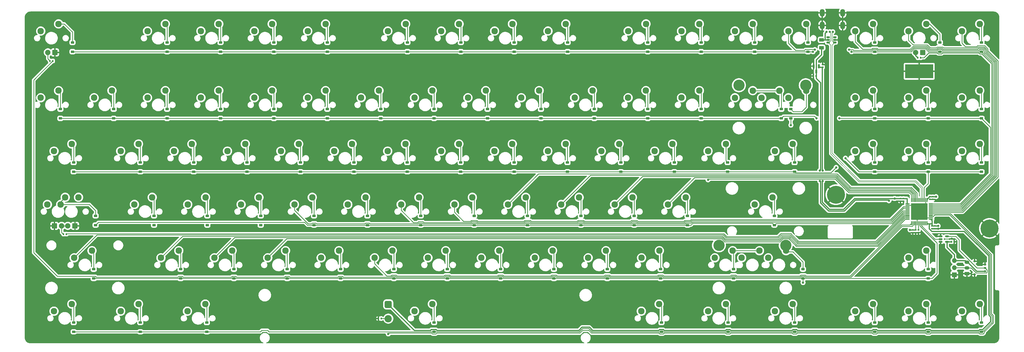
<source format=gbr>
%TF.GenerationSoftware,KiCad,Pcbnew,(7.99.0-267-g8440d7258b)*%
%TF.CreationDate,2023-05-19T03:09:11-07:00*%
%TF.ProjectId,1_2og_repro,315f326f-675f-4726-9570-726f2e6b6963,rev?*%
%TF.SameCoordinates,Original*%
%TF.FileFunction,Copper,L2,Bot*%
%TF.FilePolarity,Positive*%
%FSLAX46Y46*%
G04 Gerber Fmt 4.6, Leading zero omitted, Abs format (unit mm)*
G04 Created by KiCad (PCBNEW (7.99.0-267-g8440d7258b)) date 2023-05-19 03:09:11*
%MOMM*%
%LPD*%
G01*
G04 APERTURE LIST*
G04 Aperture macros list*
%AMRoundRect*
0 Rectangle with rounded corners*
0 $1 Rounding radius*
0 $2 $3 $4 $5 $6 $7 $8 $9 X,Y pos of 4 corners*
0 Add a 4 corners polygon primitive as box body*
4,1,4,$2,$3,$4,$5,$6,$7,$8,$9,$2,$3,0*
0 Add four circle primitives for the rounded corners*
1,1,$1+$1,$2,$3*
1,1,$1+$1,$4,$5*
1,1,$1+$1,$6,$7*
1,1,$1+$1,$8,$9*
0 Add four rect primitives between the rounded corners*
20,1,$1+$1,$2,$3,$4,$5,0*
20,1,$1+$1,$4,$5,$6,$7,0*
20,1,$1+$1,$6,$7,$8,$9,0*
20,1,$1+$1,$8,$9,$2,$3,0*%
G04 Aperture macros list end*
%TA.AperFunction,SMDPad,CuDef*%
%ADD10R,10.000000X5.000000*%
%TD*%
%TA.AperFunction,SMDPad,CuDef*%
%ADD11RoundRect,0.135000X0.135000X0.185000X-0.135000X0.185000X-0.135000X-0.185000X0.135000X-0.185000X0*%
%TD*%
%TA.AperFunction,ComponentPad*%
%ADD12RoundRect,0.285750X-0.666750X-0.666750X0.666750X-0.666750X0.666750X0.666750X-0.666750X0.666750X0*%
%TD*%
%TA.AperFunction,ComponentPad*%
%ADD13C,1.905000*%
%TD*%
%TA.AperFunction,SMDPad,CuDef*%
%ADD14RoundRect,0.225000X0.375000X-0.225000X0.375000X0.225000X-0.375000X0.225000X-0.375000X-0.225000X0*%
%TD*%
%TA.AperFunction,SMDPad,CuDef*%
%ADD15RoundRect,0.135000X-0.135000X-0.185000X0.135000X-0.185000X0.135000X0.185000X-0.135000X0.185000X0*%
%TD*%
%TA.AperFunction,ComponentPad*%
%ADD16C,2.300000*%
%TD*%
%TA.AperFunction,ComponentPad*%
%ADD17C,2.600000*%
%TD*%
%TA.AperFunction,ComponentPad*%
%ADD18RoundRect,0.650000X-0.650000X0.650000X-0.650000X-0.650000X0.650000X-0.650000X0.650000X0.650000X0*%
%TD*%
%TA.AperFunction,ComponentPad*%
%ADD19C,6.400000*%
%TD*%
%TA.AperFunction,ComponentPad*%
%ADD20O,1.750000X1.200000*%
%TD*%
%TA.AperFunction,ComponentPad*%
%ADD21RoundRect,0.250000X0.625000X-0.350000X0.625000X0.350000X-0.625000X0.350000X-0.625000X-0.350000X0*%
%TD*%
%TA.AperFunction,ComponentPad*%
%ADD22O,1.700000X2.700000*%
%TD*%
%TA.AperFunction,ComponentPad*%
%ADD23C,4.000000*%
%TD*%
%TA.AperFunction,ComponentPad*%
%ADD24O,1.700000X1.700000*%
%TD*%
%TA.AperFunction,ComponentPad*%
%ADD25R,1.700000X1.700000*%
%TD*%
%TA.AperFunction,SMDPad,CuDef*%
%ADD26RoundRect,0.140000X-0.170000X0.140000X-0.170000X-0.140000X0.170000X-0.140000X0.170000X0.140000X0*%
%TD*%
%TA.AperFunction,SMDPad,CuDef*%
%ADD27RoundRect,0.075000X0.662500X-0.075000X0.662500X0.075000X-0.662500X0.075000X-0.662500X-0.075000X0*%
%TD*%
%TA.AperFunction,SMDPad,CuDef*%
%ADD28RoundRect,0.075000X0.075000X-0.662500X0.075000X0.662500X-0.075000X0.662500X-0.075000X-0.662500X0*%
%TD*%
%TA.AperFunction,SMDPad,CuDef*%
%ADD29RoundRect,0.150000X-0.512500X-0.150000X0.512500X-0.150000X0.512500X0.150000X-0.512500X0.150000X0*%
%TD*%
%TA.AperFunction,SMDPad,CuDef*%
%ADD30RoundRect,0.140000X-0.140000X-0.170000X0.140000X-0.170000X0.140000X0.170000X-0.140000X0.170000X0*%
%TD*%
%TA.AperFunction,SMDPad,CuDef*%
%ADD31RoundRect,0.150000X-0.150000X0.587500X-0.150000X-0.587500X0.150000X-0.587500X0.150000X0.587500X0*%
%TD*%
%TA.AperFunction,SMDPad,CuDef*%
%ADD32RoundRect,0.150000X0.475000X0.150000X-0.475000X0.150000X-0.475000X-0.150000X0.475000X-0.150000X0*%
%TD*%
%TA.AperFunction,SMDPad,CuDef*%
%ADD33RoundRect,0.250000X-0.625000X0.375000X-0.625000X-0.375000X0.625000X-0.375000X0.625000X0.375000X0*%
%TD*%
%TA.AperFunction,SMDPad,CuDef*%
%ADD34RoundRect,0.175000X0.225000X-0.175000X0.225000X0.175000X-0.225000X0.175000X-0.225000X-0.175000X0*%
%TD*%
%TA.AperFunction,SMDPad,CuDef*%
%ADD35RoundRect,0.150000X0.275000X-0.150000X0.275000X0.150000X-0.275000X0.150000X-0.275000X-0.150000X0*%
%TD*%
%TA.AperFunction,ViaPad*%
%ADD36C,0.800000*%
%TD*%
%TA.AperFunction,Conductor*%
%ADD37C,0.254000*%
%TD*%
%TA.AperFunction,Conductor*%
%ADD38C,0.381000*%
%TD*%
%TA.AperFunction,Conductor*%
%ADD39C,0.200000*%
%TD*%
G04 APERTURE END LIST*
D10*
%TO.P,J5,1,Pin_1*%
%TO.N,GND*%
X330706114Y-33400999D03*
%TD*%
D11*
%TO.P,R3,2*%
%TO.N,Net-(D91-A)*%
X330198000Y-28575000D03*
%TO.P,R3,1*%
%TO.N,SCRLCK_LED*%
X331218000Y-28575000D03*
%TD*%
%TO.P,R2,2*%
%TO.N,Net-(D89-A)*%
X25906000Y-91440000D03*
%TO.P,R2,1*%
%TO.N,CAPS_LED*%
X26926000Y-91440000D03*
%TD*%
D12*
%TO.P,D91,1,K*%
%TO.N,GND*%
X331976115Y-26669179D03*
D13*
%TO.P,D91,2,A*%
%TO.N,Net-(D91-A)*%
X329436115Y-26669179D03*
%TD*%
%TO.P,D90,2,A*%
%TO.N,Net-(D89-A)*%
X25226115Y-88492638D03*
D12*
%TO.P,D90,1,K*%
%TO.N,GND*%
X22686115Y-88492638D03*
%TD*%
D14*
%TO.P,D86,2,A*%
%TO.N,Net-(D86-A)*%
X314855115Y-122973638D03*
%TO.P,D86,1,K*%
%TO.N,ROW5*%
X314855115Y-126273638D03*
%TD*%
D15*
%TO.P,R1,1*%
%TO.N,GND*%
X138047000Y-121539000D03*
%TO.P,R1,2*%
%TO.N,BOOT0*%
X139067000Y-121539000D03*
%TD*%
D16*
%TO.P,SW71,1,1*%
%TO.N,COL5*%
X136686115Y-99892638D03*
%TO.P,SW71,2,2*%
%TO.N,Net-(D69-A)*%
X143036115Y-97352638D03*
%TD*%
%TO.P,SW12,1,1*%
%TO.N,COL12*%
X265076115Y-19052638D03*
%TO.P,SW12,2,2*%
%TO.N,Net-(D12-A)*%
X271426115Y-16512638D03*
%TD*%
%TO.P,SW26,1,1*%
%TO.N,COL9*%
X188966115Y-42832638D03*
%TO.P,SW26,2,2*%
%TO.N,Net-(D26-A)*%
X195316115Y-40292638D03*
%TD*%
%TO.P,SW76,1,1*%
%TO.N,COL10*%
X231796115Y-99892638D03*
%TO.P,SW76,2,2*%
%TO.N,Net-(D74-A)*%
X238146115Y-97352638D03*
%TD*%
%TO.P,SW21,1,1*%
%TO.N,COL4*%
X93866115Y-42832638D03*
%TO.P,SW21,2,2*%
%TO.N,Net-(D21-A)*%
X100216115Y-40292638D03*
%TD*%
%TO.P,SW24,1,1*%
%TO.N,COL7*%
X150926115Y-42832638D03*
%TO.P,SW24,2,2*%
%TO.N,Net-(D24-A)*%
X157276115Y-40292638D03*
%TD*%
%TO.P,SW25,1,1*%
%TO.N,COL8*%
X169946115Y-42832638D03*
%TO.P,SW25,2,2*%
%TO.N,Net-(D25-A)*%
X176296115Y-40292638D03*
%TD*%
%TO.P,SW60,1,1*%
%TO.N,COL7*%
X165176115Y-80872638D03*
%TO.P,SW60,2,2*%
%TO.N,Net-(D58-A)*%
X171526115Y-78332638D03*
%TD*%
%TO.P,SW83,1,1*%
%TO.N,COL1*%
X46266115Y-118912638D03*
%TO.P,SW83,2,2*%
%TO.N,Net-(D80-A)*%
X52616115Y-116372638D03*
%TD*%
%TO.P,SW74,1,1*%
%TO.N,COL8*%
X193756115Y-99892638D03*
%TO.P,SW74,2,2*%
%TO.N,Net-(D72-A)*%
X200106115Y-97352638D03*
%TD*%
%TO.P,SW9,1,1*%
%TO.N,COL9*%
X198476115Y-19054638D03*
%TO.P,SW9,2,2*%
%TO.N,Net-(D9-A)*%
X204826115Y-16514638D03*
%TD*%
%TO.P,SW32,1,1*%
%TO.N,COL14*%
X307876115Y-42832638D03*
%TO.P,SW32,2,2*%
%TO.N,Net-(D31-A)*%
X314226115Y-40292638D03*
%TD*%
%TO.P,SW53,1,1*%
%TO.N,Net-(D51-A)*%
X24908615Y-80872638D03*
%TO.P,SW53,2,2*%
%TO.N,COL0*%
X31258615Y-78332638D03*
%TD*%
%TO.P,SW90,1,1*%
%TO.N,COL15*%
X326896115Y-118912638D03*
%TO.P,SW90,2,2*%
%TO.N,Net-(D87-A)*%
X333246115Y-116372638D03*
%TD*%
%TO.P,SW65,1,1*%
%TO.N,COL13*%
X272116088Y-80874669D03*
%TO.P,SW65,2,2*%
%TO.N,Net-(D63-A)*%
X278466088Y-78334669D03*
%TD*%
%TO.P,SW84,1,1*%
%TO.N,COL2*%
X70041115Y-118912638D03*
%TO.P,SW84,2,2*%
%TO.N,Net-(D81-A)*%
X76391115Y-116372638D03*
%TD*%
%TO.P,SW39,1,1*%
%TO.N,COL4*%
X103326115Y-61852638D03*
%TO.P,SW39,2,2*%
%TO.N,Net-(D38-A)*%
X109676115Y-59312638D03*
%TD*%
%TO.P,SW86,1,1*%
%TO.N,COL10*%
X231711115Y-118912638D03*
%TO.P,SW86,2,2*%
%TO.N,Net-(D83-A)*%
X238061115Y-116372638D03*
%TD*%
%TO.P,SW63,1,1*%
%TO.N,COL10*%
X222196115Y-80872638D03*
%TO.P,SW63,2,2*%
%TO.N,Net-(D61-A)*%
X228546115Y-78332638D03*
%TD*%
%TO.P,SW35,1,1*%
%TO.N,COL0*%
X22516115Y-61854638D03*
%TO.P,SW35,2,2*%
%TO.N,Net-(D34-A)*%
X28866115Y-59314638D03*
%TD*%
%TO.P,SW15,1,1*%
%TO.N,COL15*%
X326896115Y-19049179D03*
%TO.P,SW15,2,2*%
%TO.N,Net-(D15-A)*%
X333246115Y-16509179D03*
%TD*%
D17*
%TO.P,JP1,2,B*%
%TO.N,BOOT0*%
X141580000Y-121580000D03*
D18*
%TO.P,JP1,1,A*%
%TO.N,+3V3*%
X141580000Y-116500000D03*
%TD*%
D16*
%TO.P,SW47,1,1*%
%TO.N,COL12*%
X255486115Y-61854638D03*
%TO.P,SW47,2,2*%
%TO.N,Net-(D46-A)*%
X261836115Y-59314638D03*
%TD*%
%TO.P,SW41,1,1*%
%TO.N,COL6*%
X141366115Y-61852638D03*
%TO.P,SW41,2,2*%
%TO.N,Net-(D40-A)*%
X147716115Y-59312638D03*
%TD*%
%TO.P,SW62,1,1*%
%TO.N,COL9*%
X203196115Y-80872638D03*
%TO.P,SW62,2,2*%
%TO.N,Net-(D60-A)*%
X209546115Y-78332638D03*
%TD*%
%TO.P,SW89,1,1*%
%TO.N,COL14*%
X307876115Y-118912638D03*
%TO.P,SW89,2,2*%
%TO.N,Net-(D86-A)*%
X314226115Y-116372638D03*
%TD*%
%TO.P,SW49,1,1*%
%TO.N,COL14*%
X307876115Y-61852638D03*
%TO.P,SW49,2,2*%
%TO.N,Net-(D48-A)*%
X314226115Y-59312638D03*
%TD*%
%TO.P,SW28,1,1*%
%TO.N,COL11*%
X227006115Y-42832638D03*
%TO.P,SW28,2,2*%
%TO.N,Net-(D28-A)*%
X233356115Y-40292638D03*
%TD*%
%TO.P,SW10,1,1*%
%TO.N,COL10*%
X227036115Y-19052638D03*
%TO.P,SW10,2,2*%
%TO.N,Net-(D10-A)*%
X233386115Y-16512638D03*
%TD*%
%TO.P,SW1,1,1*%
%TO.N,COL0*%
X17786115Y-19054638D03*
%TO.P,SW1,2,2*%
%TO.N,Net-(D1-A)*%
X24136115Y-16514638D03*
%TD*%
%TO.P,SW70,1,1*%
%TO.N,COL4*%
X117666115Y-99892638D03*
%TO.P,SW70,2,2*%
%TO.N,Net-(D68-A)*%
X124016115Y-97352638D03*
%TD*%
%TO.P,SW13,1,1*%
%TO.N,COL13*%
X284096115Y-19052638D03*
%TO.P,SW13,2,2*%
%TO.N,Net-(D13-A)*%
X290446115Y-16512638D03*
%TD*%
%TO.P,SW87,1,1*%
%TO.N,COL11*%
X255486115Y-118914638D03*
%TO.P,SW87,2,2*%
%TO.N,Net-(D84-A)*%
X261836115Y-116374638D03*
%TD*%
%TO.P,SW11,1,1*%
%TO.N,COL11*%
X246026115Y-19052638D03*
%TO.P,SW11,2,2*%
%TO.N,Net-(D11-A)*%
X252376115Y-16512638D03*
%TD*%
%TO.P,SW27,1,1*%
%TO.N,COL10*%
X207986115Y-42832638D03*
%TO.P,SW27,2,2*%
%TO.N,Net-(D27-A)*%
X214336115Y-40292638D03*
%TD*%
%TO.P,SW37,1,1*%
%TO.N,COL2*%
X65286115Y-61852638D03*
%TO.P,SW37,2,2*%
%TO.N,Net-(D36-A)*%
X71636115Y-59312638D03*
%TD*%
%TO.P,SW5,1,1*%
%TO.N,COL5*%
X112886534Y-19059485D03*
%TO.P,SW5,2,2*%
%TO.N,Net-(D5-A)*%
X119236534Y-16519485D03*
%TD*%
D19*
%TO.P,H1,1,1*%
%TO.N,GND*%
X301009027Y-77392443D03*
%TD*%
D16*
%TO.P,SW4,1,1*%
%TO.N,COL4*%
X93866534Y-19059485D03*
%TO.P,SW4,2,2*%
%TO.N,Net-(D4-A)*%
X100216534Y-16519485D03*
%TD*%
%TO.P,SW23,1,1*%
%TO.N,COL6*%
X131906115Y-42832638D03*
%TO.P,SW23,2,2*%
%TO.N,Net-(D23-A)*%
X138256115Y-40292638D03*
%TD*%
%TO.P,SW42,1,1*%
%TO.N,COL7*%
X160386115Y-61852638D03*
%TO.P,SW42,2,2*%
%TO.N,Net-(D41-A)*%
X166736115Y-59312638D03*
%TD*%
%TO.P,SW91,1,1*%
%TO.N,COL16*%
X345916115Y-118912638D03*
%TO.P,SW91,2,2*%
%TO.N,Net-(D88-A)*%
X352266115Y-116372638D03*
%TD*%
%TO.P,SW22,1,1*%
%TO.N,COL5*%
X112886115Y-42832638D03*
%TO.P,SW22,2,2*%
%TO.N,Net-(D22-A)*%
X119236115Y-40292638D03*
%TD*%
%TO.P,SW64,1,1*%
%TO.N,COL11*%
X241196115Y-80872638D03*
%TO.P,SW64,2,2*%
%TO.N,Net-(D62-A)*%
X247546115Y-78332638D03*
%TD*%
%TO.P,SW81,1,1*%
%TO.N,COL15*%
X326896115Y-99892638D03*
%TO.P,SW81,2,2*%
%TO.N,Net-(D78-A)*%
X333246115Y-97352638D03*
%TD*%
%TO.P,SW52,1,1*%
%TO.N,COL0*%
X20146115Y-80872638D03*
%TO.P,SW52,2,2*%
%TO.N,Net-(D51-A)*%
X26496115Y-78332638D03*
%TD*%
%TO.P,SW30,1,1*%
%TO.N,COL13*%
X274571115Y-42834638D03*
%TO.P,SW30,2,2*%
%TO.N,Net-(D30-A)*%
X280921115Y-40294638D03*
%TD*%
D20*
%TO.P,J4,3,Pin_3*%
%TO.N,+5V*%
X347688999Y-101504999D03*
%TO.P,J4,2,Pin_2*%
%TO.N,RGB_DB*%
X347688999Y-103504999D03*
D21*
%TO.P,J4,1,Pin_1*%
%TO.N,GND*%
X347689000Y-105505000D03*
%TD*%
D16*
%TO.P,SW51,1,1*%
%TO.N,COL16*%
X345916115Y-61852638D03*
%TO.P,SW51,2,2*%
%TO.N,Net-(D50-A)*%
X352266115Y-59312638D03*
%TD*%
%TO.P,SW34,1,1*%
%TO.N,COL16*%
X345916115Y-42832638D03*
%TO.P,SW34,2,2*%
%TO.N,Net-(D33-A)*%
X352266115Y-40292638D03*
%TD*%
%TO.P,SW66,1,1*%
%TO.N,COL0*%
X29698615Y-99892638D03*
%TO.P,SW66,2,2*%
%TO.N,Net-(D64-A)*%
X36048615Y-97352638D03*
%TD*%
%TO.P,SW8,1,1*%
%TO.N,COL8*%
X179456115Y-19054638D03*
%TO.P,SW8,2,2*%
%TO.N,Net-(D8-A)*%
X185806115Y-16514638D03*
%TD*%
%TO.P,SW36,1,1*%
%TO.N,COL1*%
X46266115Y-61852638D03*
%TO.P,SW36,2,2*%
%TO.N,Net-(D35-A)*%
X52616115Y-59312638D03*
%TD*%
%TO.P,SW68,1,1*%
%TO.N,COL2*%
X79626115Y-99892638D03*
%TO.P,SW68,2,2*%
%TO.N,Net-(D66-A)*%
X85976115Y-97352638D03*
%TD*%
%TO.P,SW19,1,1*%
%TO.N,COL2*%
X55826115Y-42832638D03*
%TO.P,SW19,2,2*%
%TO.N,Net-(D19-A)*%
X62176115Y-40292638D03*
%TD*%
%TO.P,SW73,1,1*%
%TO.N,COL7*%
X174726115Y-99892638D03*
%TO.P,SW73,2,2*%
%TO.N,Net-(D71-A)*%
X181076115Y-97352638D03*
%TD*%
%TO.P,SW78,1,1*%
%TO.N,COL12*%
X267451115Y-99892638D03*
%TO.P,SW78,2,2*%
%TO.N,Net-(D75-A)*%
X273801115Y-97352638D03*
%TD*%
%TO.P,SW61,1,1*%
%TO.N,COL8*%
X184196115Y-80872638D03*
%TO.P,SW61,2,2*%
%TO.N,Net-(D59-A)*%
X190546115Y-78332638D03*
%TD*%
%TO.P,SW43,1,1*%
%TO.N,COL8*%
X179406115Y-61852638D03*
%TO.P,SW43,2,2*%
%TO.N,Net-(D42-A)*%
X185756115Y-59312638D03*
%TD*%
%TO.P,SW33,2,2*%
%TO.N,Net-(D32-A)*%
X333246115Y-40292638D03*
%TO.P,SW33,1,1*%
%TO.N,COL15*%
X326896115Y-42832638D03*
%TD*%
%TO.P,SW88,1,1*%
%TO.N,COL12*%
X279301115Y-118914638D03*
%TO.P,SW88,2,2*%
%TO.N,Net-(D85-A)*%
X285651115Y-116374638D03*
%TD*%
D22*
%TO.P,J2,6,Shield*%
%TO.N,GND*%
X296146114Y-17072999D03*
X303446114Y-17072999D03*
X296146114Y-12572999D03*
X303446114Y-12572999D03*
%TD*%
D16*
%TO.P,SW56,1,1*%
%TO.N,COL3*%
X89156115Y-80872638D03*
%TO.P,SW56,2,2*%
%TO.N,Net-(D54-A)*%
X95506115Y-78332638D03*
%TD*%
%TO.P,SW40,1,1*%
%TO.N,COL5*%
X122346115Y-61852638D03*
%TO.P,SW40,2,2*%
%TO.N,Net-(D39-A)*%
X128696115Y-59312638D03*
%TD*%
%TO.P,SW20,1,1*%
%TO.N,COL3*%
X74846115Y-42832638D03*
%TO.P,SW20,2,2*%
%TO.N,Net-(D20-A)*%
X81196115Y-40292638D03*
%TD*%
%TO.P,SW69,1,1*%
%TO.N,COL3*%
X98646115Y-99892638D03*
%TO.P,SW69,2,2*%
%TO.N,Net-(D67-A)*%
X104996115Y-97352638D03*
%TD*%
%TO.P,SW16,1,1*%
%TO.N,COL16*%
X345916115Y-19052638D03*
%TO.P,SW16,2,2*%
%TO.N,Net-(D16-A)*%
X352266115Y-16512638D03*
%TD*%
%TO.P,SW7,1,1*%
%TO.N,COL7*%
X160436115Y-19054638D03*
%TO.P,SW7,2,2*%
%TO.N,Net-(D7-A)*%
X166786115Y-16514638D03*
%TD*%
%TO.P,SW67,1,1*%
%TO.N,COL1*%
X60606115Y-99892638D03*
%TO.P,SW67,2,2*%
%TO.N,Net-(D65-A)*%
X66956115Y-97352638D03*
%TD*%
%TO.P,SW50,1,1*%
%TO.N,COL15*%
X326896115Y-61852638D03*
%TO.P,SW50,2,2*%
%TO.N,Net-(D49-A)*%
X333246115Y-59312638D03*
%TD*%
D23*
%TO.P,S4,*%
%TO.N,*%
X259354865Y-95447638D03*
X283167365Y-95447638D03*
%TD*%
D16*
%TO.P,SW72,1,1*%
%TO.N,COL6*%
X155706115Y-99892638D03*
%TO.P,SW72,2,2*%
%TO.N,Net-(D70-A)*%
X162056115Y-97352638D03*
%TD*%
%TO.P,SW3,1,1*%
%TO.N,COL3*%
X74846534Y-19059485D03*
%TO.P,SW3,2,2*%
%TO.N,Net-(D3-A)*%
X81196534Y-16519485D03*
%TD*%
%TO.P,SW57,1,1*%
%TO.N,COL4*%
X108156115Y-80872638D03*
%TO.P,SW57,2,2*%
%TO.N,Net-(D55-A)*%
X114506115Y-78332638D03*
%TD*%
D12*
%TO.P,D92,1,K*%
%TO.N,GND*%
X22866115Y-26674638D03*
D13*
%TO.P,D92,2,A*%
%TO.N,Net-(D92-A)*%
X20326115Y-26674638D03*
%TD*%
D19*
%TO.P,H2,1,1*%
%TO.N,GND*%
X355726066Y-89414572D03*
%TD*%
D16*
%TO.P,SW77,1,1*%
%TO.N,COL12*%
X257906115Y-99892638D03*
%TO.P,SW77,2,2*%
%TO.N,Net-(D75-A)*%
X264256115Y-97352638D03*
%TD*%
%TO.P,SW59,1,1*%
%TO.N,COL6*%
X146156115Y-80872638D03*
%TO.P,SW59,2,2*%
%TO.N,Net-(D57-A)*%
X152506115Y-78332638D03*
%TD*%
%TO.P,SW44,1,1*%
%TO.N,COL9*%
X198426115Y-61852638D03*
%TO.P,SW44,2,2*%
%TO.N,Net-(D43-A)*%
X204776115Y-59312638D03*
%TD*%
%TO.P,SW29,1,1*%
%TO.N,COL12*%
X246026115Y-42832638D03*
%TO.P,SW29,2,2*%
%TO.N,Net-(D29-A)*%
X252376115Y-40292638D03*
%TD*%
%TO.P,SW82,1,1*%
%TO.N,COL0*%
X22516115Y-118914638D03*
%TO.P,SW82,2,2*%
%TO.N,Net-(D79-A)*%
X28866115Y-116374638D03*
%TD*%
%TO.P,SW75,1,1*%
%TO.N,COL9*%
X212776115Y-99892638D03*
%TO.P,SW75,2,2*%
%TO.N,Net-(D73-A)*%
X219126115Y-97352638D03*
%TD*%
%TO.P,SW55,1,1*%
%TO.N,COL2*%
X70156115Y-80872638D03*
%TO.P,SW55,2,2*%
%TO.N,Net-(D53-A)*%
X76506115Y-78332638D03*
%TD*%
%TO.P,SW38,1,1*%
%TO.N,COL3*%
X84306115Y-61852638D03*
%TO.P,SW38,2,2*%
%TO.N,Net-(D37-A)*%
X90656115Y-59312638D03*
%TD*%
D23*
%TO.P,S1,*%
%TO.N,*%
X266474865Y-38389638D03*
X290287365Y-38389638D03*
%TD*%
D16*
%TO.P,SW80,1,1*%
%TO.N,COL14*%
X284081115Y-42834638D03*
%TO.P,SW80,2,2*%
%TO.N,Net-(D77-A)*%
X290431115Y-40294638D03*
%TD*%
%TO.P,SW14,1,1*%
%TO.N,COL14*%
X307876115Y-19052638D03*
%TO.P,SW14,2,2*%
%TO.N,Net-(D14-A)*%
X314226115Y-16512638D03*
%TD*%
%TO.P,SW48,1,1*%
%TO.N,COL13*%
X279301115Y-61854638D03*
%TO.P,SW48,2,2*%
%TO.N,Net-(D47-A)*%
X285651115Y-59314638D03*
%TD*%
%TO.P,SW31,1,1*%
%TO.N,COL13*%
X265061115Y-42834638D03*
%TO.P,SW31,2,2*%
%TO.N,Net-(D30-A)*%
X271411115Y-40294638D03*
%TD*%
%TO.P,SW79,1,1*%
%TO.N,COL13*%
X276926115Y-99892638D03*
%TO.P,SW79,2,2*%
%TO.N,Net-(D76-A)*%
X283276115Y-97352638D03*
%TD*%
%TO.P,SW6,1,1*%
%TO.N,COL6*%
X141416115Y-19054638D03*
%TO.P,SW6,2,2*%
%TO.N,Net-(D6-A)*%
X147766115Y-16514638D03*
%TD*%
D12*
%TO.P,D89,1,K*%
%TO.N,GND*%
X29988615Y-88492638D03*
D13*
%TO.P,D89,2,A*%
%TO.N,Net-(D89-A)*%
X27448615Y-88492638D03*
%TD*%
D16*
%TO.P,SW46,1,1*%
%TO.N,COL11*%
X236466115Y-61852638D03*
%TO.P,SW46,2,2*%
%TO.N,Net-(D45-A)*%
X242816115Y-59312638D03*
%TD*%
D24*
%TO.P,J3,3,Pin_3*%
%TO.N,+5V*%
X343206114Y-100904628D03*
%TO.P,J3,2,Pin_2*%
%TO.N,RGB_DB*%
X343206114Y-103444628D03*
D25*
%TO.P,J3,1,Pin_1*%
%TO.N,GND*%
X343206114Y-105984628D03*
%TD*%
D16*
%TO.P,SW45,1,1*%
%TO.N,COL10*%
X217446115Y-61852638D03*
%TO.P,SW45,2,2*%
%TO.N,Net-(D44-A)*%
X223796115Y-59312638D03*
%TD*%
%TO.P,SW17,1,1*%
%TO.N,COL0*%
X17786115Y-42832638D03*
%TO.P,SW17,2,2*%
%TO.N,Net-(D17-A)*%
X24136115Y-40292638D03*
%TD*%
%TO.P,SW54,1,1*%
%TO.N,COL1*%
X51156115Y-80872638D03*
%TO.P,SW54,2,2*%
%TO.N,Net-(D52-A)*%
X57506115Y-78332638D03*
%TD*%
%TO.P,SW2,1,1*%
%TO.N,COL2*%
X55826534Y-19059485D03*
%TO.P,SW2,2,2*%
%TO.N,Net-(D2-A)*%
X62176534Y-16519485D03*
%TD*%
%TO.P,SW58,1,1*%
%TO.N,COL5*%
X127156115Y-80872638D03*
%TO.P,SW58,2,2*%
%TO.N,Net-(D56-A)*%
X133506115Y-78332638D03*
%TD*%
%TO.P,SW85,1,1*%
%TO.N,COL6*%
X150937529Y-118911498D03*
%TO.P,SW85,2,2*%
%TO.N,Net-(D82-A)*%
X157287529Y-116371498D03*
%TD*%
%TO.P,SW18,1,1*%
%TO.N,COL1*%
X36806115Y-42832638D03*
%TO.P,SW18,2,2*%
%TO.N,Net-(D18-A)*%
X43156115Y-40292638D03*
%TD*%
D14*
%TO.P,D9,2,A*%
%TO.N,Net-(D9-A)*%
X205455115Y-23113638D03*
%TO.P,D9,1,K*%
%TO.N,ROW0*%
X205455115Y-26413638D03*
%TD*%
D26*
%TO.P,C8,2*%
%TO.N,GND*%
X329438000Y-90932000D03*
%TO.P,C8,1*%
%TO.N,+3V3*%
X329438000Y-89972000D03*
%TD*%
D14*
%TO.P,D47,2,A*%
%TO.N,Net-(D47-A)*%
X286280115Y-65913638D03*
%TO.P,D47,1,K*%
%TO.N,ROW2*%
X286280115Y-69213638D03*
%TD*%
D27*
%TO.P,U2,48,VDD*%
%TO.N,+3V3*%
X334868615Y-86164638D03*
%TO.P,U2,47,VSS*%
%TO.N,GND*%
X334868615Y-85664638D03*
%TO.P,U2,46,PB9*%
%TO.N,ROW5*%
X334868615Y-85164638D03*
%TO.P,U2,45,PB8*%
%TO.N,unconnected-(U2-PB8-Pad45)*%
X334868615Y-84664638D03*
%TO.P,U2,44,BOOT0*%
%TO.N,BOOT0*%
X334868615Y-84164638D03*
%TO.P,U2,43,PB7*%
%TO.N,COL16*%
X334868615Y-83664638D03*
%TO.P,U2,42,PB6*%
%TO.N,COL15*%
X334868615Y-83164638D03*
%TO.P,U2,41,PB5*%
%TO.N,COL14*%
X334868615Y-82664638D03*
%TO.P,U2,40,PB4*%
%TO.N,COL13*%
X334868615Y-82164638D03*
%TO.P,U2,39,PB3*%
%TO.N,ROW0*%
X334868615Y-81664638D03*
%TO.P,U2,38,PA15*%
%TO.N,SCRLCK_LED*%
X334868615Y-81164638D03*
%TO.P,U2,37,PA14*%
%TO.N,ROW1*%
X334868615Y-80664638D03*
D28*
%TO.P,U2,36,VDDIO2*%
%TO.N,+3V3*%
X333456115Y-79252138D03*
%TO.P,U2,35,VSS*%
%TO.N,GND*%
X332956115Y-79252138D03*
%TO.P,U2,34,PA13*%
%TO.N,ROW2*%
X332456115Y-79252138D03*
%TO.P,U2,33,PA12*%
%TO.N,D+*%
X331956115Y-79252138D03*
%TO.P,U2,32,PA11*%
%TO.N,D-*%
X331456115Y-79252138D03*
%TO.P,U2,31,PA10*%
%TO.N,unconnected-(U2-PA10-Pad31)*%
X330956115Y-79252138D03*
%TO.P,U2,30,PA9*%
%TO.N,unconnected-(U2-PA9-Pad30)*%
X330456115Y-79252138D03*
%TO.P,U2,29,PA8*%
%TO.N,COL8*%
X329956115Y-79252138D03*
%TO.P,U2,28,PB15*%
%TO.N,COL9*%
X329456115Y-79252138D03*
%TO.P,U2,27,PB14*%
%TO.N,COL10*%
X328956115Y-79252138D03*
%TO.P,U2,26,PB13*%
%TO.N,COL11*%
X328456115Y-79252138D03*
%TO.P,U2,25,PB12*%
%TO.N,COL12*%
X327956115Y-79252138D03*
D27*
%TO.P,U2,24,VDD*%
%TO.N,+3V3*%
X326543615Y-80664638D03*
%TO.P,U2,23,VSS*%
%TO.N,GND*%
X326543615Y-81164638D03*
%TO.P,U2,22,PB11*%
%TO.N,COL7*%
X326543615Y-81664638D03*
%TO.P,U2,21,PB10*%
%TO.N,COL6*%
X326543615Y-82164638D03*
%TO.P,U2,20,PB2*%
%TO.N,unconnected-(U2-PB2-Pad20)*%
X326543615Y-82664638D03*
%TO.P,U2,19,PB1*%
%TO.N,COL4*%
X326543615Y-83164638D03*
%TO.P,U2,18,PB0*%
%TO.N,ROW3*%
X326543615Y-83664638D03*
%TO.P,U2,17,PA7*%
%TO.N,CAPS_LED*%
X326543615Y-84164638D03*
%TO.P,U2,16,PA6*%
%TO.N,COL0*%
X326543615Y-84664638D03*
%TO.P,U2,15,PA5*%
%TO.N,COL1*%
X326543615Y-85164638D03*
%TO.P,U2,14,PA4*%
%TO.N,COL2*%
X326543615Y-85664638D03*
%TO.P,U2,13,PA3*%
%TO.N,COL3*%
X326543615Y-86164638D03*
D28*
%TO.P,U2,12,PA2*%
%TO.N,COL5*%
X327956115Y-87577138D03*
%TO.P,U2,11,PA1*%
%TO.N,NUMLOCKLED*%
X328456115Y-87577138D03*
%TO.P,U2,10,PA0*%
%TO.N,unconnected-(U2-PA0-Pad10)*%
X328956115Y-87577138D03*
%TO.P,U2,9,VDDA*%
%TO.N,+3V3*%
X329456115Y-87577138D03*
%TO.P,U2,8,VSSA*%
%TO.N,GND*%
X329956115Y-87577138D03*
%TO.P,U2,7,NRST*%
%TO.N,NRST*%
X330456115Y-87577138D03*
%TO.P,U2,6,PF1*%
%TO.N,ROW4*%
X330956115Y-87577138D03*
%TO.P,U2,5,PF0*%
%TO.N,RGBLED*%
X331456115Y-87577138D03*
%TO.P,U2,4,PC15*%
%TO.N,unconnected-(U2-PC15-Pad4)*%
X331956115Y-87577138D03*
%TO.P,U2,3,PC14*%
%TO.N,unconnected-(U2-PC14-Pad3)*%
X332456115Y-87577138D03*
%TO.P,U2,2,PC13*%
%TO.N,unconnected-(U2-PC13-Pad2)*%
X332956115Y-87577138D03*
%TO.P,U2,1,VBAT*%
%TO.N,+3V3*%
X333456115Y-87577138D03*
%TD*%
D14*
%TO.P,D5,2,A*%
%TO.N,Net-(D5-A)*%
X119865534Y-23118485D03*
%TO.P,D5,1,K*%
%TO.N,ROW0*%
X119865534Y-26418485D03*
%TD*%
D26*
%TO.P,C11,2*%
%TO.N,GND*%
X330454000Y-90904000D03*
%TO.P,C11,1*%
%TO.N,NRST*%
X330454000Y-89944000D03*
%TD*%
D14*
%TO.P,D45,2,A*%
%TO.N,Net-(D45-A)*%
X243445115Y-65913638D03*
%TO.P,D45,1,K*%
%TO.N,ROW2*%
X243445115Y-69213638D03*
%TD*%
%TO.P,D75,2,A*%
%TO.N,Net-(D75-A)*%
X264541000Y-103953638D03*
%TO.P,D75,1,K*%
%TO.N,ROW4*%
X264541000Y-107253638D03*
%TD*%
%TO.P,D2,2,A*%
%TO.N,Net-(D2-A)*%
X62805534Y-23118485D03*
%TO.P,D2,1,K*%
%TO.N,ROW0*%
X62805534Y-26418485D03*
%TD*%
%TO.P,D28,2,A*%
%TO.N,Net-(D28-A)*%
X233985115Y-46893638D03*
%TO.P,D28,1,K*%
%TO.N,ROW1*%
X233985115Y-50193638D03*
%TD*%
%TO.P,D12,2,A*%
%TO.N,Net-(D12-A)*%
X272055115Y-23113638D03*
%TO.P,D12,1,K*%
%TO.N,ROW0*%
X272055115Y-26413638D03*
%TD*%
%TO.P,D73,2,A*%
%TO.N,Net-(D73-A)*%
X219585115Y-103953638D03*
%TO.P,D73,1,K*%
%TO.N,ROW4*%
X219585115Y-107253638D03*
%TD*%
%TO.P,D22,2,A*%
%TO.N,Net-(D22-A)*%
X119865115Y-46893638D03*
%TO.P,D22,1,K*%
%TO.N,ROW1*%
X119865115Y-50193638D03*
%TD*%
%TO.P,D78,2,A*%
%TO.N,Net-(D78-A)*%
X333875115Y-103953638D03*
%TO.P,D78,1,K*%
%TO.N,ROW4*%
X333875115Y-107253638D03*
%TD*%
%TO.P,D31,2,A*%
%TO.N,Net-(D31-A)*%
X314855115Y-46893638D03*
%TO.P,D31,1,K*%
%TO.N,ROW1*%
X314855115Y-50193638D03*
%TD*%
%TO.P,D67,2,A*%
%TO.N,Net-(D67-A)*%
X105585115Y-103953638D03*
%TO.P,D67,1,K*%
%TO.N,ROW4*%
X105585115Y-107253638D03*
%TD*%
%TO.P,D4,2,A*%
%TO.N,Net-(D4-A)*%
X100845534Y-23118485D03*
%TO.P,D4,1,K*%
%TO.N,ROW0*%
X100845534Y-26418485D03*
%TD*%
%TO.P,D11,2,A*%
%TO.N,Net-(D11-A)*%
X253005115Y-23113638D03*
%TO.P,D11,1,K*%
%TO.N,ROW0*%
X253005115Y-26413638D03*
%TD*%
%TO.P,D87,2,A*%
%TO.N,Net-(D87-A)*%
X333875115Y-122973638D03*
%TO.P,D87,1,K*%
%TO.N,ROW5*%
X333875115Y-126273638D03*
%TD*%
%TO.P,D44,2,A*%
%TO.N,Net-(D44-A)*%
X224425115Y-65913638D03*
%TO.P,D44,1,K*%
%TO.N,ROW2*%
X224425115Y-69213638D03*
%TD*%
%TO.P,D6,2,A*%
%TO.N,Net-(D6-A)*%
X148395115Y-23113638D03*
%TO.P,D6,1,K*%
%TO.N,ROW0*%
X148395115Y-26413638D03*
%TD*%
%TO.P,D33,2,A*%
%TO.N,Net-(D33-A)*%
X352895115Y-46893638D03*
%TO.P,D33,1,K*%
%TO.N,ROW1*%
X352895115Y-50193638D03*
%TD*%
%TO.P,D21,2,A*%
%TO.N,Net-(D21-A)*%
X100845115Y-46893638D03*
%TO.P,D21,1,K*%
%TO.N,ROW1*%
X100845115Y-50193638D03*
%TD*%
%TO.P,D16,2,A*%
%TO.N,Net-(D16-A)*%
X352895115Y-23113638D03*
%TO.P,D16,1,K*%
%TO.N,ROW0*%
X352895115Y-26413638D03*
%TD*%
%TO.P,D15,2,A*%
%TO.N,Net-(D15-A)*%
X338074000Y-23113638D03*
%TO.P,D15,1,K*%
%TO.N,ROW0*%
X338074000Y-26413638D03*
%TD*%
%TO.P,D8,2,A*%
%TO.N,Net-(D8-A)*%
X186435115Y-23113638D03*
%TO.P,D8,1,K*%
%TO.N,ROW0*%
X186435115Y-26413638D03*
%TD*%
%TO.P,D52,2,A*%
%TO.N,Net-(D52-A)*%
X58135115Y-84933638D03*
%TO.P,D52,1,K*%
%TO.N,ROW3*%
X58135115Y-88233638D03*
%TD*%
%TO.P,D66,2,A*%
%TO.N,Net-(D66-A)*%
X86585115Y-103953638D03*
%TO.P,D66,1,K*%
%TO.N,ROW4*%
X86585115Y-107253638D03*
%TD*%
%TO.P,D58,2,A*%
%TO.N,Net-(D58-A)*%
X172155115Y-84933638D03*
%TO.P,D58,1,K*%
%TO.N,ROW3*%
X172155115Y-88233638D03*
%TD*%
%TO.P,D41,2,A*%
%TO.N,Net-(D41-A)*%
X167365115Y-65913638D03*
%TO.P,D41,1,K*%
%TO.N,ROW2*%
X167365115Y-69213638D03*
%TD*%
%TO.P,D42,2,A*%
%TO.N,Net-(D42-A)*%
X186385115Y-65913638D03*
%TO.P,D42,1,K*%
%TO.N,ROW2*%
X186385115Y-69213638D03*
%TD*%
D26*
%TO.P,C7,2*%
%TO.N,GND*%
X325120000Y-79700000D03*
%TO.P,C7,1*%
%TO.N,+3V3*%
X325120000Y-78740000D03*
%TD*%
D14*
%TO.P,D1,2,A*%
%TO.N,Net-(D1-A)*%
X29083000Y-23113638D03*
%TO.P,D1,1,K*%
%TO.N,ROW0*%
X29083000Y-26413638D03*
%TD*%
%TO.P,D20,2,A*%
%TO.N,Net-(D20-A)*%
X81825115Y-46893638D03*
%TO.P,D20,1,K*%
%TO.N,ROW1*%
X81825115Y-50193638D03*
%TD*%
%TO.P,D54,2,A*%
%TO.N,Net-(D54-A)*%
X96135115Y-84933638D03*
%TO.P,D54,1,K*%
%TO.N,ROW3*%
X96135115Y-88233638D03*
%TD*%
%TO.P,D19,2,A*%
%TO.N,Net-(D19-A)*%
X62805115Y-46893638D03*
%TO.P,D19,1,K*%
%TO.N,ROW1*%
X62805115Y-50193638D03*
%TD*%
%TO.P,D62,2,A*%
%TO.N,Net-(D62-A)*%
X248175115Y-84933638D03*
%TO.P,D62,1,K*%
%TO.N,ROW3*%
X248175115Y-88233638D03*
%TD*%
%TO.P,D40,2,A*%
%TO.N,Net-(D40-A)*%
X148345115Y-65913638D03*
%TO.P,D40,1,K*%
%TO.N,ROW2*%
X148345115Y-69213638D03*
%TD*%
%TO.P,D51,2,A*%
%TO.N,Net-(D51-A)*%
X37338000Y-84933638D03*
%TO.P,D51,1,K*%
%TO.N,ROW3*%
X37338000Y-88233638D03*
%TD*%
%TO.P,D3,2,A*%
%TO.N,Net-(D3-A)*%
X81825534Y-23118485D03*
%TO.P,D3,1,K*%
%TO.N,ROW0*%
X81825534Y-26418485D03*
%TD*%
%TO.P,D35,2,A*%
%TO.N,Net-(D35-A)*%
X53245115Y-65913638D03*
%TO.P,D35,1,K*%
%TO.N,ROW2*%
X53245115Y-69213638D03*
%TD*%
%TO.P,D50,2,A*%
%TO.N,Net-(D50-A)*%
X352895115Y-65913638D03*
%TO.P,D50,1,K*%
%TO.N,ROW2*%
X352895115Y-69213638D03*
%TD*%
%TO.P,D88,2,A*%
%TO.N,Net-(D88-A)*%
X352895115Y-122973638D03*
%TO.P,D88,1,K*%
%TO.N,ROW5*%
X352895115Y-126273638D03*
%TD*%
%TO.P,D76,2,A*%
%TO.N,Net-(D76-A)*%
X289306000Y-103953638D03*
%TO.P,D76,1,K*%
%TO.N,ROW4*%
X289306000Y-107253638D03*
%TD*%
%TO.P,D10,2,A*%
%TO.N,Net-(D10-A)*%
X233985115Y-23113638D03*
%TO.P,D10,1,K*%
%TO.N,ROW0*%
X233985115Y-26413638D03*
%TD*%
D26*
%TO.P,C5,2*%
%TO.N,GND*%
X335534000Y-79065000D03*
%TO.P,C5,1*%
%TO.N,+3V3*%
X335534000Y-78105000D03*
%TD*%
%TO.P,C6,2*%
%TO.N,GND*%
X336296000Y-89507000D03*
%TO.P,C6,1*%
%TO.N,+3V3*%
X336296000Y-88547000D03*
%TD*%
D14*
%TO.P,D71,2,A*%
%TO.N,Net-(D71-A)*%
X181585115Y-103953638D03*
%TO.P,D71,1,K*%
%TO.N,ROW4*%
X181585115Y-107253638D03*
%TD*%
%TO.P,D48,2,A*%
%TO.N,Net-(D48-A)*%
X314855115Y-65913638D03*
%TO.P,D48,1,K*%
%TO.N,ROW2*%
X314855115Y-69213638D03*
%TD*%
D29*
%TO.P,U4,5,+5V*%
%TO.N,+5V*%
X340608500Y-94168000D03*
%TO.P,U4,4*%
%TO.N,RGB_DB*%
X340608500Y-92268000D03*
%TO.P,U4,3,GND*%
%TO.N,GND*%
X338333500Y-92268000D03*
%TO.P,U4,2*%
%TO.N,RGBLED*%
X338333500Y-93218000D03*
%TO.P,U4,1*%
%TO.N,GND*%
X338333500Y-94168000D03*
%TD*%
D26*
%TO.P,C4,2*%
%TO.N,GND*%
X328422000Y-90932000D03*
%TO.P,C4,1*%
%TO.N,+3V3*%
X328422000Y-89972000D03*
%TD*%
D14*
%TO.P,D84,2,A*%
%TO.N,Net-(D84-A)*%
X262607615Y-122973638D03*
%TO.P,D84,1,K*%
%TO.N,ROW5*%
X262607615Y-126273638D03*
%TD*%
D30*
%TO.P,C9,2*%
%TO.N,+5V*%
X293977000Y-35052000D03*
%TO.P,C9,1*%
%TO.N,GND*%
X293017000Y-35052000D03*
%TD*%
D14*
%TO.P,D57,2,A*%
%TO.N,Net-(D57-A)*%
X153135115Y-84933638D03*
%TO.P,D57,1,K*%
%TO.N,ROW3*%
X153135115Y-88233638D03*
%TD*%
%TO.P,D36,2,A*%
%TO.N,Net-(D36-A)*%
X72265115Y-65913638D03*
%TO.P,D36,1,K*%
%TO.N,ROW2*%
X72265115Y-69213638D03*
%TD*%
%TO.P,D53,2,A*%
%TO.N,Net-(D53-A)*%
X77135115Y-84933638D03*
%TO.P,D53,1,K*%
%TO.N,ROW3*%
X77135115Y-88233638D03*
%TD*%
%TO.P,D7,2,A*%
%TO.N,Net-(D7-A)*%
X167415115Y-23113638D03*
%TO.P,D7,1,K*%
%TO.N,ROW0*%
X167415115Y-26413638D03*
%TD*%
%TO.P,D74,2,A*%
%TO.N,Net-(D74-A)*%
X238585115Y-103953638D03*
%TO.P,D74,1,K*%
%TO.N,ROW4*%
X238585115Y-107253638D03*
%TD*%
D31*
%TO.P,U1,3,VI*%
%TO.N,+5V*%
X294005000Y-33449500D03*
%TO.P,U1,2,VO*%
%TO.N,+3V3*%
X294955000Y-31574500D03*
%TO.P,U1,1,GND*%
%TO.N,GND*%
X293055000Y-31574500D03*
%TD*%
D14*
%TO.P,D25,2,A*%
%TO.N,Net-(D25-A)*%
X176925115Y-46893638D03*
%TO.P,D25,1,K*%
%TO.N,ROW1*%
X176925115Y-50193638D03*
%TD*%
%TO.P,D59,2,A*%
%TO.N,Net-(D59-A)*%
X191175115Y-84933638D03*
%TO.P,D59,1,K*%
%TO.N,ROW3*%
X191175115Y-88233638D03*
%TD*%
%TO.P,D65,2,A*%
%TO.N,Net-(D65-A)*%
X67585115Y-103953638D03*
%TO.P,D65,1,K*%
%TO.N,ROW4*%
X67585115Y-107253638D03*
%TD*%
%TO.P,D68,2,A*%
%TO.N,Net-(D68-A)*%
X124585115Y-103953638D03*
%TO.P,D68,1,K*%
%TO.N,ROW4*%
X124585115Y-107253638D03*
%TD*%
%TO.P,D79,2,A*%
%TO.N,Net-(D79-A)*%
X29515115Y-122973638D03*
%TO.P,D79,1,K*%
%TO.N,ROW5*%
X29515115Y-126273638D03*
%TD*%
%TO.P,D32,2,A*%
%TO.N,Net-(D32-A)*%
X333875115Y-46893638D03*
%TO.P,D32,1,K*%
%TO.N,ROW1*%
X333875115Y-50193638D03*
%TD*%
D30*
%TO.P,C13,2*%
%TO.N,GND*%
X343154000Y-94168000D03*
%TO.P,C13,1*%
%TO.N,+5V*%
X342194000Y-94168000D03*
%TD*%
D14*
%TO.P,D23,2,A*%
%TO.N,Net-(D23-A)*%
X138885115Y-46893638D03*
%TO.P,D23,1,K*%
%TO.N,ROW1*%
X138885115Y-50193638D03*
%TD*%
%TO.P,D26,2,A*%
%TO.N,Net-(D26-A)*%
X195945115Y-46893638D03*
%TO.P,D26,1,K*%
%TO.N,ROW1*%
X195945115Y-50193638D03*
%TD*%
%TO.P,D63,2,A*%
%TO.N,Net-(D63-A)*%
X279095088Y-84933669D03*
%TO.P,D63,1,K*%
%TO.N,ROW3*%
X279095088Y-88233669D03*
%TD*%
D26*
%TO.P,C10,2*%
%TO.N,+3V3*%
X296291000Y-31976000D03*
%TO.P,C10,1*%
%TO.N,GND*%
X296291000Y-31016000D03*
%TD*%
%TO.P,C3,2*%
%TO.N,GND*%
X323977000Y-79700000D03*
%TO.P,C3,1*%
%TO.N,+3V3*%
X323977000Y-78740000D03*
%TD*%
D14*
%TO.P,D27,2,A*%
%TO.N,Net-(D27-A)*%
X214965115Y-46893638D03*
%TO.P,D27,1,K*%
%TO.N,ROW1*%
X214965115Y-50193638D03*
%TD*%
%TO.P,D72,2,A*%
%TO.N,Net-(D72-A)*%
X200585115Y-103953638D03*
%TO.P,D72,1,K*%
%TO.N,ROW4*%
X200585115Y-107253638D03*
%TD*%
%TO.P,D64,2,A*%
%TO.N,Net-(D64-A)*%
X36665115Y-103953638D03*
%TO.P,D64,1,K*%
%TO.N,ROW4*%
X36665115Y-107253638D03*
%TD*%
%TO.P,D18,2,A*%
%TO.N,Net-(D18-A)*%
X43785115Y-46893638D03*
%TO.P,D18,1,K*%
%TO.N,ROW1*%
X43785115Y-50193638D03*
%TD*%
%TO.P,D56,2,A*%
%TO.N,Net-(D56-A)*%
X134135115Y-84933638D03*
%TO.P,D56,1,K*%
%TO.N,ROW3*%
X134135115Y-88233638D03*
%TD*%
%TO.P,D80,2,A*%
%TO.N,Net-(D80-A)*%
X53257615Y-122973638D03*
%TO.P,D80,1,K*%
%TO.N,ROW5*%
X53257615Y-126273638D03*
%TD*%
%TO.P,D43,2,A*%
%TO.N,Net-(D43-A)*%
X205405115Y-65913638D03*
%TO.P,D43,1,K*%
%TO.N,ROW2*%
X205405115Y-69213638D03*
%TD*%
%TO.P,D82,2,A*%
%TO.N,Net-(D82-A)*%
X157916529Y-122970498D03*
%TO.P,D82,1,K*%
%TO.N,ROW5*%
X157916529Y-126270498D03*
%TD*%
%TO.P,D55,2,A*%
%TO.N,Net-(D55-A)*%
X115135115Y-84933638D03*
%TO.P,D55,1,K*%
%TO.N,ROW3*%
X115135115Y-88233638D03*
%TD*%
%TO.P,D85,2,A*%
%TO.N,Net-(D85-A)*%
X286325115Y-122973638D03*
%TO.P,D85,1,K*%
%TO.N,ROW5*%
X286325115Y-126273638D03*
%TD*%
%TO.P,D61,2,A*%
%TO.N,Net-(D61-A)*%
X229175115Y-84933638D03*
%TO.P,D61,1,K*%
%TO.N,ROW3*%
X229175115Y-88233638D03*
%TD*%
%TO.P,D49,2,A*%
%TO.N,Net-(D49-A)*%
X333875115Y-65913638D03*
%TO.P,D49,1,K*%
%TO.N,ROW2*%
X333875115Y-69213638D03*
%TD*%
D32*
%TO.P,U3,6,IO4*%
%TO.N,unconnected-(U3-IO4-Pad6)*%
X298259000Y-21244000D03*
%TO.P,U3,5,VP*%
%TO.N,VBUS*%
X298259000Y-22194000D03*
%TO.P,U3,4,IO3*%
%TO.N,D-*%
X298259000Y-23144000D03*
%TO.P,U3,3,IO2*%
%TO.N,D+*%
X300609000Y-23144000D03*
%TO.P,U3,2,VN*%
%TO.N,GND*%
X300609000Y-22194000D03*
%TO.P,U3,1,IO1*%
%TO.N,unconnected-(U3-IO1-Pad1)*%
X300609000Y-21244000D03*
%TD*%
D14*
%TO.P,D77,2,A*%
%TO.N,Net-(D77-A)*%
X284988000Y-46893638D03*
%TO.P,D77,1,K*%
%TO.N,ROW4*%
X284988000Y-50193638D03*
%TD*%
%TO.P,D81,2,A*%
%TO.N,Net-(D81-A)*%
X76960115Y-122973638D03*
%TO.P,D81,1,K*%
%TO.N,ROW5*%
X76960115Y-126273638D03*
%TD*%
%TO.P,D70,2,A*%
%TO.N,Net-(D70-A)*%
X162585115Y-103953638D03*
%TO.P,D70,1,K*%
%TO.N,ROW4*%
X162585115Y-107253638D03*
%TD*%
%TO.P,D69,2,A*%
%TO.N,Net-(D69-A)*%
X143585115Y-103953638D03*
%TO.P,D69,1,K*%
%TO.N,ROW4*%
X143585115Y-107253638D03*
%TD*%
%TO.P,D46,2,A*%
%TO.N,Net-(D46-A)*%
X262465115Y-65913638D03*
%TO.P,D46,1,K*%
%TO.N,ROW2*%
X262465115Y-69213638D03*
%TD*%
%TO.P,D30,2,A*%
%TO.N,Net-(D30-A)*%
X281550115Y-46893638D03*
%TO.P,D30,1,K*%
%TO.N,ROW1*%
X281550115Y-50193638D03*
%TD*%
D33*
%TO.P,F1,2*%
%TO.N,+5V*%
X295910000Y-24994000D03*
%TO.P,F1,1*%
%TO.N,VBUS*%
X295910000Y-22194000D03*
%TD*%
D14*
%TO.P,D17,2,A*%
%TO.N,Net-(D17-A)*%
X24765115Y-46893638D03*
%TO.P,D17,1,K*%
%TO.N,ROW1*%
X24765115Y-50193638D03*
%TD*%
%TO.P,D39,2,A*%
%TO.N,Net-(D39-A)*%
X129325115Y-65913638D03*
%TO.P,D39,1,K*%
%TO.N,ROW2*%
X129325115Y-69213638D03*
%TD*%
%TO.P,D13,2,A*%
%TO.N,Net-(D13-A)*%
X291075115Y-23113638D03*
%TO.P,D13,1,K*%
%TO.N,ROW0*%
X291075115Y-26413638D03*
%TD*%
%TO.P,D29,2,A*%
%TO.N,Net-(D29-A)*%
X253005115Y-46893638D03*
%TO.P,D29,1,K*%
%TO.N,ROW1*%
X253005115Y-50193638D03*
%TD*%
D26*
%TO.P,C1,2*%
%TO.N,GND*%
X334518000Y-79065000D03*
%TO.P,C1,1*%
%TO.N,+3V3*%
X334518000Y-78105000D03*
%TD*%
D14*
%TO.P,D14,2,A*%
%TO.N,Net-(D14-A)*%
X314855115Y-23113638D03*
%TO.P,D14,1,K*%
%TO.N,ROW0*%
X314855115Y-26413638D03*
%TD*%
%TO.P,D60,2,A*%
%TO.N,Net-(D60-A)*%
X210175115Y-84933638D03*
%TO.P,D60,1,K*%
%TO.N,ROW3*%
X210175115Y-88233638D03*
%TD*%
D26*
%TO.P,C2,2*%
%TO.N,GND*%
X335280000Y-89507000D03*
%TO.P,C2,1*%
%TO.N,+3V3*%
X335280000Y-88547000D03*
%TD*%
D14*
%TO.P,D83,2,A*%
%TO.N,Net-(D83-A)*%
X238880115Y-122973638D03*
%TO.P,D83,1,K*%
%TO.N,ROW5*%
X238880115Y-126273638D03*
%TD*%
%TO.P,D34,2,A*%
%TO.N,Net-(D34-A)*%
X29495115Y-65913638D03*
%TO.P,D34,1,K*%
%TO.N,ROW2*%
X29495115Y-69213638D03*
%TD*%
D34*
%TO.P,J1,MP,MountPin*%
%TO.N,GND*%
X350398000Y-101123000D03*
X350398000Y-105823000D03*
D35*
%TO.P,J1,3,Pin_3*%
X354173000Y-102273000D03*
%TO.P,J1,2,Pin_2*%
%TO.N,RGB_DB*%
X354173000Y-103473000D03*
%TO.P,J1,1,Pin_1*%
%TO.N,+5V*%
X354173000Y-104673000D03*
%TD*%
D14*
%TO.P,D38,2,A*%
%TO.N,Net-(D38-A)*%
X110305115Y-65913638D03*
%TO.P,D38,1,K*%
%TO.N,ROW2*%
X110305115Y-69213638D03*
%TD*%
%TO.P,D37,2,A*%
%TO.N,Net-(D37-A)*%
X91285115Y-65913638D03*
%TO.P,D37,1,K*%
%TO.N,ROW2*%
X91285115Y-69213638D03*
%TD*%
%TO.P,D24,2,A*%
%TO.N,Net-(D24-A)*%
X157905115Y-46893638D03*
%TO.P,D24,1,K*%
%TO.N,ROW1*%
X157905115Y-50193638D03*
%TD*%
D11*
%TO.P,R4,1*%
%TO.N,NUMLOCKLED*%
X22100000Y-29718000D03*
%TO.P,R4,2*%
%TO.N,Net-(D92-A)*%
X21080000Y-29718000D03*
%TD*%
D36*
%TO.N,GND*%
X329438000Y-91948000D03*
X328422000Y-91948000D03*
%TO.N,+3V3*%
X327406000Y-89916000D03*
%TO.N,BOOT0*%
X141580000Y-127000138D03*
%TO.N,+3V3*%
X321945000Y-78740000D03*
X296291000Y-72533138D03*
X336677000Y-78105000D03*
X296274503Y-68810138D03*
X337439000Y-88519000D03*
%TO.N,GND*%
X323977000Y-80645000D03*
X338328000Y-95631000D03*
X344932000Y-102108000D03*
X331724000Y-83414638D03*
X302387000Y-22225000D03*
X337439000Y-89518503D03*
X331724000Y-84455000D03*
X296291000Y-29972000D03*
X331724000Y-82423000D03*
X329692000Y-83414638D03*
X330706115Y-82423000D03*
X329692000Y-84455000D03*
X329692000Y-82423000D03*
X352171000Y-101092000D03*
X330706115Y-83414638D03*
X330708000Y-84455000D03*
X336649000Y-79375000D03*
X342265000Y-93091000D03*
%TO.N,+5V*%
X319913000Y-79530000D03*
X295275000Y-68810138D03*
X295291497Y-72533138D03*
%TO.N,ROW0*%
X306578000Y-26416000D03*
X292862000Y-26416000D03*
%TO.N,ROW1*%
X294132000Y-50165000D03*
X302260000Y-50165000D03*
%TO.N,ROW2*%
X301117000Y-67691000D03*
X304419000Y-64389000D03*
%TO.N,ROW4*%
X289306000Y-108712000D03*
X284988000Y-52578000D03*
%TO.N,VBUS*%
X297688000Y-19304000D03*
%TO.N,D-*%
X298871115Y-19313385D03*
%TO.N,D+*%
X299921115Y-19313385D03*
%TO.N,COL12*%
X255486115Y-72079138D03*
%TO.N,COL13*%
X305746364Y-25689500D03*
X293519774Y-25663445D03*
%TD*%
D37*
%TO.N,CAPS_LED*%
X26843615Y-91492638D02*
X27031615Y-91304638D01*
X27031615Y-91304638D02*
X261070949Y-91304638D01*
X261070949Y-91304638D02*
X262095310Y-92329000D01*
X262095310Y-92329000D02*
X280391917Y-92329000D01*
X280391917Y-92329000D02*
X281480917Y-91240000D01*
X281480917Y-91240000D02*
X284943208Y-91240000D01*
X284943208Y-91240000D02*
X287683208Y-93980000D01*
X287683208Y-93980000D02*
X315312792Y-93980000D01*
X315312792Y-93980000D02*
X325128154Y-84164638D01*
X325128154Y-84164638D02*
X326543615Y-84164638D01*
%TO.N,COL0*%
X284755156Y-91694000D02*
X281668970Y-91694000D01*
X280579970Y-92783000D02*
X261907258Y-92783000D01*
X325270206Y-84664638D02*
X315500844Y-94434000D01*
X261907258Y-92783000D02*
X260882896Y-91758638D01*
X37832615Y-91758638D02*
X29698615Y-99892638D01*
X315500844Y-94434000D02*
X287495156Y-94434000D01*
X326543615Y-84664638D02*
X325270206Y-84664638D01*
X287495156Y-94434000D02*
X284755156Y-91694000D01*
X281668970Y-91694000D02*
X280579970Y-92783000D01*
X260882896Y-91758638D02*
X37832615Y-91758638D01*
%TO.N,COL1*%
X325412258Y-85164638D02*
X315688896Y-94888000D01*
X260694844Y-92212638D02*
X68286115Y-92212638D01*
X315688896Y-94888000D02*
X287307104Y-94888000D01*
X287307104Y-94888000D02*
X284631742Y-92212638D01*
X68286115Y-92212638D02*
X60606115Y-99892638D01*
X284631742Y-92212638D02*
X281792384Y-92212638D01*
X326543615Y-85164638D02*
X325412258Y-85164638D01*
X281792384Y-92212638D02*
X280768022Y-93237000D01*
X280768022Y-93237000D02*
X261719206Y-93237000D01*
X261719206Y-93237000D02*
X260694844Y-92212638D01*
%TO.N,COL2*%
X79626115Y-99892638D02*
X86852115Y-92666638D01*
X86852115Y-92666638D02*
X260506792Y-92666638D01*
X325554310Y-85664638D02*
X326543615Y-85664638D01*
X260506792Y-92666638D02*
X261531154Y-93691000D01*
X261531154Y-93691000D02*
X280956075Y-93691000D01*
X280956075Y-93691000D02*
X281980437Y-92666638D01*
X281980437Y-92666638D02*
X284443690Y-92666638D01*
X284443690Y-92666638D02*
X287119052Y-95342000D01*
X287119052Y-95342000D02*
X315876949Y-95342000D01*
X315876949Y-95342000D02*
X325554310Y-85664638D01*
%TO.N,COL3*%
X326543615Y-86164638D02*
X325696362Y-86164638D01*
X284255638Y-93120638D02*
X282168490Y-93120638D01*
X325696362Y-86164638D02*
X316065001Y-95796000D01*
X316065001Y-95796000D02*
X286931000Y-95796000D01*
X286931000Y-95796000D02*
X284255638Y-93120638D01*
X282168490Y-93120638D02*
X281144126Y-94145000D01*
X281144126Y-94145000D02*
X261343102Y-94145000D01*
X261343102Y-94145000D02*
X260318740Y-93120638D01*
X260318740Y-93120638D02*
X105418115Y-93120638D01*
X105418115Y-93120638D02*
X98646115Y-99892638D01*
%TO.N,ROW3*%
X249396021Y-88233638D02*
X250034659Y-87595000D01*
X111807466Y-87249000D02*
X112792104Y-88233638D01*
X112792104Y-88233638D02*
X249396021Y-88233638D01*
X38322638Y-87249000D02*
X111807466Y-87249000D01*
X37338000Y-88233638D02*
X38322638Y-87249000D01*
X250034659Y-87595000D02*
X278456419Y-87595000D01*
X278456419Y-87595000D02*
X279095088Y-88233669D01*
%TO.N,COL4*%
X249846607Y-87141000D02*
X249530969Y-87456638D01*
X249530969Y-87456638D02*
X247571469Y-87456638D01*
X320867690Y-87141000D02*
X249846607Y-87141000D01*
X324844051Y-83164638D02*
X320867690Y-87141000D01*
X326543615Y-83164638D02*
X324844051Y-83164638D01*
X230101761Y-87779638D02*
X229778761Y-87456638D01*
X229778761Y-87456638D02*
X228571469Y-87456638D01*
X228571469Y-87456638D02*
X228248469Y-87779638D01*
X247571469Y-87456638D02*
X247248469Y-87779638D01*
X247248469Y-87779638D02*
X230101761Y-87779638D01*
X211101761Y-87779638D02*
X210778761Y-87456638D01*
X228248469Y-87779638D02*
X211101761Y-87779638D01*
X210778761Y-87456638D02*
X209571469Y-87456638D01*
X209571469Y-87456638D02*
X209248469Y-87779638D01*
X209248469Y-87779638D02*
X192101761Y-87779638D01*
X192101761Y-87779638D02*
X191778761Y-87456638D01*
X191778761Y-87456638D02*
X190571469Y-87456638D01*
X190571469Y-87456638D02*
X190248469Y-87779638D01*
X190248469Y-87779638D02*
X173081761Y-87779638D01*
X173081761Y-87779638D02*
X172758761Y-87456638D01*
X172758761Y-87456638D02*
X171551469Y-87456638D01*
X171551469Y-87456638D02*
X171228469Y-87779638D01*
X171228469Y-87779638D02*
X154061761Y-87779638D01*
X154061761Y-87779638D02*
X153738761Y-87456638D01*
X153738761Y-87456638D02*
X152531469Y-87456638D01*
X152531469Y-87456638D02*
X152208469Y-87779638D01*
X152208469Y-87779638D02*
X135061761Y-87779638D01*
X135061761Y-87779638D02*
X134738761Y-87456638D01*
X134738761Y-87456638D02*
X133531469Y-87456638D01*
X133531469Y-87456638D02*
X133208469Y-87779638D01*
X133208469Y-87779638D02*
X116061761Y-87779638D01*
X116061761Y-87779638D02*
X115738761Y-87456638D01*
X115738761Y-87456638D02*
X114531469Y-87456638D01*
X114531469Y-87456638D02*
X114208469Y-87779638D01*
X114208469Y-87779638D02*
X112980156Y-87779638D01*
X112980156Y-87779638D02*
X108156115Y-82955597D01*
X108156115Y-82955597D02*
X108156115Y-80872638D01*
%TO.N,COL6*%
X146156115Y-80872638D02*
X146156115Y-82955597D01*
X146156115Y-82955597D02*
X150526156Y-87325638D01*
X150526156Y-87325638D02*
X152020417Y-87325638D01*
X152020417Y-87325638D02*
X152343417Y-87002638D01*
X152343417Y-87002638D02*
X153926813Y-87002638D01*
X153926813Y-87002638D02*
X154249813Y-87325638D01*
X154249813Y-87325638D02*
X171040417Y-87325638D01*
X171040417Y-87325638D02*
X171363417Y-87002638D01*
X171363417Y-87002638D02*
X172946813Y-87002638D01*
X172946813Y-87002638D02*
X173269813Y-87325638D01*
X173269813Y-87325638D02*
X190060417Y-87325638D01*
X190060417Y-87325638D02*
X190383417Y-87002638D01*
X190383417Y-87002638D02*
X191966813Y-87002638D01*
X191966813Y-87002638D02*
X192289813Y-87325638D01*
X192289813Y-87325638D02*
X209060417Y-87325638D01*
X209060417Y-87325638D02*
X209383417Y-87002638D01*
X209383417Y-87002638D02*
X210966813Y-87002638D01*
X210966813Y-87002638D02*
X211289813Y-87325638D01*
X211289813Y-87325638D02*
X228060417Y-87325638D01*
X228060417Y-87325638D02*
X228383417Y-87002638D01*
X228383417Y-87002638D02*
X229966813Y-87002638D01*
X229966813Y-87002638D02*
X230289813Y-87325638D01*
X230289813Y-87325638D02*
X247060417Y-87325638D01*
X247060417Y-87325638D02*
X247383417Y-87002638D01*
X247383417Y-87002638D02*
X249342917Y-87002638D01*
X249342917Y-87002638D02*
X249658555Y-86687000D01*
X249658555Y-86687000D02*
X320679637Y-86687000D01*
X320679637Y-86687000D02*
X325201998Y-82164638D01*
X325201998Y-82164638D02*
X326543615Y-82164638D01*
%TO.N,COL7*%
X326543615Y-81664638D02*
X325059946Y-81664638D01*
X173457865Y-86871638D02*
X173134865Y-86548638D01*
X249470503Y-86233000D02*
X249154865Y-86548638D01*
X230154865Y-86548638D02*
X228195364Y-86548638D01*
X171175364Y-86548638D02*
X170852365Y-86871638D01*
X211477865Y-86871638D02*
X211154865Y-86548638D01*
X247195364Y-86548638D02*
X246872365Y-86871638D01*
X192477865Y-86871638D02*
X192154865Y-86548638D01*
X246872365Y-86871638D02*
X230477865Y-86871638D01*
X208872365Y-86871638D02*
X192477865Y-86871638D01*
X325059946Y-81664638D02*
X320491584Y-86233000D01*
X227872365Y-86871638D02*
X211477865Y-86871638D01*
X230477865Y-86871638D02*
X230154865Y-86548638D01*
X173134865Y-86548638D02*
X171175364Y-86548638D01*
X211154865Y-86548638D02*
X209195364Y-86548638D01*
X320491584Y-86233000D02*
X249470503Y-86233000D01*
X209195364Y-86548638D02*
X208872365Y-86871638D01*
X192154865Y-86548638D02*
X190195364Y-86548638D01*
X190195364Y-86548638D02*
X189872365Y-86871638D01*
X249154865Y-86548638D02*
X247195364Y-86548638D01*
X189872365Y-86871638D02*
X173457865Y-86871638D01*
X228195364Y-86548638D02*
X227872365Y-86871638D01*
X170852365Y-86871638D02*
X168405638Y-86871638D01*
X168405638Y-86871638D02*
X165176115Y-83642115D01*
X165176115Y-83642115D02*
X165176115Y-80872638D01*
%TO.N,ROW3*%
X326543615Y-83664638D02*
X324986104Y-83664638D01*
X324986104Y-83664638D02*
X321020742Y-87630000D01*
X321020742Y-87630000D02*
X279698757Y-87630000D01*
X279698757Y-87630000D02*
X279095088Y-88233669D01*
%TO.N,NRST*%
X330456115Y-87577138D02*
X330456115Y-88667257D01*
X330456115Y-88667257D02*
X330454000Y-88669372D01*
X330454000Y-88669372D02*
X330454000Y-89944000D01*
%TO.N,ROW5*%
X334868615Y-85164638D02*
X335674629Y-85164638D01*
X336220629Y-84618638D02*
X341636494Y-84618638D01*
X341636494Y-84618638D02*
X356000000Y-98982144D01*
X353219420Y-126273638D02*
X352895115Y-126273638D01*
X356000000Y-98982144D02*
X356000000Y-120054269D01*
X335674629Y-85164638D02*
X336220629Y-84618638D01*
X356000000Y-120054269D02*
X356639115Y-120693384D01*
X356639115Y-120693384D02*
X356639115Y-122853943D01*
X356639115Y-122853943D02*
X353219420Y-126273638D01*
%TO.N,BOOT0*%
X141852500Y-126727638D02*
X156993023Y-126727638D01*
X157312883Y-127047498D02*
X158520175Y-127047498D01*
X141580000Y-127000138D02*
X141852500Y-126727638D01*
X156993023Y-126727638D02*
X157312883Y-127047498D01*
X209813021Y-126727638D02*
X210810659Y-125730000D01*
X158840035Y-126727638D02*
X209813021Y-126727638D01*
X158520175Y-127047498D02*
X158840035Y-126727638D01*
X210810659Y-125730000D02*
X212978809Y-125730000D01*
X212978809Y-125730000D02*
X213976447Y-126727638D01*
X213976447Y-126727638D02*
X237953469Y-126727638D01*
X237953469Y-126727638D02*
X238276469Y-127050638D01*
X238276469Y-127050638D02*
X239483761Y-127050638D01*
X239483761Y-127050638D02*
X239806761Y-126727638D01*
X239806761Y-126727638D02*
X261680969Y-126727638D01*
X261680969Y-126727638D02*
X262003969Y-127050638D01*
X262003969Y-127050638D02*
X263211261Y-127050638D01*
X263211261Y-127050638D02*
X263534261Y-126727638D01*
X285721469Y-127050638D02*
X286928761Y-127050638D01*
X263534261Y-126727638D02*
X285398469Y-126727638D01*
X285398469Y-126727638D02*
X285721469Y-127050638D01*
X286928761Y-127050638D02*
X287251761Y-126727638D01*
X287251761Y-126727638D02*
X313928469Y-126727638D01*
X313928469Y-126727638D02*
X314251469Y-127050638D01*
X314251469Y-127050638D02*
X315458761Y-127050638D01*
X315458761Y-127050638D02*
X315781761Y-126727638D01*
X315781761Y-126727638D02*
X332948469Y-126727638D01*
X332948469Y-126727638D02*
X333271469Y-127050638D01*
X333271469Y-127050638D02*
X334478761Y-127050638D01*
X334478761Y-127050638D02*
X334801761Y-126727638D01*
X334801761Y-126727638D02*
X351968469Y-126727638D01*
X351968469Y-126727638D02*
X352291469Y-127050638D01*
X352291469Y-127050638D02*
X353498761Y-127050638D01*
X353498761Y-127050638D02*
X353822115Y-126727284D01*
X353822115Y-126727284D02*
X353822115Y-126312995D01*
X353822115Y-126312995D02*
X357093115Y-123041995D01*
X357093115Y-123041995D02*
X357093115Y-120505331D01*
X357093115Y-120505331D02*
X356454000Y-119866217D01*
X356454000Y-119866217D02*
X356454000Y-98794091D01*
X356454000Y-98794091D02*
X341824547Y-84164638D01*
X341824547Y-84164638D02*
X334868615Y-84164638D01*
D38*
%TO.N,GND*%
X329438000Y-90932000D02*
X329438000Y-91948000D01*
X328422000Y-90932000D02*
X328422000Y-91948000D01*
%TO.N,+3V3*%
X328422000Y-89972000D02*
X327462000Y-89972000D01*
X327462000Y-89972000D02*
X327406000Y-89916000D01*
X328422000Y-89972000D02*
X329438000Y-89972000D01*
D37*
X329456115Y-87577138D02*
X329456115Y-89953885D01*
X329456115Y-89953885D02*
X329438000Y-89972000D01*
D38*
X287278063Y-125756138D02*
X313902167Y-125756138D01*
X351942167Y-125756138D02*
X352265167Y-125433138D01*
X237927167Y-125756138D02*
X238250167Y-125433138D01*
X238250167Y-125433138D02*
X239510063Y-125433138D01*
X150836138Y-125756138D02*
X156574107Y-125756138D01*
X334828063Y-125756138D02*
X351942167Y-125756138D01*
X313902167Y-125756138D02*
X314225167Y-125433138D01*
X315808063Y-125756138D02*
X332922167Y-125756138D01*
X158546477Y-125429998D02*
X158872617Y-125756138D01*
X263237563Y-125433138D02*
X263560563Y-125756138D01*
X158872617Y-125756138D02*
X209410613Y-125756138D01*
X209410613Y-125756138D02*
X210579751Y-124587000D01*
X141580000Y-116500000D02*
X150836138Y-125756138D01*
X239833063Y-125756138D02*
X261654667Y-125756138D01*
X315485063Y-125433138D02*
X315808063Y-125756138D01*
X213209717Y-124587000D02*
X214378855Y-125756138D01*
X214378855Y-125756138D02*
X237927167Y-125756138D01*
X210579751Y-124587000D02*
X213209717Y-124587000D01*
X239510063Y-125433138D02*
X239833063Y-125756138D01*
X156574107Y-125756138D02*
X156900247Y-125429998D01*
X261654667Y-125756138D02*
X261977667Y-125433138D01*
X156900247Y-125429998D02*
X158546477Y-125429998D01*
X261977667Y-125433138D02*
X263237563Y-125433138D01*
X333245167Y-125433138D02*
X334505063Y-125433138D01*
X356121615Y-120907740D02*
X355482500Y-120268625D01*
X263560563Y-125756138D02*
X285372167Y-125756138D01*
X286955063Y-125433138D02*
X287278063Y-125756138D01*
X334505063Y-125433138D02*
X334828063Y-125756138D01*
X285372167Y-125756138D02*
X285695167Y-125433138D01*
X356121615Y-122639587D02*
X356121615Y-120907740D01*
X285695167Y-125433138D02*
X286955063Y-125433138D01*
X352265167Y-125433138D02*
X353328064Y-125433138D01*
X314225167Y-125433138D02*
X315485063Y-125433138D01*
X332922167Y-125756138D02*
X333245167Y-125433138D01*
X353328064Y-125433138D02*
X356121615Y-122639587D01*
X355482500Y-120268625D02*
X355482500Y-99196500D01*
X355482500Y-99196500D02*
X346710000Y-90424000D01*
X346710000Y-90424000D02*
X335136760Y-90424000D01*
X335136760Y-90424000D02*
X334264000Y-89551240D01*
X334264000Y-89551240D02*
X334264000Y-87757000D01*
D37*
%TO.N,Net-(D89-A)*%
X27448615Y-88492638D02*
X25226115Y-88492638D01*
%TO.N,ROW5*%
X95976362Y-126273638D02*
X96520000Y-125730000D01*
X96520000Y-125730000D02*
X98615500Y-125730000D01*
X98615500Y-125730000D02*
X99159138Y-126273638D01*
X99159138Y-126273638D02*
X209624969Y-126273638D01*
X76960115Y-126273638D02*
X95976362Y-126273638D01*
X209624969Y-126273638D02*
X210794107Y-125104500D01*
X210794107Y-125104500D02*
X212995361Y-125104500D01*
X212995361Y-125104500D02*
X214164499Y-126273638D01*
X214164499Y-126273638D02*
X352895115Y-126273638D01*
X53257615Y-126273638D02*
X76960115Y-126273638D01*
X29515115Y-126273638D02*
X53257615Y-126273638D01*
%TO.N,BOOT0*%
X139067000Y-121539000D02*
X141539000Y-121539000D01*
X141539000Y-121539000D02*
X141580000Y-121580000D01*
%TO.N,COL5*%
X141056156Y-106345638D02*
X136686115Y-101975597D01*
X142470417Y-106345638D02*
X141056156Y-106345638D01*
X142793417Y-106022638D02*
X142470417Y-106345638D01*
X144376813Y-106022638D02*
X142793417Y-106022638D01*
X163376813Y-106022638D02*
X161793417Y-106022638D01*
X182376813Y-106022638D02*
X180793417Y-106022638D01*
X199793417Y-106022638D02*
X199470417Y-106345638D01*
X201376813Y-106022638D02*
X199793417Y-106022638D01*
X144699813Y-106345638D02*
X144376813Y-106022638D01*
X201699813Y-106345638D02*
X201376813Y-106022638D01*
X163699813Y-106345638D02*
X163376813Y-106022638D01*
X309481205Y-103014795D02*
X306150362Y-106345638D01*
X220699813Y-106345638D02*
X220376813Y-106022638D01*
X237470417Y-106345638D02*
X220699813Y-106345638D01*
X237793417Y-106022638D02*
X237470417Y-106345638D01*
X239376813Y-106022638D02*
X237793417Y-106022638D01*
X161470417Y-106345638D02*
X144699813Y-106345638D01*
X290097698Y-106022638D02*
X288514302Y-106022638D01*
X218470417Y-106345638D02*
X201699813Y-106345638D01*
X239699813Y-106345638D02*
X239376813Y-106022638D01*
X180470417Y-106345638D02*
X163699813Y-106345638D01*
X265332698Y-106022638D02*
X263749302Y-106022638D01*
X263749302Y-106022638D02*
X263426302Y-106345638D01*
X161793417Y-106022638D02*
X161470417Y-106345638D01*
X218793417Y-106022638D02*
X218470417Y-106345638D01*
X265655698Y-106345638D02*
X265332698Y-106022638D01*
X288191302Y-106345638D02*
X265655698Y-106345638D01*
X288514302Y-106022638D02*
X288191302Y-106345638D01*
X327345615Y-88187638D02*
X324315414Y-88187638D01*
X290420698Y-106345638D02*
X290097698Y-106022638D01*
X136686115Y-101975597D02*
X136686115Y-99892638D01*
X306150362Y-106345638D02*
X290420698Y-106345638D01*
X180793417Y-106022638D02*
X180470417Y-106345638D01*
X309488257Y-103014795D02*
X309481205Y-103014795D01*
X263426302Y-106345638D02*
X239699813Y-106345638D01*
X199470417Y-106345638D02*
X182699813Y-106345638D01*
X220376813Y-106022638D02*
X218793417Y-106022638D01*
X324315414Y-88187638D02*
X309488257Y-103014795D01*
X182699813Y-106345638D02*
X182376813Y-106022638D01*
X327956115Y-87577138D02*
X327345615Y-88187638D01*
%TO.N,SCRLCK_LED*%
X331218000Y-28575000D02*
X332359000Y-28575000D01*
X334066362Y-26867638D02*
X337147354Y-26867638D01*
X332359000Y-28575000D02*
X334066362Y-26867638D01*
X356512115Y-30672690D02*
X356512115Y-70087937D01*
X339000646Y-26867638D02*
X351968469Y-26867638D01*
X345435414Y-81164638D02*
X334868615Y-81164638D01*
X337470354Y-27190638D02*
X338677646Y-27190638D01*
X337147354Y-26867638D02*
X337470354Y-27190638D01*
X338677646Y-27190638D02*
X339000646Y-26867638D01*
X351968469Y-26867638D02*
X352291469Y-27190638D01*
X353030062Y-27190638D02*
X356512115Y-30672690D01*
X352291469Y-27190638D02*
X353030062Y-27190638D01*
X356512115Y-70087937D02*
X345435414Y-81164638D01*
D38*
%TO.N,Net-(D91-A)*%
X329438000Y-26670000D02*
X329438000Y-27815000D01*
X329438000Y-27815000D02*
X330198000Y-28575000D01*
D37*
%TO.N,COL15*%
X326896115Y-19049179D02*
X326896115Y-22350115D01*
X326896115Y-22350115D02*
X328573679Y-24027679D01*
X328573679Y-24027679D02*
X333547840Y-24027679D01*
X333547840Y-24027679D02*
X334571795Y-25051638D01*
X334571795Y-25051638D02*
X336771249Y-25051638D01*
X336771249Y-25051638D02*
X337094248Y-24728638D01*
X337094248Y-24728638D02*
X339053750Y-24728638D01*
X339053750Y-24728638D02*
X339376750Y-25051638D01*
X339376750Y-25051638D02*
X345567000Y-25051638D01*
%TO.N,COL14*%
X345861570Y-82664638D02*
X357874115Y-70652093D01*
X357874115Y-70652093D02*
X357874115Y-30108533D01*
X357874115Y-30108533D02*
X354276000Y-26510419D01*
X334868615Y-82664638D02*
X345861570Y-82664638D01*
X354276000Y-25771825D02*
X353686813Y-25182638D01*
X354276000Y-26510419D02*
X354276000Y-25771825D01*
X353686813Y-25182638D02*
X351849585Y-25182638D01*
X351849585Y-25182638D02*
X351526585Y-25505638D01*
X351526585Y-25505638D02*
X339188698Y-25505638D01*
X339188698Y-25505638D02*
X338865698Y-25182638D01*
X338865698Y-25182638D02*
X337282301Y-25182638D01*
X337282301Y-25182638D02*
X336959301Y-25505638D01*
X336959301Y-25505638D02*
X334383742Y-25505638D01*
X334383742Y-25505638D02*
X333359786Y-24481679D01*
X333359786Y-24481679D02*
X328530023Y-24481679D01*
X328530023Y-24481679D02*
X327503703Y-25508000D01*
X327503703Y-25508000D02*
X315972176Y-25508000D01*
X315972176Y-25508000D02*
X315646813Y-25182638D01*
X315646813Y-25182638D02*
X314063417Y-25182638D01*
X314063417Y-25182638D02*
X313738054Y-25508000D01*
X313738054Y-25508000D02*
X310496000Y-25508000D01*
X310496000Y-25508000D02*
X307876115Y-22888115D01*
X307876115Y-22888115D02*
X307876115Y-19052638D01*
%TO.N,COL13*%
X305746364Y-25689500D02*
X307067500Y-25689500D01*
X327691755Y-25962000D02*
X328718076Y-24935679D01*
X313928115Y-25962000D02*
X313928115Y-25959992D01*
X307340000Y-25962000D02*
X313928115Y-25962000D01*
X307067500Y-25689500D02*
X307340000Y-25962000D01*
X333171732Y-24935679D02*
X334195690Y-25959638D01*
X313928115Y-25959992D02*
X314251469Y-25636638D01*
X315458761Y-25636638D02*
X315784123Y-25962000D01*
X315784123Y-25962000D02*
X327691755Y-25962000D01*
X314251469Y-25636638D02*
X315458761Y-25636638D01*
X328718076Y-24935679D02*
X333171732Y-24935679D01*
X334195690Y-25959638D02*
X337147354Y-25959638D01*
X337147354Y-25959638D02*
X337470354Y-25636638D01*
X337470354Y-25636638D02*
X338677646Y-25636638D01*
X338677646Y-25636638D02*
X339000646Y-25959638D01*
X339000646Y-25959638D02*
X351917000Y-25959638D01*
X351917000Y-25959638D02*
X352240000Y-25636638D01*
X352240000Y-25636638D02*
X353498761Y-25636638D01*
X353498761Y-25636638D02*
X353822000Y-25959877D01*
X353822000Y-25959877D02*
X353822000Y-26698471D01*
X357420115Y-70464041D02*
X345719518Y-82164638D01*
X357420115Y-30296586D02*
X357420115Y-70464041D01*
X353822000Y-26698471D02*
X357420115Y-30296586D01*
X345719518Y-82164638D02*
X334868615Y-82164638D01*
%TO.N,ROW0*%
X338074000Y-26413638D02*
X334007638Y-26413638D01*
X334007638Y-26413638D02*
X332983679Y-25389679D01*
X314857477Y-26416000D02*
X314855115Y-26413638D01*
X332983679Y-25389679D02*
X328906128Y-25389679D01*
X328906128Y-25389679D02*
X327879807Y-26416000D01*
X327879807Y-26416000D02*
X314857477Y-26416000D01*
D38*
%TO.N,+3V3*%
X326390000Y-80511023D02*
X326503115Y-80624138D01*
X326503115Y-80624138D02*
X326543615Y-80624138D01*
X334518000Y-78105000D02*
X334417760Y-78105000D01*
X296291000Y-31976000D02*
X296110000Y-32157000D01*
X336296000Y-88547000D02*
X335280000Y-88547000D01*
X303797342Y-82604000D02*
X298690658Y-82604000D01*
X334909115Y-86205138D02*
X334868615Y-86205138D01*
X333496615Y-87617638D02*
X333496615Y-87577138D01*
X335280000Y-88547000D02*
X335280000Y-87757000D01*
X296110000Y-32157000D02*
X296110000Y-68645635D01*
X336677000Y-78105000D02*
X335534000Y-78105000D01*
X337439000Y-88519000D02*
X336324000Y-88519000D01*
X336324000Y-88519000D02*
X336296000Y-88547000D01*
X335280000Y-87757000D02*
X334264000Y-87757000D01*
X333496615Y-79026145D02*
X333496615Y-79252138D01*
X296110000Y-68645635D02*
X296274503Y-68810138D01*
X335534000Y-78105000D02*
X334518000Y-78105000D01*
X326390000Y-78740000D02*
X326390000Y-80511023D01*
X321945000Y-78740000D02*
X323977000Y-78740000D01*
X294955000Y-31574500D02*
X295356500Y-31976000D01*
X296110000Y-72714138D02*
X296291000Y-72533138D01*
X323977000Y-78740000D02*
X325120000Y-78740000D01*
X335280000Y-86576023D02*
X334909115Y-86205138D01*
X333635977Y-87757000D02*
X333496615Y-87617638D01*
X296110000Y-80023342D02*
X296110000Y-72714138D01*
X298690658Y-82604000D02*
X296110000Y-80023342D01*
X307661342Y-78740000D02*
X303797342Y-82604000D01*
X295356500Y-31976000D02*
X296291000Y-31976000D01*
X334264000Y-87757000D02*
X333635977Y-87757000D01*
X321945000Y-78740000D02*
X307661342Y-78740000D01*
X335280000Y-87757000D02*
X335280000Y-86576023D01*
X325120000Y-78740000D02*
X326390000Y-78740000D01*
X334417760Y-78105000D02*
X333496615Y-79026145D01*
%TO.N,GND*%
X335280000Y-89507000D02*
X336296000Y-89507000D01*
D37*
X328052638Y-81164638D02*
X328168000Y-81280000D01*
D38*
X336339000Y-79065000D02*
X336649000Y-79375000D01*
D37*
X329956115Y-87577138D02*
X329956115Y-86116115D01*
X333060638Y-85664638D02*
X332994000Y-85598000D01*
D38*
X336296000Y-89507000D02*
X337427497Y-89507000D01*
X335534000Y-79065000D02*
X336339000Y-79065000D01*
X338333500Y-95625500D02*
X338328000Y-95631000D01*
D37*
X329956115Y-86116115D02*
X329819000Y-85979000D01*
D38*
X302356000Y-22194000D02*
X302387000Y-22225000D01*
X296291000Y-31016000D02*
X296291000Y-29972000D01*
X334518000Y-79065000D02*
X335534000Y-79065000D01*
D37*
X334868615Y-85664638D02*
X333060638Y-85664638D01*
X326543615Y-81164638D02*
X328052638Y-81164638D01*
D38*
X300609000Y-22194000D02*
X302356000Y-22194000D01*
X338333500Y-94168000D02*
X338333500Y-95625500D01*
X325120000Y-79700000D02*
X323977000Y-79700000D01*
D37*
X332956115Y-79252138D02*
X332956115Y-80682885D01*
D38*
X337427497Y-89507000D02*
X337439000Y-89518503D01*
D37*
X332956115Y-80682885D02*
X332740000Y-80899000D01*
X332994000Y-85598000D02*
X332740000Y-85344000D01*
D38*
X323977000Y-80645000D02*
X323977000Y-79700000D01*
D37*
X329819000Y-85979000D02*
X329692000Y-85852000D01*
D38*
%TO.N,+5V*%
X347689000Y-101505000D02*
X347981856Y-101505000D01*
X307902000Y-79321000D02*
X319704000Y-79321000D01*
X295529000Y-37465000D02*
X295529000Y-68437705D01*
X294033000Y-35052000D02*
X294033000Y-35969000D01*
X340608500Y-96133500D02*
X340608500Y-94168000D01*
X351149856Y-104673000D02*
X354173000Y-104673000D01*
X347088629Y-100904629D02*
X347689000Y-101505000D01*
X319704000Y-79321000D02*
X319913000Y-79530000D01*
X347981856Y-101505000D02*
X351149856Y-104673000D01*
X294033000Y-35969000D02*
X295529000Y-37465000D01*
X295291497Y-72533138D02*
X295529000Y-72770641D01*
X295529000Y-72770641D02*
X295529000Y-80264000D01*
X294005000Y-35024000D02*
X294033000Y-35052000D01*
X294005000Y-29337000D02*
X294005000Y-33449500D01*
X340608500Y-94168000D02*
X342194000Y-94168000D01*
X304038000Y-83185000D02*
X307902000Y-79321000D01*
X294005000Y-33449500D02*
X294005000Y-35024000D01*
X343206115Y-100904629D02*
X343206115Y-98731115D01*
X343206115Y-100904629D02*
X347088629Y-100904629D01*
X295529000Y-68437705D02*
X295275000Y-68691705D01*
X343206115Y-98731115D02*
X340608500Y-96133500D01*
X295275000Y-68691705D02*
X295275000Y-68810138D01*
X295910000Y-27432000D02*
X294005000Y-29337000D01*
X295910000Y-24994000D02*
X295910000Y-27432000D01*
X295529000Y-80264000D02*
X298450000Y-83185000D01*
X298450000Y-83185000D02*
X304038000Y-83185000D01*
D37*
%TO.N,ROW0*%
X306578000Y-26416000D02*
X314852753Y-26416000D01*
X345577466Y-81664638D02*
X334868615Y-81664638D01*
X292859638Y-26413638D02*
X292862000Y-26416000D01*
X314852753Y-26416000D02*
X314855115Y-26413638D01*
X291075115Y-26413638D02*
X292859638Y-26413638D01*
X356966115Y-70275989D02*
X345577466Y-81664638D01*
X356407739Y-29926261D02*
X356966115Y-30484638D01*
X29083000Y-26413638D02*
X62800687Y-26413638D01*
X62800687Y-26413638D02*
X62805534Y-26418485D01*
X356407739Y-29926261D02*
X356966115Y-30484637D01*
X291075115Y-26413638D02*
X62810381Y-26413638D01*
X338074000Y-26413638D02*
X352895115Y-26413638D01*
X352895115Y-26413638D02*
X356407739Y-29926261D01*
X62810381Y-26413638D02*
X62805534Y-26418485D01*
X356966115Y-30484637D02*
X356966115Y-70275989D01*
%TO.N,Net-(D1-A)*%
X24136115Y-16514638D02*
X26166638Y-16514638D01*
X29083000Y-19431000D02*
X29083000Y-23113638D01*
X26166638Y-16514638D02*
X29083000Y-19431000D01*
%TO.N,Net-(D2-A)*%
X62176534Y-16519485D02*
X62805534Y-17148485D01*
X62805534Y-17148485D02*
X62805534Y-23118485D01*
%TO.N,Net-(D3-A)*%
X81825534Y-17148485D02*
X81196534Y-16519485D01*
X81825534Y-23118485D02*
X81825534Y-17148485D01*
%TO.N,Net-(D4-A)*%
X100845534Y-17148485D02*
X100845534Y-23118485D01*
X100216534Y-16519485D02*
X100845534Y-17148485D01*
%TO.N,Net-(D5-A)*%
X119865534Y-17148485D02*
X119236534Y-16519485D01*
X119865534Y-23118485D02*
X119865534Y-17148485D01*
%TO.N,Net-(D6-A)*%
X148395115Y-17143638D02*
X147766115Y-16514638D01*
X148395115Y-23113638D02*
X148395115Y-17143638D01*
%TO.N,Net-(D7-A)*%
X166786115Y-16514638D02*
X167415115Y-17143638D01*
X167415115Y-17143638D02*
X167415115Y-23113638D01*
%TO.N,Net-(D8-A)*%
X185806115Y-16514638D02*
X186435115Y-17143638D01*
X186435115Y-17143638D02*
X186435115Y-23113638D01*
%TO.N,Net-(D9-A)*%
X204826115Y-16514638D02*
X205455115Y-17143638D01*
X205455115Y-17143638D02*
X205455115Y-23113638D01*
%TO.N,Net-(D10-A)*%
X233985115Y-17111638D02*
X233985115Y-23113638D01*
X233386115Y-16512638D02*
X233985115Y-17111638D01*
%TO.N,Net-(D11-A)*%
X253005115Y-17141638D02*
X253005115Y-23113638D01*
X252376115Y-16512638D02*
X253005115Y-17141638D01*
%TO.N,Net-(D12-A)*%
X272055115Y-23113638D02*
X272055115Y-17141638D01*
X272055115Y-17141638D02*
X271426115Y-16512638D01*
%TO.N,Net-(D13-A)*%
X291075115Y-17141638D02*
X291075115Y-23113638D01*
X290446115Y-16512638D02*
X291075115Y-17141638D01*
%TO.N,Net-(D14-A)*%
X314226115Y-16512638D02*
X314855115Y-17141638D01*
X314855115Y-17141638D02*
X314855115Y-23113638D01*
%TO.N,Net-(D15-A)*%
X334390179Y-16509179D02*
X338074000Y-20193000D01*
X338074000Y-20193000D02*
X338074000Y-23113638D01*
X333246115Y-16509179D02*
X334390179Y-16509179D01*
%TO.N,Net-(D16-A)*%
X352895115Y-17141638D02*
X352895115Y-23113638D01*
X352266115Y-16512638D02*
X352895115Y-17141638D01*
%TO.N,ROW1*%
X314855115Y-50193638D02*
X352895115Y-50193638D01*
X281550115Y-50193638D02*
X282327115Y-49416638D01*
X282327115Y-49416638D02*
X293383638Y-49416638D01*
X302260000Y-50165000D02*
X314826477Y-50165000D01*
X293383638Y-49416638D02*
X294132000Y-50165000D01*
X356058115Y-53356638D02*
X352895115Y-50193638D01*
X314826477Y-50165000D02*
X314855115Y-50193638D01*
X24765115Y-50193638D02*
X281550115Y-50193638D01*
X345293362Y-80664638D02*
X356058115Y-69899885D01*
X356058115Y-69899885D02*
X356058115Y-53356638D01*
X334868615Y-80664638D02*
X345293362Y-80664638D01*
%TO.N,Net-(D17-A)*%
X24765115Y-40921638D02*
X24765115Y-46893638D01*
X24136115Y-40292638D02*
X24765115Y-40921638D01*
%TO.N,Net-(D18-A)*%
X43785115Y-46893638D02*
X43785115Y-40921638D01*
X43785115Y-40921638D02*
X43156115Y-40292638D01*
%TO.N,Net-(D19-A)*%
X62176115Y-40292638D02*
X62805115Y-40921638D01*
X62805115Y-40921638D02*
X62805115Y-46893638D01*
%TO.N,Net-(D20-A)*%
X81196115Y-40292638D02*
X81825115Y-40921638D01*
X81825115Y-40921638D02*
X81825115Y-46893638D01*
%TO.N,Net-(D21-A)*%
X100845115Y-46893638D02*
X100845115Y-40921638D01*
X100845115Y-40921638D02*
X100216115Y-40292638D01*
%TO.N,Net-(D22-A)*%
X119236115Y-40292638D02*
X119865115Y-40921638D01*
X119865115Y-40921638D02*
X119865115Y-46893638D01*
%TO.N,Net-(D23-A)*%
X138885115Y-40921638D02*
X138885115Y-46893638D01*
X138256115Y-40292638D02*
X138885115Y-40921638D01*
%TO.N,Net-(D24-A)*%
X157276115Y-40292638D02*
X157905115Y-40921638D01*
X157905115Y-40921638D02*
X157905115Y-46893638D01*
%TO.N,Net-(D25-A)*%
X176925115Y-40921638D02*
X176296115Y-40292638D01*
X176925115Y-46893638D02*
X176925115Y-40921638D01*
%TO.N,Net-(D26-A)*%
X195945115Y-40921638D02*
X195945115Y-46893638D01*
X195316115Y-40292638D02*
X195945115Y-40921638D01*
%TO.N,Net-(D27-A)*%
X214336115Y-40292638D02*
X214965115Y-40921638D01*
X214965115Y-40921638D02*
X214965115Y-46893638D01*
%TO.N,Net-(D28-A)*%
X233356115Y-40292638D02*
X233985115Y-40921638D01*
X233985115Y-40921638D02*
X233985115Y-46893638D01*
%TO.N,Net-(D29-A)*%
X253005115Y-40921638D02*
X253005115Y-46893638D01*
X252376115Y-40292638D02*
X253005115Y-40921638D01*
%TO.N,Net-(D30-A)*%
X280921115Y-40294638D02*
X281550115Y-40923638D01*
X281550115Y-40923638D02*
X281550115Y-46893638D01*
X280921115Y-40294638D02*
X271411115Y-40294638D01*
%TO.N,Net-(D31-A)*%
X314855115Y-46893638D02*
X314855115Y-40921638D01*
X314855115Y-40921638D02*
X314226115Y-40292638D01*
%TO.N,Net-(D32-A)*%
X333875115Y-46893638D02*
X333875115Y-40921638D01*
X333875115Y-40921638D02*
X333246115Y-40292638D01*
%TO.N,Net-(D33-A)*%
X352266115Y-40292638D02*
X352895115Y-40921638D01*
X352895115Y-40921638D02*
X352895115Y-46893638D01*
%TO.N,ROW2*%
X314855115Y-69213638D02*
X352895115Y-69213638D01*
X299271362Y-69536638D02*
X286603115Y-69536638D01*
X332456115Y-79252138D02*
X332456115Y-74832885D01*
X332456115Y-74832885D02*
X333875115Y-73413885D01*
X309243638Y-69213638D02*
X314855115Y-69213638D01*
X301117000Y-67691000D02*
X299271362Y-69536638D01*
X286603115Y-69536638D02*
X286280115Y-69213638D01*
X304419000Y-64389000D02*
X309243638Y-69213638D01*
X286280115Y-69213638D02*
X29495115Y-69213638D01*
X333875115Y-73413885D02*
X333875115Y-69213638D01*
%TO.N,Net-(D34-A)*%
X29495115Y-59943638D02*
X28866115Y-59314638D01*
X29495115Y-65913638D02*
X29495115Y-59943638D01*
%TO.N,Net-(D35-A)*%
X52616115Y-59312638D02*
X53245115Y-59941638D01*
X53245115Y-59941638D02*
X53245115Y-65913638D01*
%TO.N,Net-(D36-A)*%
X72265115Y-59941638D02*
X71636115Y-59312638D01*
X72265115Y-65913638D02*
X72265115Y-59941638D01*
%TO.N,Net-(D37-A)*%
X91285115Y-59941638D02*
X90656115Y-59312638D01*
X91285115Y-65913638D02*
X91285115Y-59941638D01*
%TO.N,Net-(D38-A)*%
X110305115Y-59941638D02*
X110305115Y-65913638D01*
X109676115Y-59312638D02*
X110305115Y-59941638D01*
%TO.N,Net-(D39-A)*%
X129325115Y-59941638D02*
X128696115Y-59312638D01*
X129325115Y-65913638D02*
X129325115Y-59941638D01*
%TO.N,Net-(D40-A)*%
X147716115Y-59312638D02*
X148345115Y-59941638D01*
X148345115Y-59941638D02*
X148345115Y-65913638D01*
%TO.N,Net-(D41-A)*%
X167365115Y-59941638D02*
X166736115Y-59312638D01*
X167365115Y-65913638D02*
X167365115Y-59941638D01*
%TO.N,Net-(D42-A)*%
X185756115Y-59312638D02*
X186385115Y-59941638D01*
X186385115Y-59941638D02*
X186385115Y-65913638D01*
%TO.N,Net-(D43-A)*%
X204776115Y-59312638D02*
X205405115Y-59941638D01*
X205405115Y-59941638D02*
X205405115Y-65913638D01*
%TO.N,Net-(D44-A)*%
X224425115Y-59941638D02*
X224425115Y-65913638D01*
X223796115Y-59312638D02*
X224425115Y-59941638D01*
%TO.N,Net-(D45-A)*%
X243445115Y-59941638D02*
X243445115Y-65913638D01*
X242816115Y-59312638D02*
X243445115Y-59941638D01*
%TO.N,Net-(D46-A)*%
X262465115Y-65913638D02*
X261836115Y-65284638D01*
X261836115Y-65284638D02*
X261836115Y-59314638D01*
%TO.N,Net-(D47-A)*%
X286280115Y-59943638D02*
X286280115Y-65913638D01*
X285651115Y-59314638D02*
X286280115Y-59943638D01*
%TO.N,Net-(D48-A)*%
X314855115Y-59941638D02*
X314855115Y-65913638D01*
X314226115Y-59312638D02*
X314855115Y-59941638D01*
%TO.N,Net-(D49-A)*%
X333246115Y-59312638D02*
X333875115Y-59941638D01*
X333875115Y-59941638D02*
X333875115Y-65913638D01*
%TO.N,Net-(D50-A)*%
X352895115Y-59941638D02*
X352895115Y-65913638D01*
X352266115Y-59312638D02*
X352895115Y-59941638D01*
%TO.N,Net-(D51-A)*%
X24908615Y-79920138D02*
X24908615Y-80872638D01*
X37338000Y-83058000D02*
X37338000Y-84933638D01*
X26496115Y-78332638D02*
X24908615Y-79920138D01*
X35152638Y-80872638D02*
X37338000Y-83058000D01*
X24908615Y-80872638D02*
X35152638Y-80872638D01*
%TO.N,Net-(D52-A)*%
X58135115Y-78961638D02*
X57506115Y-78332638D01*
X58135115Y-84933638D02*
X58135115Y-78961638D01*
%TO.N,Net-(D53-A)*%
X76506115Y-78332638D02*
X77135115Y-78961638D01*
X77135115Y-78961638D02*
X77135115Y-84933638D01*
%TO.N,Net-(D54-A)*%
X96135115Y-78961638D02*
X96135115Y-84933638D01*
X95506115Y-78332638D02*
X96135115Y-78961638D01*
%TO.N,Net-(D55-A)*%
X115135115Y-78961638D02*
X115135115Y-84933638D01*
X114506115Y-78332638D02*
X115135115Y-78961638D01*
%TO.N,Net-(D56-A)*%
X133506115Y-78332638D02*
X134135115Y-78961638D01*
X134135115Y-78961638D02*
X134135115Y-84933638D01*
%TO.N,Net-(D57-A)*%
X153135115Y-78961638D02*
X153135115Y-84933638D01*
X152506115Y-78332638D02*
X153135115Y-78961638D01*
%TO.N,Net-(D58-A)*%
X171526115Y-78332638D02*
X172155115Y-78961638D01*
X172155115Y-78961638D02*
X172155115Y-84933638D01*
%TO.N,Net-(D59-A)*%
X190546115Y-78332638D02*
X191175115Y-78961638D01*
X191175115Y-78961638D02*
X191175115Y-84933638D01*
%TO.N,Net-(D60-A)*%
X209546115Y-78332638D02*
X210175115Y-78961638D01*
X210175115Y-78961638D02*
X210175115Y-84933638D01*
%TO.N,Net-(D61-A)*%
X228546115Y-78332638D02*
X229175115Y-78961638D01*
X229175115Y-78961638D02*
X229175115Y-84933638D01*
%TO.N,Net-(D62-A)*%
X248175115Y-78961638D02*
X248175115Y-84933638D01*
X247546115Y-78332638D02*
X248175115Y-78961638D01*
%TO.N,Net-(D63-A)*%
X278466088Y-78334669D02*
X279095088Y-78963669D01*
X279095088Y-78963669D02*
X279095088Y-84933669D01*
%TO.N,ROW4*%
X36665115Y-107253638D02*
X333875115Y-107253638D01*
X330956115Y-88525205D02*
X337038115Y-94607205D01*
X335214362Y-107253638D02*
X333875115Y-107253638D01*
X337038115Y-105429885D02*
X335214362Y-107253638D01*
X337038115Y-94607205D02*
X337038115Y-105429885D01*
X289306000Y-108712000D02*
X289306000Y-107253638D01*
X330956115Y-87577138D02*
X330956115Y-88525205D01*
X284988000Y-50193638D02*
X284988000Y-52578000D01*
%TO.N,Net-(D64-A)*%
X36665115Y-97969138D02*
X36665115Y-103953638D01*
X36048615Y-97352638D02*
X36665115Y-97969138D01*
%TO.N,Net-(D65-A)*%
X67585115Y-97981638D02*
X66956115Y-97352638D01*
X67585115Y-103953638D02*
X67585115Y-97981638D01*
%TO.N,Net-(D66-A)*%
X86585115Y-103953638D02*
X86585115Y-97961638D01*
X86585115Y-97961638D02*
X85976115Y-97352638D01*
%TO.N,Net-(D67-A)*%
X105585115Y-97941638D02*
X105585115Y-103953638D01*
X104996115Y-97352638D02*
X105585115Y-97941638D01*
%TO.N,Net-(D68-A)*%
X124585115Y-97921638D02*
X124585115Y-103953638D01*
X124016115Y-97352638D02*
X124585115Y-97921638D01*
%TO.N,Net-(D69-A)*%
X143585115Y-97901638D02*
X143585115Y-103953638D01*
X143036115Y-97352638D02*
X143585115Y-97901638D01*
%TO.N,Net-(D70-A)*%
X162056115Y-97352638D02*
X162585115Y-97881638D01*
X162585115Y-97881638D02*
X162585115Y-103953638D01*
%TO.N,Net-(D71-A)*%
X181585115Y-97861638D02*
X181585115Y-103953638D01*
X181076115Y-97352638D02*
X181585115Y-97861638D01*
%TO.N,Net-(D72-A)*%
X200585115Y-97841638D02*
X200096115Y-97352638D01*
X200585115Y-103953638D02*
X200585115Y-97841638D01*
%TO.N,Net-(D73-A)*%
X219116115Y-97352638D02*
X219585115Y-97821638D01*
X219585115Y-97821638D02*
X219585115Y-103953638D01*
%TO.N,Net-(D74-A)*%
X238136115Y-97352638D02*
X238585115Y-97801638D01*
X238585115Y-97801638D02*
X238585115Y-103953638D01*
%TO.N,Net-(D75-A)*%
X264256115Y-97352638D02*
X264541000Y-97637523D01*
X264541000Y-97637523D02*
X264541000Y-103953638D01*
X264256115Y-97352638D02*
X273766115Y-97352638D01*
%TO.N,Net-(D76-A)*%
X285734638Y-97774638D02*
X283276115Y-97774638D01*
X289306000Y-103953638D02*
X289306000Y-101346000D01*
X289306000Y-101346000D02*
X285734638Y-97774638D01*
%TO.N,Net-(D77-A)*%
X284988000Y-46893638D02*
X285839900Y-47745538D01*
X285839900Y-47745538D02*
X288873174Y-47745538D01*
X290431115Y-46187597D02*
X290431115Y-40716638D01*
X288873174Y-47745538D02*
X290431115Y-46187597D01*
%TO.N,Net-(D78-A)*%
X333875115Y-97981638D02*
X333875115Y-103953638D01*
X333246115Y-97352638D02*
X333875115Y-97981638D01*
%TO.N,Net-(D79-A)*%
X29515115Y-117023638D02*
X29515115Y-122973638D01*
X28866115Y-116374638D02*
X29515115Y-117023638D01*
%TO.N,Net-(D80-A)*%
X53257615Y-122973638D02*
X53257615Y-117014138D01*
X53257615Y-117014138D02*
X52616115Y-116372638D01*
%TO.N,Net-(D81-A)*%
X76960115Y-116941638D02*
X76391115Y-116372638D01*
X76960115Y-122973638D02*
X76960115Y-116941638D01*
%TO.N,Net-(D82-A)*%
X157287529Y-116371498D02*
X157916529Y-117000498D01*
X157916529Y-117000498D02*
X157916529Y-122970498D01*
%TO.N,Net-(D83-A)*%
X238880115Y-117191638D02*
X238880115Y-122973638D01*
X238061115Y-116372638D02*
X238880115Y-117191638D01*
%TO.N,Net-(D84-A)*%
X261836115Y-116374638D02*
X262607615Y-117146138D01*
X262607615Y-117146138D02*
X262607615Y-122973638D01*
%TO.N,Net-(D85-A)*%
X286325115Y-122973638D02*
X286325115Y-117048638D01*
X286325115Y-117048638D02*
X285651115Y-116374638D01*
%TO.N,Net-(D86-A)*%
X314855115Y-122973638D02*
X314855115Y-117001638D01*
X314855115Y-117001638D02*
X314226115Y-116372638D01*
%TO.N,Net-(D87-A)*%
X333246115Y-116372638D02*
X333875115Y-117001638D01*
X333875115Y-117001638D02*
X333875115Y-122973638D01*
%TO.N,Net-(D88-A)*%
X352895115Y-117001638D02*
X352895115Y-122973638D01*
X352266115Y-116372638D02*
X352895115Y-117001638D01*
D38*
%TO.N,VBUS*%
X297180000Y-19812000D02*
X297180000Y-22194000D01*
X295910000Y-22194000D02*
X297180000Y-22194000D01*
X297180000Y-22194000D02*
X298259000Y-22194000D01*
X297688000Y-19304000D02*
X297180000Y-19812000D01*
D37*
%TO.N,RGB_DB*%
X347628629Y-103444629D02*
X347689000Y-103505000D01*
X351045000Y-105300000D02*
X354645580Y-105300000D01*
X354925000Y-105020580D02*
X354925000Y-104225000D01*
X347689000Y-103505000D02*
X349250000Y-103505000D01*
X354925000Y-104225000D02*
X354173000Y-103473000D01*
X351242976Y-103473000D02*
X344928488Y-97158512D01*
X354173000Y-103473000D02*
X351242976Y-103473000D01*
X343206115Y-103444629D02*
X347628629Y-103444629D01*
X354645580Y-105300000D02*
X354925000Y-105020580D01*
X344928488Y-97158512D02*
X344928488Y-93468488D01*
X344928488Y-93468488D02*
X343728000Y-92268000D01*
X343728000Y-92268000D02*
X340608500Y-92268000D01*
X349250000Y-103505000D02*
X351045000Y-105300000D01*
D39*
%TO.N,D-*%
X299208999Y-24093999D02*
X298259000Y-23144000D01*
X299209000Y-19651270D02*
X298871115Y-19313385D01*
X299209000Y-22194000D02*
X299209000Y-19651270D01*
X298609000Y-22794000D02*
X298920396Y-22794000D01*
X299184000Y-22219000D02*
X299209000Y-22194000D01*
X299208999Y-62824261D02*
X299208999Y-24093999D01*
X298259000Y-23144000D02*
X298609000Y-22794000D01*
X309253738Y-72869000D02*
X299208999Y-62824261D01*
X331456115Y-79252138D02*
X331481114Y-79227139D01*
X299184000Y-22530396D02*
X299184000Y-22219000D01*
X331481114Y-79227139D02*
X331481114Y-75005314D01*
X329344800Y-72869000D02*
X309253738Y-72869000D01*
X298920396Y-22794000D02*
X299184000Y-22530396D01*
X331481114Y-75005314D02*
X329344800Y-72869000D01*
%TO.N,D+*%
X300259000Y-22794000D02*
X299947604Y-22794000D01*
X331931116Y-74818916D02*
X329531200Y-72419000D01*
X299659001Y-62637863D02*
X299659001Y-24093999D01*
X309440138Y-72419000D02*
X299659001Y-62637863D01*
X299684000Y-22530396D02*
X299684000Y-22219000D01*
X300609000Y-23144000D02*
X300259000Y-22794000D01*
X331931116Y-79227139D02*
X331931116Y-74818916D01*
X329531200Y-72419000D02*
X309440138Y-72419000D01*
X299659001Y-24093999D02*
X300609000Y-23144000D01*
X331956115Y-79252138D02*
X331931116Y-79227139D01*
X299659000Y-22194000D02*
X299659000Y-19575500D01*
X299684000Y-22219000D02*
X299659000Y-22194000D01*
X299659000Y-19575500D02*
X299921115Y-19313385D01*
X299947604Y-22794000D02*
X299684000Y-22530396D01*
D37*
%TO.N,COL8*%
X184196115Y-80872638D02*
X195078115Y-69990638D01*
X306324000Y-74803000D02*
X327914000Y-74803000D01*
X327914000Y-74803000D02*
X329956115Y-76845115D01*
X301511638Y-69990638D02*
X306324000Y-74803000D01*
X195078115Y-69990638D02*
X301511638Y-69990638D01*
X329956115Y-76845115D02*
X329956115Y-79252138D01*
%TO.N,COL9*%
X301323586Y-70444638D02*
X306135948Y-75257000D01*
X213624115Y-70444638D02*
X301323586Y-70444638D01*
X306135948Y-75257000D02*
X327725948Y-75257000D01*
X203196115Y-80872638D02*
X213624115Y-70444638D01*
X329456115Y-76987167D02*
X329456115Y-79252138D01*
X327725948Y-75257000D02*
X329456115Y-76987167D01*
%TO.N,COL10*%
X327537896Y-75711000D02*
X328956115Y-77129219D01*
X305947896Y-75711000D02*
X327537896Y-75711000D01*
X301135534Y-70898638D02*
X305947896Y-75711000D01*
X222196115Y-80872638D02*
X232170115Y-70898638D01*
X328956115Y-77129219D02*
X328956115Y-79252138D01*
X232170115Y-70898638D02*
X301135534Y-70898638D01*
%TO.N,COL11*%
X305759844Y-76165000D02*
X327349844Y-76165000D01*
X300947482Y-71352638D02*
X305759844Y-76165000D01*
X250716115Y-71352638D02*
X300947482Y-71352638D01*
X327349844Y-76165000D02*
X328456115Y-77271271D01*
X328456115Y-77271271D02*
X328456115Y-79252138D01*
X241196115Y-80872638D02*
X250716115Y-71352638D01*
%TO.N,COL12*%
X327956115Y-77413323D02*
X327956115Y-79252138D01*
X327161792Y-76619000D02*
X327956115Y-77413323D01*
X255758615Y-71806638D02*
X300759430Y-71806638D01*
X255486115Y-72079138D02*
X255758615Y-71806638D01*
X300759430Y-71806638D02*
X305562000Y-76609208D01*
X305562000Y-76609208D02*
X305562000Y-76619000D01*
X305562000Y-76619000D02*
X327161792Y-76619000D01*
%TO.N,COL13*%
X284096115Y-23416753D02*
X284096115Y-19052638D01*
X293110772Y-25636638D02*
X290137000Y-25636638D01*
X290137000Y-25636638D02*
X289814000Y-25959638D01*
X286639000Y-25959638D02*
X284096115Y-23416753D01*
X289814000Y-25959638D02*
X286639000Y-25959638D01*
X293519774Y-25663445D02*
X293137579Y-25663445D01*
X293137579Y-25663445D02*
X293110772Y-25636638D01*
%TO.N,COL15*%
X346003622Y-83164638D02*
X334868615Y-83164638D01*
X358328115Y-70840145D02*
X346003622Y-83164638D01*
X351661533Y-24728638D02*
X353874865Y-24728638D01*
X358328115Y-29920481D02*
X358328115Y-70840145D01*
X354730000Y-26322366D02*
X358328115Y-29920481D01*
X344805000Y-25051638D02*
X351338533Y-25051638D01*
X354730000Y-25583773D02*
X354730000Y-26322366D01*
X351338533Y-25051638D02*
X351661533Y-24728638D01*
X353874865Y-24728638D02*
X354730000Y-25583773D01*
%TO.N,COL16*%
X345916115Y-19052638D02*
X345916115Y-23368753D01*
X346145674Y-83664638D02*
X334868615Y-83664638D01*
X345916115Y-23368753D02*
X347145000Y-24597638D01*
X355184000Y-25395721D02*
X355184000Y-26134314D01*
X347145000Y-24597638D02*
X351150481Y-24597638D01*
X355184000Y-26134314D02*
X358782115Y-29732429D01*
X358782115Y-29732429D02*
X358782115Y-71028197D01*
X354062917Y-24274638D02*
X355184000Y-25395721D01*
X358782115Y-71028197D02*
X346145674Y-83664638D01*
X351150481Y-24597638D02*
X351473481Y-24274638D01*
X351473481Y-24274638D02*
X354062917Y-24274638D01*
%TO.N,Net-(D89-A)*%
X25226115Y-90895138D02*
X25823615Y-91492638D01*
X25226115Y-88492638D02*
X25226115Y-90895138D01*
%TO.N,RGBLED*%
X331456115Y-88383153D02*
X336290962Y-93218000D01*
X331456115Y-87577138D02*
X331456115Y-88383153D01*
X336290962Y-93218000D02*
X338333500Y-93218000D01*
%TO.N,Net-(D92-A)*%
X20326115Y-28914638D02*
X20326115Y-26674638D01*
X21086115Y-29674638D02*
X20326115Y-28914638D01*
%TO.N,NUMLOCKLED*%
X199658469Y-106799638D02*
X182511761Y-106799638D01*
X263937354Y-106476638D02*
X263614354Y-106799638D01*
X123658469Y-106799638D02*
X106511761Y-106799638D01*
X199981469Y-106476638D02*
X199658469Y-106799638D01*
X265467646Y-106799638D02*
X265144646Y-106476638D01*
X201511761Y-106799638D02*
X201188761Y-106476638D01*
X288702354Y-106476638D02*
X288379354Y-106799638D01*
X142658469Y-106799638D02*
X125511761Y-106799638D01*
X142981469Y-106476638D02*
X142658469Y-106799638D01*
X66981469Y-106476638D02*
X66658469Y-106799638D01*
X180981469Y-106476638D02*
X180658469Y-106799638D01*
X239188761Y-106476638D02*
X237981469Y-106476638D01*
X23672638Y-106476638D02*
X15264115Y-98068115D01*
X125511761Y-106799638D02*
X125188761Y-106476638D01*
X328197629Y-88641638D02*
X324503466Y-88641638D01*
X106511761Y-106799638D02*
X106188761Y-106476638D01*
X218658469Y-106799638D02*
X201511761Y-106799638D01*
X15264115Y-36516638D02*
X22106115Y-29674638D01*
X180658469Y-106799638D02*
X163511761Y-106799638D01*
X144188761Y-106476638D02*
X142981469Y-106476638D01*
X161981469Y-106476638D02*
X161658469Y-106799638D01*
X87188761Y-106476638D02*
X85981469Y-106476638D01*
X220188761Y-106476638D02*
X218981469Y-106476638D01*
X182188761Y-106476638D02*
X180981469Y-106476638D01*
X237981469Y-106476638D02*
X237658469Y-106799638D01*
X290232646Y-106799638D02*
X289909646Y-106476638D01*
X15264115Y-98068115D02*
X15264115Y-36516638D01*
X288379354Y-106799638D02*
X265467646Y-106799638D01*
X220511761Y-106799638D02*
X220188761Y-106476638D01*
X324503466Y-88641638D02*
X306345466Y-106799638D01*
X182511761Y-106799638D02*
X182188761Y-106476638D01*
X144511761Y-106799638D02*
X144188761Y-106476638D01*
X289909646Y-106476638D02*
X288702354Y-106476638D01*
X237658469Y-106799638D02*
X220511761Y-106799638D01*
X68188761Y-106476638D02*
X66981469Y-106476638D01*
X201188761Y-106476638D02*
X199981469Y-106476638D01*
X68511761Y-106799638D02*
X68188761Y-106476638D01*
X263614354Y-106799638D02*
X239511761Y-106799638D01*
X37591761Y-106799638D02*
X37268761Y-106476638D01*
X125188761Y-106476638D02*
X123981469Y-106476638D01*
X163511761Y-106799638D02*
X163188761Y-106476638D01*
X87511761Y-106799638D02*
X87188761Y-106476638D01*
X104981469Y-106476638D02*
X104658469Y-106799638D01*
X66658469Y-106799638D02*
X37591761Y-106799638D01*
X328456115Y-87577138D02*
X328456115Y-88383152D01*
X161658469Y-106799638D02*
X144511761Y-106799638D01*
X104658469Y-106799638D02*
X87511761Y-106799638D01*
X265144646Y-106476638D02*
X263937354Y-106476638D01*
X328456115Y-88383152D02*
X328197629Y-88641638D01*
X306345466Y-106799638D02*
X290232646Y-106799638D01*
X218981469Y-106476638D02*
X218658469Y-106799638D01*
X123981469Y-106476638D02*
X123658469Y-106799638D01*
X106188761Y-106476638D02*
X104981469Y-106476638D01*
X239511761Y-106799638D02*
X239188761Y-106476638D01*
X163188761Y-106476638D02*
X161981469Y-106476638D01*
X85981469Y-106476638D02*
X85658469Y-106799638D01*
X37268761Y-106476638D02*
X23672638Y-106476638D01*
X85658469Y-106799638D02*
X68511761Y-106799638D01*
%TD*%
%TA.AperFunction,Conductor*%
%TO.N,GND*%
G36*
X302308903Y-11113129D02*
G01*
X302354564Y-11161881D01*
X302368309Y-11227248D01*
X302346150Y-11290262D01*
X302272514Y-11395424D01*
X302172684Y-11609507D01*
X302111545Y-11837681D01*
X302096115Y-12014053D01*
X302096115Y-12323000D01*
X304796115Y-12323000D01*
X304796115Y-12140515D01*
X304812729Y-12078513D01*
X304858119Y-12033125D01*
X304920123Y-12016515D01*
X304982124Y-12033133D01*
X304982334Y-12033254D01*
X305041544Y-12067446D01*
X305143392Y-12094753D01*
X305171361Y-12094757D01*
X305171385Y-12094763D01*
X305294340Y-12094763D01*
X357221958Y-12094767D01*
X357230000Y-12095031D01*
X357309695Y-12100250D01*
X357487569Y-12112963D01*
X357502891Y-12115026D01*
X357614474Y-12137216D01*
X357616328Y-12137602D01*
X357756113Y-12168005D01*
X357756205Y-12168025D01*
X357769706Y-12171771D01*
X357883716Y-12210468D01*
X357887101Y-12211674D01*
X358014813Y-12259304D01*
X358026294Y-12264261D01*
X358136660Y-12318685D01*
X358141182Y-12321034D01*
X358258484Y-12385083D01*
X358267937Y-12390807D01*
X358371274Y-12459854D01*
X358376658Y-12463663D01*
X358482722Y-12543061D01*
X358490154Y-12549087D01*
X358583982Y-12631374D01*
X358589897Y-12636913D01*
X358683315Y-12730334D01*
X358688862Y-12736257D01*
X358771141Y-12830082D01*
X358777180Y-12837531D01*
X358856549Y-12943561D01*
X358860377Y-12948972D01*
X358929416Y-13052302D01*
X358935141Y-13061757D01*
X358999183Y-13179052D01*
X359001562Y-13183636D01*
X359055948Y-13293931D01*
X359060918Y-13305443D01*
X359108522Y-13433096D01*
X359109759Y-13436570D01*
X359148441Y-13550541D01*
X359152188Y-13564044D01*
X359182565Y-13703728D01*
X359183016Y-13705895D01*
X359205185Y-13817384D01*
X359207249Y-13832708D01*
X359219529Y-14004150D01*
X359219581Y-14004907D01*
X359225220Y-14091024D01*
X359225485Y-14099124D01*
X359225681Y-28989212D01*
X359212166Y-29045508D01*
X359174567Y-29089532D01*
X359121080Y-29111687D01*
X359063363Y-29107145D01*
X359014000Y-29076895D01*
X355847819Y-25910714D01*
X355820939Y-25870486D01*
X355811500Y-25823033D01*
X355811500Y-25478687D01*
X355813770Y-25458119D01*
X355811561Y-25387803D01*
X355811500Y-25383909D01*
X355811500Y-25356246D01*
X355810994Y-25352242D01*
X355810077Y-25340590D01*
X355808701Y-25296779D01*
X355803082Y-25277439D01*
X355799139Y-25258401D01*
X355796616Y-25238428D01*
X355780478Y-25197670D01*
X355776698Y-25186628D01*
X355764468Y-25144530D01*
X355754222Y-25127206D01*
X355745661Y-25109730D01*
X355738253Y-25091018D01*
X355712489Y-25055558D01*
X355706074Y-25045791D01*
X355683763Y-25008065D01*
X355669530Y-24993832D01*
X355656893Y-24979037D01*
X355645063Y-24962754D01*
X355645060Y-24962752D01*
X355645060Y-24962751D01*
X355611287Y-24934811D01*
X355602647Y-24926949D01*
X354565292Y-23889594D01*
X354552356Y-23873447D01*
X354508303Y-23832078D01*
X354501068Y-23825284D01*
X354498271Y-23822573D01*
X354478712Y-23803013D01*
X354475523Y-23800540D01*
X354466633Y-23792948D01*
X354458637Y-23785439D01*
X354434684Y-23762945D01*
X354423721Y-23756918D01*
X354417037Y-23753243D01*
X354400775Y-23742560D01*
X354384880Y-23730230D01*
X354344653Y-23712822D01*
X354334165Y-23707684D01*
X354295748Y-23686564D01*
X354276254Y-23681559D01*
X354257850Y-23675258D01*
X354239375Y-23667263D01*
X354196088Y-23660407D01*
X354184653Y-23658039D01*
X354142191Y-23647138D01*
X354142189Y-23647138D01*
X354122059Y-23647138D01*
X354102663Y-23645611D01*
X354088304Y-23643337D01*
X354085405Y-23642878D01*
X354035761Y-23623403D01*
X353998888Y-23584879D01*
X353981604Y-23534431D01*
X353985178Y-23499968D01*
X353984084Y-23499857D01*
X353989263Y-23449156D01*
X353995615Y-23386983D01*
X353995614Y-22840294D01*
X353985464Y-22740930D01*
X353953566Y-22644670D01*
X353949112Y-22584393D01*
X353973681Y-22529170D01*
X354021438Y-22492122D01*
X354081035Y-22482052D01*
X354138311Y-22501351D01*
X354219602Y-22553594D01*
X354282652Y-22594114D01*
X354288035Y-22597573D01*
X354487583Y-22677460D01*
X354698643Y-22718138D01*
X354859728Y-22718138D01*
X354859733Y-22718138D01*
X355020086Y-22702826D01*
X355226324Y-22642269D01*
X355417374Y-22543776D01*
X355586332Y-22410906D01*
X355727091Y-22248462D01*
X355834563Y-22062315D01*
X355904865Y-21859192D01*
X355935454Y-21646435D01*
X355925227Y-21431734D01*
X355874552Y-21222848D01*
X355874550Y-21222843D01*
X355785262Y-21027328D01*
X355665458Y-20859088D01*
X355660581Y-20852239D01*
X355505018Y-20703911D01*
X355439900Y-20662062D01*
X355324197Y-20587703D01*
X355141747Y-20514662D01*
X355124647Y-20507816D01*
X355124646Y-20507815D01*
X355124644Y-20507815D01*
X354913587Y-20467138D01*
X354752497Y-20467138D01*
X354652276Y-20476707D01*
X354592141Y-20482450D01*
X354385907Y-20543006D01*
X354194857Y-20641499D01*
X354130470Y-20692134D01*
X354030297Y-20770911D01*
X354025897Y-20774371D01*
X353885137Y-20936815D01*
X353777667Y-21122959D01*
X353763795Y-21163042D01*
X353724191Y-21219222D01*
X353660750Y-21245677D01*
X353592965Y-21234278D01*
X353541666Y-21188528D01*
X353522615Y-21122485D01*
X353522615Y-17628601D01*
X353530279Y-17585682D01*
X353552325Y-17548069D01*
X353557982Y-17541446D01*
X353605527Y-17485778D01*
X353741269Y-17264266D01*
X353840688Y-17024248D01*
X353901336Y-16771632D01*
X353921719Y-16512638D01*
X353901336Y-16253644D01*
X353840688Y-16001028D01*
X353839255Y-15997569D01*
X353805161Y-15915258D01*
X353741269Y-15761010D01*
X353605527Y-15539498D01*
X353602569Y-15536035D01*
X353555928Y-15481425D01*
X353436804Y-15341949D01*
X353317678Y-15240205D01*
X353239258Y-15173228D01*
X353239255Y-15173226D01*
X353017743Y-15037484D01*
X352922585Y-14998068D01*
X352777725Y-14938064D01*
X352525110Y-14877417D01*
X352266115Y-14857034D01*
X352007119Y-14877417D01*
X351754504Y-14938064D01*
X351549639Y-15022923D01*
X351514487Y-15037484D01*
X351370474Y-15125734D01*
X351292971Y-15173228D01*
X351095426Y-15341949D01*
X350926705Y-15539494D01*
X350922507Y-15546345D01*
X350790961Y-15761010D01*
X350788125Y-15767857D01*
X350691541Y-16001027D01*
X350630894Y-16253642D01*
X350610511Y-16512638D01*
X350630894Y-16771633D01*
X350691541Y-17024248D01*
X350751545Y-17169108D01*
X350790961Y-17264266D01*
X350924585Y-17482322D01*
X350926705Y-17485781D01*
X350993682Y-17564201D01*
X351095426Y-17683327D01*
X351234902Y-17802451D01*
X351288921Y-17848588D01*
X351292975Y-17852050D01*
X351514487Y-17987792D01*
X351694500Y-18062356D01*
X351754504Y-18087211D01*
X351834312Y-18106371D01*
X352007121Y-18147859D01*
X352153345Y-18159367D01*
X352211150Y-18178989D01*
X352252588Y-18223816D01*
X352267615Y-18282984D01*
X352267615Y-22122765D01*
X352251892Y-22183197D01*
X352208712Y-22228304D01*
X352082314Y-22306267D01*
X352025621Y-22324443D01*
X351966991Y-22314101D01*
X351919939Y-22277624D01*
X351895311Y-22223422D01*
X351898785Y-22163989D01*
X351898932Y-22163515D01*
X351914261Y-22114100D01*
X351964241Y-21817796D01*
X351974282Y-21517474D01*
X351944204Y-21218493D01*
X351874545Y-20926189D01*
X351846064Y-20852241D01*
X351766547Y-20645780D01*
X351764651Y-20642321D01*
X351622136Y-20382263D01*
X351443892Y-20140348D01*
X351234994Y-19924349D01*
X351213028Y-19907003D01*
X350999168Y-19738119D01*
X350865973Y-19659228D01*
X350740628Y-19584986D01*
X350544077Y-19501641D01*
X350463978Y-19467676D01*
X350174173Y-19388291D01*
X350174172Y-19388290D01*
X350174169Y-19388290D01*
X349876360Y-19348238D01*
X349651082Y-19348238D01*
X349651080Y-19348238D01*
X349426294Y-19363285D01*
X349131830Y-19423138D01*
X348847960Y-19521708D01*
X348579774Y-19657228D01*
X348332034Y-19827292D01*
X348109177Y-20028854D01*
X347915172Y-20258325D01*
X347753482Y-20511608D01*
X347626998Y-20784175D01*
X347626997Y-20784178D01*
X347611665Y-20833602D01*
X347537969Y-21071175D01*
X347488572Y-21364020D01*
X347487989Y-21367480D01*
X347478002Y-21666203D01*
X347477948Y-21667805D01*
X347508026Y-21966783D01*
X347577684Y-22259086D01*
X347685682Y-22539495D01*
X347830093Y-22803012D01*
X347965699Y-22987058D01*
X348008338Y-23044928D01*
X348217236Y-23260927D01*
X348453061Y-23447156D01*
X348711602Y-23600290D01*
X348988248Y-23717598D01*
X348988249Y-23717598D01*
X348988251Y-23717599D01*
X349020906Y-23726544D01*
X349072343Y-23755105D01*
X349104825Y-23804160D01*
X349111040Y-23862666D01*
X349089589Y-23917450D01*
X349045301Y-23956180D01*
X348988146Y-23970138D01*
X347456281Y-23970138D01*
X347408828Y-23960699D01*
X347368600Y-23933819D01*
X346579934Y-23145153D01*
X346553054Y-23104925D01*
X346543615Y-23057472D01*
X346543615Y-20662062D01*
X346553054Y-20614610D01*
X346579933Y-20574381D01*
X346620159Y-20547501D01*
X346667743Y-20527792D01*
X346889255Y-20392050D01*
X347086804Y-20223327D01*
X347255527Y-20025778D01*
X347391269Y-19804266D01*
X347490688Y-19564248D01*
X347551336Y-19311632D01*
X347571719Y-19052638D01*
X347551336Y-18793644D01*
X347490688Y-18541028D01*
X347489255Y-18537569D01*
X347450530Y-18444078D01*
X347391269Y-18301010D01*
X347255527Y-18079498D01*
X347252569Y-18076035D01*
X347178911Y-17989792D01*
X347086804Y-17881949D01*
X346967678Y-17780205D01*
X346889258Y-17713228D01*
X346889255Y-17713226D01*
X346667743Y-17577484D01*
X346572585Y-17538068D01*
X346427725Y-17478064D01*
X346175110Y-17417417D01*
X345916115Y-17397034D01*
X345657119Y-17417417D01*
X345404504Y-17478064D01*
X345199639Y-17562923D01*
X345164487Y-17577484D01*
X345056840Y-17643450D01*
X344942971Y-17713228D01*
X344745426Y-17881949D01*
X344576705Y-18079494D01*
X344533587Y-18149858D01*
X344440961Y-18301010D01*
X344438125Y-18307857D01*
X344341541Y-18541027D01*
X344280894Y-18793642D01*
X344260511Y-19052638D01*
X344280894Y-19311633D01*
X344341541Y-19564248D01*
X344401078Y-19707980D01*
X344440961Y-19804266D01*
X344574585Y-20022322D01*
X344576705Y-20025781D01*
X344602229Y-20055665D01*
X344745426Y-20223327D01*
X344775309Y-20248849D01*
X344810068Y-20297491D01*
X344818027Y-20356745D01*
X344797334Y-20412836D01*
X344752799Y-20452725D01*
X344694776Y-20467138D01*
X344592497Y-20467138D01*
X344492276Y-20476707D01*
X344432141Y-20482450D01*
X344225907Y-20543006D01*
X344034857Y-20641499D01*
X343970470Y-20692134D01*
X343870297Y-20770911D01*
X343865897Y-20774371D01*
X343725137Y-20936815D01*
X343617667Y-21122959D01*
X343547364Y-21326083D01*
X343517273Y-21535382D01*
X343516776Y-21538841D01*
X343527003Y-21753542D01*
X343570215Y-21931667D01*
X343577679Y-21962432D01*
X343666967Y-22157947D01*
X343765581Y-22296430D01*
X343791649Y-22333037D01*
X343947212Y-22481365D01*
X344006097Y-22519208D01*
X344128032Y-22597572D01*
X344144583Y-22604198D01*
X344327583Y-22677460D01*
X344538643Y-22718138D01*
X344699728Y-22718138D01*
X344699733Y-22718138D01*
X344860086Y-22702826D01*
X345066324Y-22642269D01*
X345107795Y-22620888D01*
X345169041Y-22607184D01*
X345229153Y-22625224D01*
X345272732Y-22670387D01*
X345288615Y-22731105D01*
X345288615Y-23285787D01*
X345286344Y-23306354D01*
X345288554Y-23376672D01*
X345288615Y-23380566D01*
X345288615Y-23408229D01*
X345289121Y-23412237D01*
X345290036Y-23423871D01*
X345291413Y-23467696D01*
X345297031Y-23487031D01*
X345300976Y-23506081D01*
X345303498Y-23526046D01*
X345319634Y-23566802D01*
X345323417Y-23577851D01*
X345335645Y-23619940D01*
X345335646Y-23619942D01*
X345335647Y-23619944D01*
X345345894Y-23637270D01*
X345354453Y-23654742D01*
X345361862Y-23673458D01*
X345387626Y-23708918D01*
X345394040Y-23718682D01*
X345415581Y-23755105D01*
X345416352Y-23756409D01*
X345430590Y-23770647D01*
X345443223Y-23785439D01*
X345454194Y-23800540D01*
X345455052Y-23801720D01*
X345480259Y-23822573D01*
X345488820Y-23829655D01*
X345497461Y-23837518D01*
X345872400Y-24212457D01*
X345902650Y-24261820D01*
X345907192Y-24319536D01*
X345885037Y-24373023D01*
X345841014Y-24410623D01*
X345784719Y-24424138D01*
X345646272Y-24424138D01*
X339688031Y-24424138D01*
X339640578Y-24414699D01*
X339600350Y-24387819D01*
X339556125Y-24343594D01*
X339543189Y-24327447D01*
X339491903Y-24279286D01*
X339489104Y-24276573D01*
X339469545Y-24257013D01*
X339466356Y-24254540D01*
X339457466Y-24246948D01*
X339453379Y-24243110D01*
X339425517Y-24216945D01*
X339423215Y-24215679D01*
X339407870Y-24207243D01*
X339391608Y-24196560D01*
X339375713Y-24184230D01*
X339335486Y-24166822D01*
X339324998Y-24161684D01*
X339286581Y-24140564D01*
X339267087Y-24135559D01*
X339248683Y-24129258D01*
X339230208Y-24121263D01*
X339186921Y-24114407D01*
X339175486Y-24112039D01*
X339133024Y-24101138D01*
X339133022Y-24101138D01*
X339112892Y-24101138D01*
X339093493Y-24099611D01*
X339073618Y-24096463D01*
X339073617Y-24096463D01*
X339053011Y-24098410D01*
X339029980Y-24100588D01*
X339018311Y-24101138D01*
X339011875Y-24101138D01*
X338955580Y-24087623D01*
X338911557Y-24050023D01*
X338889402Y-23996536D01*
X338893944Y-23938820D01*
X338924194Y-23889457D01*
X339021968Y-23791682D01*
X339111002Y-23647337D01*
X339111556Y-23645667D01*
X339164349Y-23486346D01*
X339174500Y-23386983D01*
X339174499Y-22840294D01*
X339164349Y-22740930D01*
X339111003Y-22579941D01*
X339111002Y-22579940D01*
X339111002Y-22579938D01*
X339021968Y-22435593D01*
X338902043Y-22315668D01*
X338760403Y-22228303D01*
X338717222Y-22183196D01*
X338701500Y-22122765D01*
X338701500Y-20275966D01*
X338703770Y-20255398D01*
X338703564Y-20248848D01*
X338701561Y-20185082D01*
X338701500Y-20181188D01*
X338701500Y-20153525D01*
X338700994Y-20149521D01*
X338700077Y-20137869D01*
X338700046Y-20136888D01*
X338698701Y-20094058D01*
X338693082Y-20074718D01*
X338689139Y-20055680D01*
X338686616Y-20035707D01*
X338670481Y-19994954D01*
X338666696Y-19983900D01*
X338654468Y-19941809D01*
X338645325Y-19926349D01*
X338644221Y-19924482D01*
X338635662Y-19907011D01*
X338628253Y-19888297D01*
X338602489Y-19852837D01*
X338596074Y-19843070D01*
X338573766Y-19805347D01*
X338569222Y-19800803D01*
X338559525Y-19791106D01*
X338546893Y-19776316D01*
X338542283Y-19769971D01*
X338535063Y-19760033D01*
X338535060Y-19760031D01*
X338535060Y-19760030D01*
X338501287Y-19732090D01*
X338492647Y-19724228D01*
X334892554Y-16124135D01*
X334879617Y-16107987D01*
X334864792Y-16094065D01*
X334842452Y-16065954D01*
X334829103Y-16032620D01*
X334823162Y-16007874D01*
X334820688Y-15997569D01*
X334721269Y-15757551D01*
X334585527Y-15536039D01*
X334584548Y-15534893D01*
X334468825Y-15399399D01*
X334416804Y-15338490D01*
X334297678Y-15236746D01*
X334219258Y-15169769D01*
X334219255Y-15169767D01*
X333997743Y-15034025D01*
X333902585Y-14994609D01*
X333757725Y-14934605D01*
X333505110Y-14873958D01*
X333246115Y-14853575D01*
X332987119Y-14873958D01*
X332734504Y-14934605D01*
X332529639Y-15019464D01*
X332494487Y-15034025D01*
X332350474Y-15122275D01*
X332272971Y-15169769D01*
X332075426Y-15338490D01*
X331906705Y-15536035D01*
X331859211Y-15613538D01*
X331770961Y-15757551D01*
X331768699Y-15763013D01*
X331671541Y-15997568D01*
X331610894Y-16250183D01*
X331590511Y-16509178D01*
X331610894Y-16768174D01*
X331671541Y-17020789D01*
X331725716Y-17151577D01*
X331770961Y-17260807D01*
X331904096Y-17478064D01*
X331906705Y-17482322D01*
X331957202Y-17541446D01*
X332075426Y-17679868D01*
X332272975Y-17848591D01*
X332494487Y-17984333D01*
X332674500Y-18058897D01*
X332734504Y-18083752D01*
X332757243Y-18089211D01*
X332987121Y-18144400D01*
X333246115Y-18164783D01*
X333505109Y-18144400D01*
X333757725Y-18083752D01*
X333997743Y-17984333D01*
X334219255Y-17848591D01*
X334416804Y-17679868D01*
X334447907Y-17643450D01*
X334503880Y-17606049D01*
X334571146Y-17603406D01*
X334629880Y-17636299D01*
X337410181Y-20416600D01*
X337437061Y-20456828D01*
X337446500Y-20504281D01*
X337446500Y-22122765D01*
X337430778Y-22183196D01*
X337387597Y-22228303D01*
X337245956Y-22315668D01*
X337126031Y-22435593D01*
X337036997Y-22579938D01*
X336983650Y-22740930D01*
X336973500Y-22840293D01*
X336973500Y-23386982D01*
X336983650Y-23486345D01*
X337036997Y-23647337D01*
X337126031Y-23791682D01*
X337222170Y-23887821D01*
X337252177Y-23936443D01*
X337257197Y-23993359D01*
X337236163Y-24046483D01*
X337193543Y-24084537D01*
X337138385Y-24099441D01*
X337089297Y-24100984D01*
X337086341Y-24101077D01*
X337082447Y-24101138D01*
X337054771Y-24101138D01*
X337050754Y-24101645D01*
X337039122Y-24102560D01*
X336995304Y-24103937D01*
X336975972Y-24109554D01*
X336956928Y-24113498D01*
X336949737Y-24114407D01*
X336936952Y-24116022D01*
X336896198Y-24132157D01*
X336885153Y-24135938D01*
X336843055Y-24148169D01*
X336825728Y-24158416D01*
X336808269Y-24166970D01*
X336789542Y-24174385D01*
X336754080Y-24200150D01*
X336744320Y-24206562D01*
X336706592Y-24228875D01*
X336706591Y-24228875D01*
X336706591Y-24228876D01*
X336692352Y-24243113D01*
X336677565Y-24255743D01*
X336661278Y-24267576D01*
X336633337Y-24301351D01*
X336625477Y-24309989D01*
X336547645Y-24387821D01*
X336507420Y-24414699D01*
X336459967Y-24424138D01*
X334883077Y-24424138D01*
X334835624Y-24414699D01*
X334795396Y-24387819D01*
X334686863Y-24279286D01*
X334176219Y-23768640D01*
X334050215Y-23642635D01*
X334037278Y-23626487D01*
X333985991Y-23578325D01*
X333983194Y-23575614D01*
X333963638Y-23556058D01*
X333961497Y-23554397D01*
X333960442Y-23553579D01*
X333951564Y-23545996D01*
X333947310Y-23542001D01*
X333919607Y-23515986D01*
X333901958Y-23506283D01*
X333885698Y-23495601D01*
X333869805Y-23483273D01*
X333869803Y-23483272D01*
X333829573Y-23465862D01*
X333819095Y-23460729D01*
X333780673Y-23439606D01*
X333761173Y-23434599D01*
X333742771Y-23428299D01*
X333732538Y-23423871D01*
X333724300Y-23420306D01*
X333681008Y-23413448D01*
X333669577Y-23411081D01*
X333627112Y-23400179D01*
X333627111Y-23400179D01*
X333606982Y-23400179D01*
X333587583Y-23398652D01*
X333567709Y-23395504D01*
X333567708Y-23395504D01*
X333547102Y-23397451D01*
X333524071Y-23399629D01*
X333512402Y-23400179D01*
X332371677Y-23400179D01*
X332314277Y-23386094D01*
X332269918Y-23347038D01*
X332248676Y-23291885D01*
X332255377Y-23233163D01*
X332288500Y-23184214D01*
X332313378Y-23161712D01*
X332323054Y-23152961D01*
X332517058Y-22923491D01*
X332678746Y-22670211D01*
X332805233Y-22397639D01*
X332894261Y-22110641D01*
X332944241Y-21814337D01*
X332953568Y-21535382D01*
X334656776Y-21535382D01*
X334663084Y-21667802D01*
X334667003Y-21750083D01*
X334717679Y-21958973D01*
X334806967Y-22154488D01*
X334915049Y-22306267D01*
X334931649Y-22329578D01*
X335087212Y-22477906D01*
X335123695Y-22501352D01*
X335268032Y-22594113D01*
X335293778Y-22604420D01*
X335467583Y-22674001D01*
X335678643Y-22714679D01*
X335839728Y-22714679D01*
X335839733Y-22714679D01*
X336000086Y-22699367D01*
X336206324Y-22638810D01*
X336397374Y-22540317D01*
X336566332Y-22407447D01*
X336707091Y-22245003D01*
X336814563Y-22058856D01*
X336884865Y-21855733D01*
X336915454Y-21642976D01*
X336905227Y-21428275D01*
X336854552Y-21219389D01*
X336854143Y-21218493D01*
X336765262Y-21023869D01*
X336647920Y-20859086D01*
X336640581Y-20848780D01*
X336485018Y-20700452D01*
X336452168Y-20679340D01*
X336304197Y-20584244D01*
X336130390Y-20514663D01*
X336104647Y-20504357D01*
X336104646Y-20504356D01*
X336104644Y-20504356D01*
X335893587Y-20463679D01*
X335732497Y-20463679D01*
X335632276Y-20473248D01*
X335572141Y-20478991D01*
X335365907Y-20539547D01*
X335174857Y-20638040D01*
X335102802Y-20694705D01*
X335006158Y-20770707D01*
X335005897Y-20770912D01*
X334865137Y-20933356D01*
X334757667Y-21119500D01*
X334687364Y-21322624D01*
X334659063Y-21519474D01*
X334656776Y-21535382D01*
X332953568Y-21535382D01*
X332954282Y-21514015D01*
X332924204Y-21215034D01*
X332854545Y-20922730D01*
X332828166Y-20854239D01*
X332746547Y-20642321D01*
X332676010Y-20513608D01*
X332602136Y-20378804D01*
X332423892Y-20136889D01*
X332214994Y-19920890D01*
X332128817Y-19852837D01*
X331979168Y-19734660D01*
X331843999Y-19654600D01*
X331720628Y-19581527D01*
X331529015Y-19500276D01*
X331443978Y-19464217D01*
X331154173Y-19384832D01*
X331154172Y-19384831D01*
X331154169Y-19384831D01*
X330856360Y-19344779D01*
X330631082Y-19344779D01*
X330631080Y-19344779D01*
X330406294Y-19359826D01*
X330111830Y-19419679D01*
X329827960Y-19518249D01*
X329559774Y-19653769D01*
X329312034Y-19823833D01*
X329089177Y-20025395D01*
X328895172Y-20254866D01*
X328733482Y-20508149D01*
X328606998Y-20780716D01*
X328517969Y-21067716D01*
X328467989Y-21364020D01*
X328457948Y-21664346D01*
X328488026Y-21963324D01*
X328557684Y-22255627D01*
X328665682Y-22536036D01*
X328810093Y-22799553D01*
X328988338Y-23041469D01*
X329131961Y-23189975D01*
X329161260Y-23239441D01*
X329165100Y-23296804D01*
X329142656Y-23349733D01*
X329098752Y-23386851D01*
X329042827Y-23400179D01*
X328884960Y-23400179D01*
X328837507Y-23390740D01*
X328797279Y-23363860D01*
X327559934Y-22126515D01*
X327533054Y-22086287D01*
X327523615Y-22038834D01*
X327523615Y-20658603D01*
X327533054Y-20611151D01*
X327559933Y-20570922D01*
X327600159Y-20544042D01*
X327647743Y-20524333D01*
X327869255Y-20388591D01*
X328066804Y-20219868D01*
X328235527Y-20022319D01*
X328371269Y-19800807D01*
X328470688Y-19560789D01*
X328531336Y-19308173D01*
X328551719Y-19049179D01*
X328531336Y-18790185D01*
X328481293Y-18581741D01*
X328470688Y-18537568D01*
X328435343Y-18452240D01*
X328371269Y-18297551D01*
X328235527Y-18076039D01*
X328066804Y-17878490D01*
X327947678Y-17776746D01*
X327869258Y-17709769D01*
X327869255Y-17709767D01*
X327647743Y-17574025D01*
X327552585Y-17534609D01*
X327407725Y-17474605D01*
X327155110Y-17413958D01*
X326896115Y-17393575D01*
X326637119Y-17413958D01*
X326384504Y-17474605D01*
X326190620Y-17554916D01*
X326144487Y-17574025D01*
X326042865Y-17636299D01*
X325922971Y-17709769D01*
X325725426Y-17878490D01*
X325556705Y-18076035D01*
X325512692Y-18147858D01*
X325420961Y-18297551D01*
X325420960Y-18297554D01*
X325321541Y-18537568D01*
X325260894Y-18790183D01*
X325240511Y-19049178D01*
X325260894Y-19308174D01*
X325321541Y-19560789D01*
X325364326Y-19664078D01*
X325420961Y-19800807D01*
X325507365Y-19941806D01*
X325556705Y-20022322D01*
X325601464Y-20074727D01*
X325725426Y-20219868D01*
X325755309Y-20245390D01*
X325790068Y-20294032D01*
X325798027Y-20353286D01*
X325777334Y-20409377D01*
X325732799Y-20449266D01*
X325674776Y-20463679D01*
X325572497Y-20463679D01*
X325472276Y-20473248D01*
X325412141Y-20478991D01*
X325205907Y-20539547D01*
X325014857Y-20638040D01*
X324942802Y-20694705D01*
X324846158Y-20770707D01*
X324845897Y-20770912D01*
X324705137Y-20933356D01*
X324597667Y-21119500D01*
X324527364Y-21322624D01*
X324499063Y-21519474D01*
X324496776Y-21535382D01*
X324503084Y-21667802D01*
X324507003Y-21750083D01*
X324557679Y-21958973D01*
X324646967Y-22154488D01*
X324755049Y-22306267D01*
X324771649Y-22329578D01*
X324927212Y-22477906D01*
X324963695Y-22501352D01*
X325108032Y-22594113D01*
X325133778Y-22604420D01*
X325307583Y-22674001D01*
X325518643Y-22714679D01*
X325679728Y-22714679D01*
X325679733Y-22714679D01*
X325840086Y-22699367D01*
X326046324Y-22638810D01*
X326164796Y-22577733D01*
X326231598Y-22564352D01*
X326295388Y-22588283D01*
X326336906Y-22642302D01*
X326341861Y-22654817D01*
X326367626Y-22690280D01*
X326374040Y-22700044D01*
X326392720Y-22731630D01*
X326396352Y-22737771D01*
X326410590Y-22752009D01*
X326423222Y-22766800D01*
X326435052Y-22783082D01*
X326459145Y-22803013D01*
X326468820Y-22811017D01*
X326477461Y-22818880D01*
X327803751Y-24145170D01*
X327835845Y-24200757D01*
X327835845Y-24264944D01*
X327803751Y-24320532D01*
X327280103Y-24844181D01*
X327239875Y-24871061D01*
X327192422Y-24880500D01*
X316283457Y-24880500D01*
X316236004Y-24871061D01*
X316195776Y-24844181D01*
X316149187Y-24797592D01*
X316136250Y-24781445D01*
X316084967Y-24733287D01*
X316082170Y-24730576D01*
X316062609Y-24711015D01*
X316062608Y-24711014D01*
X316059413Y-24708536D01*
X316050535Y-24700953D01*
X316018579Y-24670944D01*
X316000933Y-24661243D01*
X315984674Y-24650563D01*
X315968773Y-24638229D01*
X315928547Y-24620821D01*
X315918061Y-24615684D01*
X315879644Y-24594564D01*
X315860150Y-24589559D01*
X315841746Y-24583258D01*
X315823271Y-24575263D01*
X315779982Y-24568407D01*
X315768545Y-24566039D01*
X315726085Y-24555138D01*
X315705953Y-24555138D01*
X315686556Y-24553611D01*
X315666679Y-24550463D01*
X315623042Y-24554588D01*
X315611373Y-24555138D01*
X314146384Y-24555138D01*
X314125819Y-24552867D01*
X314055499Y-24555077D01*
X314051605Y-24555138D01*
X314023941Y-24555138D01*
X314019932Y-24555644D01*
X314008301Y-24556559D01*
X313964475Y-24557936D01*
X313945133Y-24563555D01*
X313926096Y-24567497D01*
X313906125Y-24570021D01*
X313865377Y-24586153D01*
X313854334Y-24589934D01*
X313812225Y-24602169D01*
X313794892Y-24612419D01*
X313777432Y-24620973D01*
X313758713Y-24628385D01*
X313723260Y-24654143D01*
X313713501Y-24660553D01*
X313675764Y-24682871D01*
X313667255Y-24691380D01*
X313661520Y-24697114D01*
X313646738Y-24709740D01*
X313637587Y-24716389D01*
X313630448Y-24721576D01*
X313602513Y-24755342D01*
X313594655Y-24763977D01*
X313514454Y-24844180D01*
X313474225Y-24871061D01*
X313426772Y-24880500D01*
X310807281Y-24880500D01*
X310759828Y-24871061D01*
X310719600Y-24844181D01*
X308539934Y-22664515D01*
X308513054Y-22624287D01*
X308503615Y-22576834D01*
X308503615Y-21667805D01*
X309437948Y-21667805D01*
X309468026Y-21966783D01*
X309537684Y-22259086D01*
X309645682Y-22539495D01*
X309790093Y-22803012D01*
X309925699Y-22987058D01*
X309968338Y-23044928D01*
X310177236Y-23260927D01*
X310413061Y-23447156D01*
X310671602Y-23600290D01*
X310948248Y-23717598D01*
X310948249Y-23717598D01*
X310948251Y-23717599D01*
X310973247Y-23724446D01*
X311238061Y-23796986D01*
X311535870Y-23837038D01*
X311761148Y-23837038D01*
X311761150Y-23837038D01*
X311985935Y-23821990D01*
X312075264Y-23803833D01*
X312280402Y-23762137D01*
X312564266Y-23663569D01*
X312735580Y-23577000D01*
X312832455Y-23528047D01*
X312864454Y-23506081D01*
X313080195Y-23357984D01*
X313303054Y-23156420D01*
X313497058Y-22926950D01*
X313526097Y-22881460D01*
X313572482Y-22838655D01*
X313633930Y-22824228D01*
X313694519Y-22841919D01*
X313738550Y-22887143D01*
X313754615Y-22948184D01*
X313754615Y-23386982D01*
X313764765Y-23486345D01*
X313818112Y-23647337D01*
X313907146Y-23791682D01*
X314027070Y-23911606D01*
X314171415Y-24000640D01*
X314171417Y-24000640D01*
X314171418Y-24000641D01*
X314332407Y-24053987D01*
X314431770Y-24064138D01*
X315278459Y-24064137D01*
X315377823Y-24053987D01*
X315538812Y-24000641D01*
X315545468Y-23996536D01*
X315683159Y-23911606D01*
X315803083Y-23791682D01*
X315892117Y-23647337D01*
X315892671Y-23645667D01*
X315945464Y-23486346D01*
X315955615Y-23386983D01*
X315955614Y-22840294D01*
X315945464Y-22740930D01*
X315913566Y-22644670D01*
X315909112Y-22584393D01*
X315933681Y-22529170D01*
X315981438Y-22492122D01*
X316041035Y-22482052D01*
X316098311Y-22501351D01*
X316179602Y-22553594D01*
X316242652Y-22594114D01*
X316248035Y-22597573D01*
X316447583Y-22677460D01*
X316658643Y-22718138D01*
X316819728Y-22718138D01*
X316819733Y-22718138D01*
X316980086Y-22702826D01*
X317186324Y-22642269D01*
X317377374Y-22543776D01*
X317546332Y-22410906D01*
X317687091Y-22248462D01*
X317794563Y-22062315D01*
X317864865Y-21859192D01*
X317895454Y-21646435D01*
X317885227Y-21431734D01*
X317834552Y-21222848D01*
X317834550Y-21222843D01*
X317745262Y-21027328D01*
X317625458Y-20859088D01*
X317620581Y-20852239D01*
X317465018Y-20703911D01*
X317399900Y-20662062D01*
X317284197Y-20587703D01*
X317101747Y-20514662D01*
X317084647Y-20507816D01*
X317084646Y-20507815D01*
X317084644Y-20507815D01*
X316873587Y-20467138D01*
X316712497Y-20467138D01*
X316612276Y-20476707D01*
X316552141Y-20482450D01*
X316345907Y-20543006D01*
X316154857Y-20641499D01*
X316090470Y-20692134D01*
X315990297Y-20770911D01*
X315985897Y-20774371D01*
X315845137Y-20936815D01*
X315737667Y-21122959D01*
X315723795Y-21163042D01*
X315684191Y-21219222D01*
X315620750Y-21245677D01*
X315552965Y-21234278D01*
X315501666Y-21188528D01*
X315482615Y-21122485D01*
X315482615Y-17628601D01*
X315490279Y-17585682D01*
X315512325Y-17548069D01*
X315517982Y-17541446D01*
X315565527Y-17485778D01*
X315701269Y-17264266D01*
X315800688Y-17024248D01*
X315861336Y-16771632D01*
X315881719Y-16512638D01*
X315861336Y-16253644D01*
X315800688Y-16001028D01*
X315799255Y-15997569D01*
X315765161Y-15915258D01*
X315701269Y-15761010D01*
X315565527Y-15539498D01*
X315562569Y-15536035D01*
X315515928Y-15481425D01*
X315396804Y-15341949D01*
X315277678Y-15240205D01*
X315199258Y-15173228D01*
X315199255Y-15173226D01*
X314977743Y-15037484D01*
X314882585Y-14998068D01*
X314737725Y-14938064D01*
X314485110Y-14877417D01*
X314226115Y-14857034D01*
X313967119Y-14877417D01*
X313714504Y-14938064D01*
X313509639Y-15022923D01*
X313474487Y-15037484D01*
X313330474Y-15125734D01*
X313252971Y-15173228D01*
X313055426Y-15341949D01*
X312886705Y-15539494D01*
X312882507Y-15546345D01*
X312750961Y-15761010D01*
X312748125Y-15767857D01*
X312651541Y-16001027D01*
X312590894Y-16253642D01*
X312570511Y-16512638D01*
X312590894Y-16771633D01*
X312651541Y-17024248D01*
X312711545Y-17169108D01*
X312750961Y-17264266D01*
X312884585Y-17482322D01*
X312886705Y-17485781D01*
X312953682Y-17564201D01*
X313055426Y-17683327D01*
X313194902Y-17802451D01*
X313248921Y-17848588D01*
X313252975Y-17852050D01*
X313474487Y-17987792D01*
X313654500Y-18062356D01*
X313714504Y-18087211D01*
X313794312Y-18106371D01*
X313967121Y-18147859D01*
X314113345Y-18159367D01*
X314171150Y-18178989D01*
X314212588Y-18223816D01*
X314227615Y-18282984D01*
X314227615Y-22122765D01*
X314211892Y-22183197D01*
X314168712Y-22228304D01*
X314042314Y-22306267D01*
X313985621Y-22324443D01*
X313926991Y-22314101D01*
X313879939Y-22277624D01*
X313855311Y-22223422D01*
X313858785Y-22163989D01*
X313858932Y-22163515D01*
X313874261Y-22114100D01*
X313924241Y-21817796D01*
X313934282Y-21517474D01*
X313904204Y-21218493D01*
X313834545Y-20926189D01*
X313806064Y-20852241D01*
X313726547Y-20645780D01*
X313724651Y-20642321D01*
X313582136Y-20382263D01*
X313403892Y-20140348D01*
X313194994Y-19924349D01*
X313173028Y-19907003D01*
X312959168Y-19738119D01*
X312825973Y-19659228D01*
X312700628Y-19584986D01*
X312504077Y-19501641D01*
X312423978Y-19467676D01*
X312134173Y-19388291D01*
X312134172Y-19388290D01*
X312134169Y-19388290D01*
X311836360Y-19348238D01*
X311611082Y-19348238D01*
X311611080Y-19348238D01*
X311386294Y-19363285D01*
X311091830Y-19423138D01*
X310807960Y-19521708D01*
X310539774Y-19657228D01*
X310292034Y-19827292D01*
X310069177Y-20028854D01*
X309875172Y-20258325D01*
X309713482Y-20511608D01*
X309586998Y-20784175D01*
X309586997Y-20784178D01*
X309571665Y-20833602D01*
X309497969Y-21071175D01*
X309448572Y-21364020D01*
X309447989Y-21367480D01*
X309438002Y-21666203D01*
X309437948Y-21667805D01*
X308503615Y-21667805D01*
X308503615Y-20662062D01*
X308513054Y-20614610D01*
X308539933Y-20574381D01*
X308580159Y-20547501D01*
X308627743Y-20527792D01*
X308849255Y-20392050D01*
X309046804Y-20223327D01*
X309215527Y-20025778D01*
X309351269Y-19804266D01*
X309450688Y-19564248D01*
X309511336Y-19311632D01*
X309531719Y-19052638D01*
X309511336Y-18793644D01*
X309450688Y-18541028D01*
X309449255Y-18537569D01*
X309410530Y-18444078D01*
X309351269Y-18301010D01*
X309215527Y-18079498D01*
X309212569Y-18076035D01*
X309138911Y-17989792D01*
X309046804Y-17881949D01*
X308927678Y-17780205D01*
X308849258Y-17713228D01*
X308849255Y-17713226D01*
X308627743Y-17577484D01*
X308532585Y-17538068D01*
X308387725Y-17478064D01*
X308135110Y-17417417D01*
X307876115Y-17397034D01*
X307617119Y-17417417D01*
X307364504Y-17478064D01*
X307159639Y-17562923D01*
X307124487Y-17577484D01*
X307016840Y-17643450D01*
X306902971Y-17713228D01*
X306705426Y-17881949D01*
X306536705Y-18079494D01*
X306493587Y-18149858D01*
X306400961Y-18301010D01*
X306398125Y-18307857D01*
X306301541Y-18541027D01*
X306240894Y-18793642D01*
X306220511Y-19052638D01*
X306240894Y-19311633D01*
X306301541Y-19564248D01*
X306361078Y-19707980D01*
X306400961Y-19804266D01*
X306534585Y-20022322D01*
X306536705Y-20025781D01*
X306562229Y-20055665D01*
X306705426Y-20223327D01*
X306735309Y-20248849D01*
X306770068Y-20297491D01*
X306778027Y-20356745D01*
X306757334Y-20412836D01*
X306712799Y-20452725D01*
X306654776Y-20467138D01*
X306552497Y-20467138D01*
X306452276Y-20476707D01*
X306392141Y-20482450D01*
X306185907Y-20543006D01*
X305994857Y-20641499D01*
X305930470Y-20692134D01*
X305830297Y-20770911D01*
X305825897Y-20774371D01*
X305685137Y-20936815D01*
X305577667Y-21122959D01*
X305507364Y-21326083D01*
X305477273Y-21535382D01*
X305476776Y-21538841D01*
X305487003Y-21753542D01*
X305530215Y-21931667D01*
X305537679Y-21962432D01*
X305626967Y-22157947D01*
X305725581Y-22296430D01*
X305751649Y-22333037D01*
X305907212Y-22481365D01*
X305966097Y-22519208D01*
X306088032Y-22597572D01*
X306104583Y-22604198D01*
X306287583Y-22677460D01*
X306498643Y-22718138D01*
X306659728Y-22718138D01*
X306659733Y-22718138D01*
X306820086Y-22702826D01*
X307026324Y-22642269D01*
X307067795Y-22620888D01*
X307129041Y-22607184D01*
X307189153Y-22625224D01*
X307232732Y-22670387D01*
X307248615Y-22731105D01*
X307248615Y-22805149D01*
X307246344Y-22825716D01*
X307248554Y-22896034D01*
X307248615Y-22899928D01*
X307248615Y-22927591D01*
X307249121Y-22931599D01*
X307250036Y-22943233D01*
X307251413Y-22987058D01*
X307257031Y-23006393D01*
X307260976Y-23025443D01*
X307263498Y-23045408D01*
X307279634Y-23086164D01*
X307283417Y-23097213D01*
X307295645Y-23139302D01*
X307295646Y-23139304D01*
X307295647Y-23139306D01*
X307305894Y-23156632D01*
X307314453Y-23174104D01*
X307321862Y-23192820D01*
X307347626Y-23228280D01*
X307354040Y-23238044D01*
X307376350Y-23275768D01*
X307376352Y-23275771D01*
X307390590Y-23290009D01*
X307403223Y-23304801D01*
X307415051Y-23321081D01*
X307448820Y-23349017D01*
X307457461Y-23356880D01*
X309223400Y-25122819D01*
X309253650Y-25172182D01*
X309258192Y-25229898D01*
X309236037Y-25283385D01*
X309192014Y-25320985D01*
X309135719Y-25334500D01*
X307653574Y-25334500D01*
X307593831Y-25319159D01*
X307568155Y-25295043D01*
X307566260Y-25297062D01*
X307505653Y-25240148D01*
X307502854Y-25237435D01*
X307483295Y-25217875D01*
X307480106Y-25215402D01*
X307471216Y-25207810D01*
X307454637Y-25192241D01*
X307439267Y-25177807D01*
X307435207Y-25175575D01*
X307421620Y-25168105D01*
X307405358Y-25157422D01*
X307389463Y-25145092D01*
X307349236Y-25127684D01*
X307338748Y-25122546D01*
X307300331Y-25101426D01*
X307280837Y-25096421D01*
X307262433Y-25090120D01*
X307243958Y-25082125D01*
X307200671Y-25075269D01*
X307189236Y-25072901D01*
X307146774Y-25062000D01*
X307146772Y-25062000D01*
X307126642Y-25062000D01*
X307107243Y-25060473D01*
X307087368Y-25057325D01*
X307087367Y-25057325D01*
X307066761Y-25059272D01*
X307043730Y-25061450D01*
X307032061Y-25062000D01*
X306448311Y-25062000D01*
X306397875Y-25051280D01*
X306356161Y-25020972D01*
X306352234Y-25016610D01*
X306199094Y-24905348D01*
X306026166Y-24828355D01*
X305841012Y-24789000D01*
X305841010Y-24789000D01*
X305651718Y-24789000D01*
X305651716Y-24789000D01*
X305466561Y-24828355D01*
X305293633Y-24905348D01*
X305140493Y-25016610D01*
X305013830Y-25157283D01*
X304919184Y-25321215D01*
X304860690Y-25501242D01*
X304840904Y-25689499D01*
X304840904Y-25689500D01*
X304845749Y-25735594D01*
X304860690Y-25877757D01*
X304919184Y-26057784D01*
X305013830Y-26221716D01*
X305140493Y-26362389D01*
X305293633Y-26473651D01*
X305466557Y-26550643D01*
X305466560Y-26550643D01*
X305466561Y-26550644D01*
X305620337Y-26583330D01*
X305677526Y-26612469D01*
X305712485Y-26666300D01*
X305750821Y-26784285D01*
X305845466Y-26948216D01*
X305972129Y-27088889D01*
X306125269Y-27200151D01*
X306298197Y-27277144D01*
X306483352Y-27316500D01*
X306483354Y-27316500D01*
X306672646Y-27316500D01*
X306672648Y-27316500D01*
X306796084Y-27290262D01*
X306857803Y-27277144D01*
X307030730Y-27200151D01*
X307055578Y-27182098D01*
X307183870Y-27088889D01*
X307187797Y-27084528D01*
X307229511Y-27054220D01*
X307279947Y-27043500D01*
X313808221Y-27043500D01*
X313868656Y-27059224D01*
X313894431Y-27083900D01*
X313896898Y-27081434D01*
X314027070Y-27211606D01*
X314171415Y-27300640D01*
X314171417Y-27300640D01*
X314171418Y-27300641D01*
X314332407Y-27353987D01*
X314431770Y-27364138D01*
X315278459Y-27364137D01*
X315377823Y-27353987D01*
X315538812Y-27300641D01*
X315576907Y-27277144D01*
X315683159Y-27211606D01*
X315813332Y-27081434D01*
X315815798Y-27083900D01*
X315841574Y-27059224D01*
X315902009Y-27043500D01*
X327796841Y-27043500D01*
X327817408Y-27045770D01*
X327820282Y-27045679D01*
X327820284Y-27045680D01*
X327887725Y-27043561D01*
X327891620Y-27043500D01*
X327919276Y-27043500D01*
X327919283Y-27043500D01*
X327919714Y-27043445D01*
X327920184Y-27043500D01*
X327927087Y-27043500D01*
X327927087Y-27044302D01*
X327978606Y-27050287D01*
X328027592Y-27083691D01*
X328055469Y-27136020D01*
X328057130Y-27142580D01*
X328133419Y-27316500D01*
X328153860Y-27363101D01*
X328285564Y-27564689D01*
X328448652Y-27741850D01*
X328448655Y-27741853D01*
X328638672Y-27889749D01*
X328709114Y-27927870D01*
X328750436Y-27964068D01*
X328772064Y-28014565D01*
X328773443Y-28022085D01*
X328797772Y-28076143D01*
X328800630Y-28083044D01*
X328817354Y-28127138D01*
X328821656Y-28138482D01*
X328827249Y-28146585D01*
X328838273Y-28166132D01*
X328842311Y-28175104D01*
X328878863Y-28221759D01*
X328883303Y-28227793D01*
X328916979Y-28276582D01*
X328961352Y-28315893D01*
X328966805Y-28321027D01*
X329391526Y-28745748D01*
X329416455Y-28781516D01*
X329427463Y-28823702D01*
X329430335Y-28860205D01*
X329475130Y-29014392D01*
X329547438Y-29136658D01*
X329556865Y-29152598D01*
X329670402Y-29266135D01*
X329808607Y-29347869D01*
X329962796Y-29392665D01*
X329998819Y-29395500D01*
X330397180Y-29395499D01*
X330433204Y-29392665D01*
X330587393Y-29347869D01*
X330644879Y-29313871D01*
X330708000Y-29296603D01*
X330771120Y-29313871D01*
X330787280Y-29323428D01*
X330828606Y-29347869D01*
X330923851Y-29375540D01*
X330982796Y-29392665D01*
X331018819Y-29395500D01*
X331417180Y-29395499D01*
X331453204Y-29392665D01*
X331607393Y-29347869D01*
X331745598Y-29266135D01*
X331772914Y-29238818D01*
X331813142Y-29211939D01*
X331860595Y-29202500D01*
X332276034Y-29202500D01*
X332296601Y-29204770D01*
X332299475Y-29204679D01*
X332299477Y-29204680D01*
X332366918Y-29202561D01*
X332370813Y-29202500D01*
X332398474Y-29202500D01*
X332398476Y-29202500D01*
X332402470Y-29201995D01*
X332414114Y-29201077D01*
X332457943Y-29199701D01*
X332477280Y-29194082D01*
X332496321Y-29190138D01*
X332516293Y-29187616D01*
X332557055Y-29171476D01*
X332568092Y-29167698D01*
X332610191Y-29155468D01*
X332627510Y-29145224D01*
X332644994Y-29136659D01*
X332663703Y-29129253D01*
X332699168Y-29103485D01*
X332708915Y-29097081D01*
X332746656Y-29074763D01*
X332760892Y-29060526D01*
X332775679Y-29047896D01*
X332791967Y-29036063D01*
X332819904Y-29002290D01*
X332827756Y-28993661D01*
X334289963Y-27531456D01*
X334330190Y-27504577D01*
X334377643Y-27495138D01*
X336836073Y-27495138D01*
X336883526Y-27504577D01*
X336923754Y-27531457D01*
X336967978Y-27575681D01*
X336980916Y-27591830D01*
X336983014Y-27593800D01*
X337020933Y-27629409D01*
X337032199Y-27639988D01*
X337034997Y-27642700D01*
X337054558Y-27662261D01*
X337057739Y-27664728D01*
X337066636Y-27672326D01*
X337098584Y-27702329D01*
X337098586Y-27702330D01*
X337098587Y-27702331D01*
X337116232Y-27712031D01*
X337132489Y-27722710D01*
X337148392Y-27735046D01*
X337188616Y-27752452D01*
X337199097Y-27757586D01*
X337237520Y-27778710D01*
X337254782Y-27783142D01*
X337257014Y-27783715D01*
X337275423Y-27790018D01*
X337280239Y-27792102D01*
X337293896Y-27798012D01*
X337337205Y-27804871D01*
X337348612Y-27807233D01*
X337391082Y-27818138D01*
X337411213Y-27818138D01*
X337430610Y-27819664D01*
X337450487Y-27822813D01*
X337490562Y-27819024D01*
X337494124Y-27818688D01*
X337505793Y-27818138D01*
X338594680Y-27818138D01*
X338615247Y-27820408D01*
X338618121Y-27820317D01*
X338618123Y-27820318D01*
X338685564Y-27818199D01*
X338689459Y-27818138D01*
X338717120Y-27818138D01*
X338717122Y-27818138D01*
X338721116Y-27817633D01*
X338732760Y-27816715D01*
X338776589Y-27815339D01*
X338795926Y-27809720D01*
X338814967Y-27805776D01*
X338834939Y-27803254D01*
X338875701Y-27787114D01*
X338886738Y-27783336D01*
X338928837Y-27771106D01*
X338946156Y-27760862D01*
X338963640Y-27752297D01*
X338982349Y-27744891D01*
X339017814Y-27719123D01*
X339027561Y-27712719D01*
X339065302Y-27690401D01*
X339079538Y-27676164D01*
X339094325Y-27663534D01*
X339110613Y-27651701D01*
X339138546Y-27617934D01*
X339146409Y-27609293D01*
X339224248Y-27531456D01*
X339264476Y-27504577D01*
X339311928Y-27495138D01*
X351657188Y-27495138D01*
X351704641Y-27504577D01*
X351744869Y-27531457D01*
X351789093Y-27575681D01*
X351802031Y-27591830D01*
X351804129Y-27593800D01*
X351842048Y-27629409D01*
X351853314Y-27639988D01*
X351856112Y-27642700D01*
X351875673Y-27662261D01*
X351878854Y-27664728D01*
X351887751Y-27672326D01*
X351919699Y-27702329D01*
X351919701Y-27702330D01*
X351919702Y-27702331D01*
X351937347Y-27712031D01*
X351953604Y-27722710D01*
X351969507Y-27735046D01*
X352009731Y-27752452D01*
X352020212Y-27757586D01*
X352058635Y-27778710D01*
X352075897Y-27783142D01*
X352078129Y-27783715D01*
X352096538Y-27790018D01*
X352101354Y-27792102D01*
X352115011Y-27798012D01*
X352158320Y-27804871D01*
X352169727Y-27807233D01*
X352212197Y-27818138D01*
X352232328Y-27818138D01*
X352251725Y-27819664D01*
X352271602Y-27822813D01*
X352311677Y-27819024D01*
X352315239Y-27818688D01*
X352326908Y-27818138D01*
X352718781Y-27818138D01*
X352766234Y-27827577D01*
X352806462Y-27854457D01*
X355848296Y-30896290D01*
X355875176Y-30936518D01*
X355884615Y-30983971D01*
X355884615Y-44558945D01*
X355869163Y-44618889D01*
X355826659Y-44663893D01*
X355767696Y-44682743D01*
X355706967Y-44670739D01*
X355669945Y-44639575D01*
X355669150Y-44640410D01*
X355660582Y-44632240D01*
X355660581Y-44632239D01*
X355505018Y-44483911D01*
X355461599Y-44456007D01*
X355324197Y-44367703D01*
X355142804Y-44295085D01*
X355124647Y-44287816D01*
X355124646Y-44287815D01*
X355124644Y-44287815D01*
X354913587Y-44247138D01*
X354752497Y-44247138D01*
X354652276Y-44256708D01*
X354592141Y-44262450D01*
X354385907Y-44323006D01*
X354194857Y-44421499D01*
X354115770Y-44483694D01*
X354036720Y-44545860D01*
X354025897Y-44554371D01*
X353885137Y-44716815D01*
X353777667Y-44902959D01*
X353763795Y-44943042D01*
X353724191Y-44999222D01*
X353660750Y-45025677D01*
X353592965Y-45014278D01*
X353541666Y-44968528D01*
X353522615Y-44902485D01*
X353522615Y-41408601D01*
X353530279Y-41365682D01*
X353552325Y-41328069D01*
X353603816Y-41267781D01*
X353605527Y-41265778D01*
X353741269Y-41044266D01*
X353840688Y-40804248D01*
X353901336Y-40551632D01*
X353921719Y-40292638D01*
X353901336Y-40033644D01*
X353840688Y-39781028D01*
X353741269Y-39541010D01*
X353605527Y-39319498D01*
X353436804Y-39121949D01*
X353317678Y-39020205D01*
X353239258Y-38953228D01*
X353239255Y-38953226D01*
X353017743Y-38817484D01*
X352922585Y-38778068D01*
X352777725Y-38718064D01*
X352525110Y-38657417D01*
X352395612Y-38647225D01*
X352266115Y-38637034D01*
X352266114Y-38637034D01*
X352007119Y-38657417D01*
X351754504Y-38718064D01*
X351549639Y-38802923D01*
X351514487Y-38817484D01*
X351370474Y-38905734D01*
X351292971Y-38953228D01*
X351095426Y-39121949D01*
X350926705Y-39319494D01*
X350925477Y-39321498D01*
X350790961Y-39541010D01*
X350776400Y-39576162D01*
X350691541Y-39781027D01*
X350630894Y-40033642D01*
X350610511Y-40292637D01*
X350610511Y-40292638D01*
X350612674Y-40320116D01*
X350630894Y-40551633D01*
X350691541Y-40804248D01*
X350751545Y-40949108D01*
X350790961Y-41044266D01*
X350923202Y-41260065D01*
X350926705Y-41265781D01*
X350981613Y-41330069D01*
X351095426Y-41463327D01*
X351292975Y-41632050D01*
X351514487Y-41767792D01*
X351694500Y-41842356D01*
X351754504Y-41867211D01*
X351834312Y-41886371D01*
X352007121Y-41927859D01*
X352153345Y-41939367D01*
X352211150Y-41958989D01*
X352252588Y-42003816D01*
X352267615Y-42062984D01*
X352267615Y-45902765D01*
X352251892Y-45963197D01*
X352208712Y-46008304D01*
X352082314Y-46086267D01*
X352025621Y-46104443D01*
X351966991Y-46094101D01*
X351919939Y-46057624D01*
X351895311Y-46003422D01*
X351898785Y-45943989D01*
X351899049Y-45943138D01*
X351914261Y-45894100D01*
X351964241Y-45597796D01*
X351974282Y-45297474D01*
X351944204Y-44998493D01*
X351874545Y-44706189D01*
X351846064Y-44632241D01*
X351766547Y-44425780D01*
X351622136Y-44162263D01*
X351532292Y-44040326D01*
X351443892Y-43920348D01*
X351234994Y-43704349D01*
X351085463Y-43586266D01*
X350999168Y-43518119D01*
X350865973Y-43439228D01*
X350740628Y-43364986D01*
X350468699Y-43249678D01*
X350463978Y-43247676D01*
X350174173Y-43168291D01*
X350174172Y-43168290D01*
X350174169Y-43168290D01*
X349876360Y-43128238D01*
X349651082Y-43128238D01*
X349651080Y-43128238D01*
X349426294Y-43143285D01*
X349131830Y-43203138D01*
X348847960Y-43301708D01*
X348579774Y-43437228D01*
X348332034Y-43607292D01*
X348109177Y-43808854D01*
X347915172Y-44038325D01*
X347753482Y-44291608D01*
X347626998Y-44564175D01*
X347537969Y-44851175D01*
X347494971Y-45106084D01*
X347487989Y-45147480D01*
X347478596Y-45428436D01*
X347477948Y-45447805D01*
X347508026Y-45746783D01*
X347577684Y-46039086D01*
X347685682Y-46319495D01*
X347830093Y-46583012D01*
X347901769Y-46680291D01*
X348008338Y-46824928D01*
X348217236Y-47040927D01*
X348453061Y-47227156D01*
X348711602Y-47380290D01*
X348988248Y-47497598D01*
X348988249Y-47497598D01*
X348988251Y-47497599D01*
X349052125Y-47515095D01*
X349278061Y-47576986D01*
X349575870Y-47617038D01*
X349801148Y-47617038D01*
X349801150Y-47617038D01*
X350025935Y-47601990D01*
X350139120Y-47578984D01*
X350320402Y-47542137D01*
X350604266Y-47443569D01*
X350738362Y-47375806D01*
X350872455Y-47308047D01*
X350933203Y-47266346D01*
X351120195Y-47137984D01*
X351343054Y-46936420D01*
X351537058Y-46706950D01*
X351566097Y-46661460D01*
X351612482Y-46618655D01*
X351673930Y-46604228D01*
X351734519Y-46621919D01*
X351778550Y-46667143D01*
X351794615Y-46728184D01*
X351794615Y-47166982D01*
X351804765Y-47266345D01*
X351858112Y-47427337D01*
X351947146Y-47571682D01*
X352067070Y-47691606D01*
X352211415Y-47780640D01*
X352211417Y-47780640D01*
X352211418Y-47780641D01*
X352372407Y-47833987D01*
X352471770Y-47844138D01*
X353318459Y-47844137D01*
X353417823Y-47833987D01*
X353578812Y-47780641D01*
X353723159Y-47691606D01*
X353843083Y-47571682D01*
X353932118Y-47427335D01*
X353985464Y-47266346D01*
X353995615Y-47166983D01*
X353995614Y-46620294D01*
X353985464Y-46520930D01*
X353953566Y-46424670D01*
X353949112Y-46364393D01*
X353973681Y-46309170D01*
X354021438Y-46272122D01*
X354081035Y-46262052D01*
X354138311Y-46281351D01*
X354227353Y-46338575D01*
X354267526Y-46364393D01*
X354288035Y-46377573D01*
X354487583Y-46457460D01*
X354698643Y-46498138D01*
X354859728Y-46498138D01*
X354859733Y-46498138D01*
X355020086Y-46482826D01*
X355226324Y-46422269D01*
X355417374Y-46323776D01*
X355586332Y-46190906D01*
X355666903Y-46097922D01*
X355715627Y-46063575D01*
X355774750Y-46055934D01*
X355830606Y-46076768D01*
X355870285Y-46121259D01*
X355884615Y-46179126D01*
X355884615Y-51996357D01*
X355871100Y-52052652D01*
X355833500Y-52096675D01*
X355780013Y-52118830D01*
X355722297Y-52114288D01*
X355672934Y-52084038D01*
X354031933Y-50443037D01*
X354005053Y-50402809D01*
X353995614Y-50355356D01*
X353995614Y-49920293D01*
X353985464Y-49820930D01*
X353932117Y-49659938D01*
X353843083Y-49515593D01*
X353723159Y-49395669D01*
X353578814Y-49306635D01*
X353417822Y-49253288D01*
X353328609Y-49244174D01*
X353318459Y-49243138D01*
X352471770Y-49243138D01*
X352372407Y-49253288D01*
X352211415Y-49306635D01*
X352067070Y-49395669D01*
X351936898Y-49525842D01*
X351934925Y-49523869D01*
X351907196Y-49550415D01*
X351846764Y-49566138D01*
X334923466Y-49566138D01*
X334863034Y-49550415D01*
X334835304Y-49523869D01*
X334833332Y-49525842D01*
X334703159Y-49395669D01*
X334558814Y-49306635D01*
X334397822Y-49253288D01*
X334308609Y-49244174D01*
X334298459Y-49243138D01*
X333451770Y-49243138D01*
X333352407Y-49253288D01*
X333191415Y-49306635D01*
X333047070Y-49395669D01*
X332916898Y-49525842D01*
X332914925Y-49523869D01*
X332887196Y-49550415D01*
X332826764Y-49566138D01*
X315903466Y-49566138D01*
X315843034Y-49550415D01*
X315815304Y-49523869D01*
X315813332Y-49525842D01*
X315683159Y-49395669D01*
X315538814Y-49306635D01*
X315377822Y-49253288D01*
X315288609Y-49244174D01*
X315278459Y-49243138D01*
X314431770Y-49243138D01*
X314332407Y-49253288D01*
X314171415Y-49306635D01*
X314027073Y-49395667D01*
X313990760Y-49431981D01*
X313921557Y-49501183D01*
X313881332Y-49528061D01*
X313833879Y-49537500D01*
X302961947Y-49537500D01*
X302911511Y-49526780D01*
X302869797Y-49496472D01*
X302865870Y-49492110D01*
X302712730Y-49380848D01*
X302539802Y-49303855D01*
X302354648Y-49264500D01*
X302354646Y-49264500D01*
X302165354Y-49264500D01*
X302165352Y-49264500D01*
X301980197Y-49303855D01*
X301807269Y-49380848D01*
X301654129Y-49492110D01*
X301527466Y-49632783D01*
X301432820Y-49796715D01*
X301374326Y-49976742D01*
X301354540Y-50164999D01*
X301374326Y-50353257D01*
X301432820Y-50533284D01*
X301527466Y-50697216D01*
X301654129Y-50837889D01*
X301807269Y-50949151D01*
X301980197Y-51026144D01*
X302165352Y-51065500D01*
X302165354Y-51065500D01*
X302354646Y-51065500D01*
X302354648Y-51065500D01*
X302478084Y-51039262D01*
X302539803Y-51026144D01*
X302712730Y-50949151D01*
X302769114Y-50908186D01*
X302865870Y-50837889D01*
X302869797Y-50833528D01*
X302911511Y-50803220D01*
X302961947Y-50792500D01*
X313789100Y-50792500D01*
X313849532Y-50808223D01*
X313894639Y-50851403D01*
X313907148Y-50871684D01*
X314027070Y-50991606D01*
X314171415Y-51080640D01*
X314171417Y-51080640D01*
X314171418Y-51080641D01*
X314332407Y-51133987D01*
X314431770Y-51144138D01*
X315278459Y-51144137D01*
X315377823Y-51133987D01*
X315538812Y-51080641D01*
X315541517Y-51078973D01*
X315683159Y-50991606D01*
X315813332Y-50861434D01*
X315815304Y-50863406D01*
X315843034Y-50836861D01*
X315903466Y-50821138D01*
X332826764Y-50821138D01*
X332887196Y-50836861D01*
X332914925Y-50863406D01*
X332916898Y-50861434D01*
X333047070Y-50991606D01*
X333191415Y-51080640D01*
X333191417Y-51080640D01*
X333191418Y-51080641D01*
X333352407Y-51133987D01*
X333451770Y-51144138D01*
X334298459Y-51144137D01*
X334397823Y-51133987D01*
X334558812Y-51080641D01*
X334561517Y-51078973D01*
X334703159Y-50991606D01*
X334833332Y-50861434D01*
X334835304Y-50863406D01*
X334863034Y-50836861D01*
X334923466Y-50821138D01*
X351846764Y-50821138D01*
X351907196Y-50836861D01*
X351934925Y-50863406D01*
X351936898Y-50861434D01*
X352067070Y-50991606D01*
X352211415Y-51080640D01*
X352211417Y-51080640D01*
X352211418Y-51080641D01*
X352372407Y-51133987D01*
X352471770Y-51144138D01*
X352906833Y-51144137D01*
X352954286Y-51153576D01*
X352994514Y-51180456D01*
X355394296Y-53580238D01*
X355421176Y-53620466D01*
X355430615Y-53667919D01*
X355430615Y-63247097D01*
X355416147Y-63305225D01*
X355376118Y-63349787D01*
X355319870Y-63370386D01*
X355260529Y-63362215D01*
X355124645Y-63307815D01*
X354913587Y-63267138D01*
X354752497Y-63267138D01*
X354652276Y-63276708D01*
X354592141Y-63282450D01*
X354385907Y-63343006D01*
X354194857Y-63441499D01*
X354115495Y-63503910D01*
X354036720Y-63565860D01*
X354025897Y-63574371D01*
X353885137Y-63736815D01*
X353777667Y-63922959D01*
X353763795Y-63963042D01*
X353724191Y-64019222D01*
X353660750Y-64045677D01*
X353592965Y-64034278D01*
X353541666Y-63988528D01*
X353522615Y-63922485D01*
X353522615Y-60428601D01*
X353530279Y-60385682D01*
X353552325Y-60348069D01*
X353603816Y-60287781D01*
X353605527Y-60285778D01*
X353741269Y-60064266D01*
X353840688Y-59824248D01*
X353901336Y-59571632D01*
X353921719Y-59312638D01*
X353901336Y-59053644D01*
X353840688Y-58801028D01*
X353741269Y-58561010D01*
X353605527Y-58339498D01*
X353436804Y-58141949D01*
X353317678Y-58040205D01*
X353239258Y-57973228D01*
X353239255Y-57973226D01*
X353017743Y-57837484D01*
X352922585Y-57798068D01*
X352777725Y-57738064D01*
X352525110Y-57677417D01*
X352395611Y-57667225D01*
X352266115Y-57657034D01*
X352266114Y-57657034D01*
X352007119Y-57677417D01*
X351754504Y-57738064D01*
X351549639Y-57822923D01*
X351514487Y-57837484D01*
X351370474Y-57925734D01*
X351292971Y-57973228D01*
X351095426Y-58141949D01*
X350926705Y-58339494D01*
X350925477Y-58341498D01*
X350790961Y-58561010D01*
X350776400Y-58596162D01*
X350691541Y-58801027D01*
X350630894Y-59053642D01*
X350610511Y-59312638D01*
X350630894Y-59571633D01*
X350691541Y-59824248D01*
X350751545Y-59969108D01*
X350790961Y-60064266D01*
X350923202Y-60280065D01*
X350926705Y-60285781D01*
X350981613Y-60350069D01*
X351095426Y-60483327D01*
X351292975Y-60652050D01*
X351514487Y-60787792D01*
X351694500Y-60862356D01*
X351754504Y-60887211D01*
X351834312Y-60906371D01*
X352007121Y-60947859D01*
X352153345Y-60959367D01*
X352211150Y-60978989D01*
X352252588Y-61023816D01*
X352267615Y-61082984D01*
X352267615Y-64922765D01*
X352251892Y-64983197D01*
X352208712Y-65028304D01*
X352082314Y-65106267D01*
X352025621Y-65124443D01*
X351966991Y-65114101D01*
X351919939Y-65077624D01*
X351895311Y-65023422D01*
X351898785Y-64963989D01*
X351899049Y-64963138D01*
X351914261Y-64914100D01*
X351964241Y-64617796D01*
X351974282Y-64317474D01*
X351944204Y-64018493D01*
X351874545Y-63726189D01*
X351846064Y-63652241D01*
X351766547Y-63445780D01*
X351713941Y-63349787D01*
X351622136Y-63182263D01*
X351443892Y-62940348D01*
X351234994Y-62724349D01*
X351085463Y-62606266D01*
X350999168Y-62538119D01*
X350865973Y-62459228D01*
X350740628Y-62384986D01*
X350468699Y-62269678D01*
X350463978Y-62267676D01*
X350174173Y-62188291D01*
X350174172Y-62188290D01*
X350174169Y-62188290D01*
X349876360Y-62148238D01*
X349651082Y-62148238D01*
X349651080Y-62148238D01*
X349426294Y-62163285D01*
X349131830Y-62223138D01*
X348847960Y-62321708D01*
X348579774Y-62457228D01*
X348332034Y-62627292D01*
X348109177Y-62828854D01*
X347915172Y-63058325D01*
X347753482Y-63311608D01*
X347626998Y-63584175D01*
X347537969Y-63871175D01*
X347494971Y-64126084D01*
X347487989Y-64167480D01*
X347478596Y-64448436D01*
X347477948Y-64467805D01*
X347508026Y-64766783D01*
X347577684Y-65059086D01*
X347685682Y-65339495D01*
X347830093Y-65603012D01*
X347889369Y-65683462D01*
X348008338Y-65844928D01*
X348217236Y-66060927D01*
X348453061Y-66247156D01*
X348711602Y-66400290D01*
X348988248Y-66517598D01*
X348988249Y-66517598D01*
X348988251Y-66517599D01*
X349052125Y-66535095D01*
X349278061Y-66596986D01*
X349575870Y-66637038D01*
X349801148Y-66637038D01*
X349801150Y-66637038D01*
X350025935Y-66621990D01*
X350139120Y-66598984D01*
X350320402Y-66562137D01*
X350604266Y-66463569D01*
X350738361Y-66395807D01*
X350872455Y-66328047D01*
X350933203Y-66286346D01*
X351120195Y-66157984D01*
X351343054Y-65956420D01*
X351537058Y-65726950D01*
X351566097Y-65681460D01*
X351612482Y-65638655D01*
X351673930Y-65624228D01*
X351734519Y-65641919D01*
X351778550Y-65687143D01*
X351794615Y-65748184D01*
X351794615Y-66186982D01*
X351804765Y-66286345D01*
X351858112Y-66447337D01*
X351947146Y-66591682D01*
X352067070Y-66711606D01*
X352211415Y-66800640D01*
X352211417Y-66800640D01*
X352211418Y-66800641D01*
X352372407Y-66853987D01*
X352471770Y-66864138D01*
X353318459Y-66864137D01*
X353417823Y-66853987D01*
X353578812Y-66800641D01*
X353723159Y-66711606D01*
X353843083Y-66591682D01*
X353932118Y-66447335D01*
X353985464Y-66286346D01*
X353995615Y-66186983D01*
X353995614Y-65640294D01*
X353985464Y-65540930D01*
X353953566Y-65444670D01*
X353949112Y-65384393D01*
X353973681Y-65329170D01*
X354021438Y-65292122D01*
X354081035Y-65282052D01*
X354138311Y-65301351D01*
X354227353Y-65358575D01*
X354267526Y-65384393D01*
X354288035Y-65397573D01*
X354487583Y-65477460D01*
X354698643Y-65518138D01*
X354859728Y-65518138D01*
X354859733Y-65518138D01*
X355020086Y-65502826D01*
X355226324Y-65442269D01*
X355249795Y-65430168D01*
X355311040Y-65416463D01*
X355371153Y-65434502D01*
X355414732Y-65479666D01*
X355430615Y-65540384D01*
X355430615Y-69588604D01*
X355421176Y-69636057D01*
X355394296Y-69676285D01*
X345069762Y-80000819D01*
X345029534Y-80027699D01*
X344982081Y-80037138D01*
X336005014Y-80037138D01*
X335948141Y-80023326D01*
X335903938Y-79984969D01*
X335882251Y-79930609D01*
X335887912Y-79872358D01*
X335919659Y-79823191D01*
X335947886Y-79806992D01*
X335946712Y-79805006D01*
X336099379Y-79714718D01*
X336213718Y-79600379D01*
X336296031Y-79461196D01*
X336338504Y-79315000D01*
X334484343Y-79315000D01*
X334428048Y-79301485D01*
X334384025Y-79263885D01*
X334361870Y-79210398D01*
X334366412Y-79152682D01*
X334396662Y-79103319D01*
X334578162Y-78921819D01*
X334618390Y-78894939D01*
X334665843Y-78885500D01*
X334752688Y-78885500D01*
X334752690Y-78885500D01*
X334788993Y-78882643D01*
X334944395Y-78837494D01*
X334951018Y-78833576D01*
X334953234Y-78832267D01*
X335016353Y-78815000D01*
X335035647Y-78815000D01*
X335098766Y-78832267D01*
X335102743Y-78834619D01*
X335107605Y-78837494D01*
X335263007Y-78882643D01*
X335299310Y-78885500D01*
X335768688Y-78885500D01*
X335768690Y-78885500D01*
X335804993Y-78882643D01*
X335960395Y-78837494D01*
X335967018Y-78833576D01*
X335969234Y-78832267D01*
X336032353Y-78815000D01*
X336081919Y-78815000D01*
X336120237Y-78821069D01*
X336154804Y-78838682D01*
X336224269Y-78889151D01*
X336397197Y-78966144D01*
X336582352Y-79005500D01*
X336582354Y-79005500D01*
X336771646Y-79005500D01*
X336771648Y-79005500D01*
X336895084Y-78979262D01*
X336956803Y-78966144D01*
X337129730Y-78889151D01*
X337138689Y-78882642D01*
X337282870Y-78777889D01*
X337409533Y-78637216D01*
X337504179Y-78473284D01*
X337521610Y-78419637D01*
X337562674Y-78293256D01*
X337582460Y-78105000D01*
X337562674Y-77916744D01*
X337518156Y-77779731D01*
X337504179Y-77736715D01*
X337409533Y-77572783D01*
X337282870Y-77432110D01*
X337129730Y-77320848D01*
X336956802Y-77243855D01*
X336771648Y-77204500D01*
X336771646Y-77204500D01*
X336582354Y-77204500D01*
X336582352Y-77204500D01*
X336397197Y-77243855D01*
X336224269Y-77320848D01*
X336132562Y-77387477D01*
X336089255Y-77407580D01*
X336041563Y-77409829D01*
X335996556Y-77393891D01*
X335960394Y-77372505D01*
X335804996Y-77327357D01*
X335783211Y-77325642D01*
X335768690Y-77324500D01*
X335299310Y-77324500D01*
X335287208Y-77325452D01*
X335263003Y-77327357D01*
X335107605Y-77372505D01*
X335089121Y-77383437D01*
X335026000Y-77400705D01*
X334962879Y-77383437D01*
X334944394Y-77372505D01*
X334788996Y-77327357D01*
X334767211Y-77325642D01*
X334752690Y-77324500D01*
X334283310Y-77324500D01*
X334271208Y-77325452D01*
X334247003Y-77327357D01*
X334091605Y-77372505D01*
X333952311Y-77454883D01*
X333837883Y-77569311D01*
X333755505Y-77708605D01*
X333731043Y-77792804D01*
X333699650Y-77845887D01*
X333567717Y-77977821D01*
X333527492Y-78004699D01*
X333480039Y-78014138D01*
X333343394Y-78014138D01*
X333223800Y-78029883D01*
X333155210Y-78019326D01*
X333103034Y-77973569D01*
X333083615Y-77906944D01*
X333083615Y-75144166D01*
X333093054Y-75096713D01*
X333119934Y-75056485D01*
X333390896Y-74785523D01*
X334260159Y-73916258D01*
X334276305Y-73903324D01*
X334278274Y-73901226D01*
X334278277Y-73901225D01*
X334324498Y-73852003D01*
X334327116Y-73849301D01*
X334346738Y-73829681D01*
X334349215Y-73826486D01*
X334356796Y-73817609D01*
X334386808Y-73785652D01*
X334396502Y-73768016D01*
X334407193Y-73751741D01*
X334419523Y-73735847D01*
X334431719Y-73707662D01*
X334436933Y-73695612D01*
X334442059Y-73685147D01*
X334463187Y-73646719D01*
X334468193Y-73627215D01*
X334474491Y-73608822D01*
X334482489Y-73590344D01*
X334489346Y-73547039D01*
X334491715Y-73535606D01*
X334502615Y-73493158D01*
X334502615Y-73473026D01*
X334504142Y-73453627D01*
X334507290Y-73433752D01*
X334503165Y-73390115D01*
X334502615Y-73378446D01*
X334502615Y-70204511D01*
X334518337Y-70144080D01*
X334561518Y-70098973D01*
X334703158Y-70011607D01*
X334833332Y-69881434D01*
X334835304Y-69883406D01*
X334863034Y-69856861D01*
X334923466Y-69841138D01*
X351846764Y-69841138D01*
X351907196Y-69856861D01*
X351934925Y-69883406D01*
X351936898Y-69881434D01*
X352067070Y-70011606D01*
X352211415Y-70100640D01*
X352211417Y-70100640D01*
X352211418Y-70100641D01*
X352372407Y-70153987D01*
X352471770Y-70164138D01*
X353318459Y-70164137D01*
X353417823Y-70153987D01*
X353578812Y-70100641D01*
X353581517Y-70098973D01*
X353723159Y-70011606D01*
X353843083Y-69891682D01*
X353932117Y-69747337D01*
X353932656Y-69745712D01*
X353985464Y-69586346D01*
X353995615Y-69486983D01*
X353995614Y-68940294D01*
X353985464Y-68840930D01*
X353932118Y-68679941D01*
X353932117Y-68679940D01*
X353932117Y-68679938D01*
X353843083Y-68535593D01*
X353723159Y-68415669D01*
X353578814Y-68326635D01*
X353417822Y-68273288D01*
X353328609Y-68264174D01*
X353318459Y-68263138D01*
X352471770Y-68263138D01*
X352372407Y-68273288D01*
X352211415Y-68326635D01*
X352067070Y-68415669D01*
X351936898Y-68545842D01*
X351934925Y-68543869D01*
X351907196Y-68570415D01*
X351846764Y-68586138D01*
X334923466Y-68586138D01*
X334863034Y-68570415D01*
X334835304Y-68543869D01*
X334833332Y-68545842D01*
X334703159Y-68415669D01*
X334558814Y-68326635D01*
X334397822Y-68273288D01*
X334308609Y-68264174D01*
X334298459Y-68263138D01*
X333451770Y-68263138D01*
X333352407Y-68273288D01*
X333191415Y-68326635D01*
X333047070Y-68415669D01*
X332916898Y-68545842D01*
X332914925Y-68543869D01*
X332887196Y-68570415D01*
X332826764Y-68586138D01*
X315903466Y-68586138D01*
X315843034Y-68570415D01*
X315815304Y-68543869D01*
X315813332Y-68545842D01*
X315683159Y-68415669D01*
X315538814Y-68326635D01*
X315377822Y-68273288D01*
X315288609Y-68264174D01*
X315278459Y-68263138D01*
X314431770Y-68263138D01*
X314332407Y-68273288D01*
X314171415Y-68326635D01*
X314027070Y-68415669D01*
X313896898Y-68545842D01*
X313894925Y-68543869D01*
X313867196Y-68570415D01*
X313806764Y-68586138D01*
X309554919Y-68586138D01*
X309507466Y-68576699D01*
X309467238Y-68549819D01*
X306641199Y-65723780D01*
X306607873Y-65663178D01*
X306612191Y-65594151D01*
X306652810Y-65538174D01*
X306717090Y-65512660D01*
X306820086Y-65502826D01*
X307026324Y-65442269D01*
X307217374Y-65343776D01*
X307386332Y-65210906D01*
X307527091Y-65048462D01*
X307634563Y-64862315D01*
X307704865Y-64659192D01*
X307732382Y-64467805D01*
X309437948Y-64467805D01*
X309468026Y-64766783D01*
X309537684Y-65059086D01*
X309645682Y-65339495D01*
X309790093Y-65603012D01*
X309849369Y-65683462D01*
X309968338Y-65844928D01*
X310177236Y-66060927D01*
X310413061Y-66247156D01*
X310671602Y-66400290D01*
X310948248Y-66517598D01*
X310948249Y-66517598D01*
X310948251Y-66517599D01*
X311012125Y-66535095D01*
X311238061Y-66596986D01*
X311535870Y-66637038D01*
X311761148Y-66637038D01*
X311761150Y-66637038D01*
X311985935Y-66621990D01*
X312099120Y-66598984D01*
X312280402Y-66562137D01*
X312564266Y-66463569D01*
X312698361Y-66395807D01*
X312832455Y-66328047D01*
X312893203Y-66286346D01*
X313080195Y-66157984D01*
X313303054Y-65956420D01*
X313497058Y-65726950D01*
X313526097Y-65681460D01*
X313572482Y-65638655D01*
X313633930Y-65624228D01*
X313694519Y-65641919D01*
X313738550Y-65687143D01*
X313754615Y-65748184D01*
X313754615Y-66186982D01*
X313764765Y-66286345D01*
X313818112Y-66447337D01*
X313907146Y-66591682D01*
X314027070Y-66711606D01*
X314171415Y-66800640D01*
X314171417Y-66800640D01*
X314171418Y-66800641D01*
X314332407Y-66853987D01*
X314431770Y-66864138D01*
X315278459Y-66864137D01*
X315377823Y-66853987D01*
X315538812Y-66800641D01*
X315683159Y-66711606D01*
X315803083Y-66591682D01*
X315892118Y-66447335D01*
X315945464Y-66286346D01*
X315955615Y-66186983D01*
X315955614Y-65640294D01*
X315945464Y-65540930D01*
X315913566Y-65444670D01*
X315909112Y-65384393D01*
X315933681Y-65329170D01*
X315981438Y-65292122D01*
X316041035Y-65282052D01*
X316098311Y-65301351D01*
X316187353Y-65358575D01*
X316227526Y-65384393D01*
X316248035Y-65397573D01*
X316447583Y-65477460D01*
X316658643Y-65518138D01*
X316819728Y-65518138D01*
X316819733Y-65518138D01*
X316980086Y-65502826D01*
X317186324Y-65442269D01*
X317377374Y-65343776D01*
X317546332Y-65210906D01*
X317687091Y-65048462D01*
X317794563Y-64862315D01*
X317864865Y-64659192D01*
X317895454Y-64446435D01*
X317890329Y-64338839D01*
X324496776Y-64338839D01*
X324507003Y-64553542D01*
X324557679Y-64762432D01*
X324646967Y-64957947D01*
X324752249Y-65105794D01*
X324771649Y-65133037D01*
X324927212Y-65281365D01*
X324996384Y-65325819D01*
X325108032Y-65397572D01*
X325148077Y-65413603D01*
X325307583Y-65477460D01*
X325518643Y-65518138D01*
X325679728Y-65518138D01*
X325679733Y-65518138D01*
X325840086Y-65502826D01*
X326046324Y-65442269D01*
X326237374Y-65343776D01*
X326406332Y-65210906D01*
X326547091Y-65048462D01*
X326654563Y-64862315D01*
X326724865Y-64659192D01*
X326752382Y-64467805D01*
X328457948Y-64467805D01*
X328488026Y-64766783D01*
X328557684Y-65059086D01*
X328665682Y-65339495D01*
X328810093Y-65603012D01*
X328869369Y-65683462D01*
X328988338Y-65844928D01*
X329197236Y-66060927D01*
X329433061Y-66247156D01*
X329691602Y-66400290D01*
X329968248Y-66517598D01*
X329968249Y-66517598D01*
X329968251Y-66517599D01*
X330032125Y-66535095D01*
X330258061Y-66596986D01*
X330555870Y-66637038D01*
X330781148Y-66637038D01*
X330781150Y-66637038D01*
X331005935Y-66621990D01*
X331119120Y-66598984D01*
X331300402Y-66562137D01*
X331584266Y-66463569D01*
X331718361Y-66395807D01*
X331852455Y-66328047D01*
X331913203Y-66286346D01*
X332100195Y-66157984D01*
X332323054Y-65956420D01*
X332517058Y-65726950D01*
X332546097Y-65681460D01*
X332592482Y-65638655D01*
X332653930Y-65624228D01*
X332714519Y-65641919D01*
X332758550Y-65687143D01*
X332774615Y-65748184D01*
X332774615Y-66186982D01*
X332784765Y-66286345D01*
X332838112Y-66447337D01*
X332927146Y-66591682D01*
X333047070Y-66711606D01*
X333191415Y-66800640D01*
X333191417Y-66800640D01*
X333191418Y-66800641D01*
X333352407Y-66853987D01*
X333451770Y-66864138D01*
X334298459Y-66864137D01*
X334397823Y-66853987D01*
X334558812Y-66800641D01*
X334703159Y-66711606D01*
X334823083Y-66591682D01*
X334912118Y-66447335D01*
X334965464Y-66286346D01*
X334975615Y-66186983D01*
X334975614Y-65640294D01*
X334965464Y-65540930D01*
X334933566Y-65444670D01*
X334929112Y-65384393D01*
X334953681Y-65329170D01*
X335001438Y-65292122D01*
X335061035Y-65282052D01*
X335118311Y-65301351D01*
X335207353Y-65358575D01*
X335247526Y-65384393D01*
X335268035Y-65397573D01*
X335467583Y-65477460D01*
X335678643Y-65518138D01*
X335839728Y-65518138D01*
X335839733Y-65518138D01*
X336000086Y-65502826D01*
X336206324Y-65442269D01*
X336397374Y-65343776D01*
X336566332Y-65210906D01*
X336707091Y-65048462D01*
X336814563Y-64862315D01*
X336884865Y-64659192D01*
X336915454Y-64446435D01*
X336910329Y-64338839D01*
X343516776Y-64338839D01*
X343527003Y-64553542D01*
X343577679Y-64762432D01*
X343666967Y-64957947D01*
X343772249Y-65105794D01*
X343791649Y-65133037D01*
X343947212Y-65281365D01*
X344016384Y-65325819D01*
X344128032Y-65397572D01*
X344168077Y-65413603D01*
X344327583Y-65477460D01*
X344538643Y-65518138D01*
X344699728Y-65518138D01*
X344699733Y-65518138D01*
X344860086Y-65502826D01*
X345066324Y-65442269D01*
X345257374Y-65343776D01*
X345426332Y-65210906D01*
X345567091Y-65048462D01*
X345674563Y-64862315D01*
X345744865Y-64659192D01*
X345775454Y-64446435D01*
X345765227Y-64231734D01*
X345714552Y-64022848D01*
X345713809Y-64021222D01*
X345625263Y-63827332D01*
X345625262Y-63827331D01*
X345625261Y-63827328D01*
X345519251Y-63678458D01*
X345497367Y-63623067D01*
X345503833Y-63563860D01*
X345537159Y-63514498D01*
X345589656Y-63486368D01*
X345649211Y-63485960D01*
X345657121Y-63487859D01*
X345916115Y-63508242D01*
X346175109Y-63487859D01*
X346427725Y-63427211D01*
X346667743Y-63327792D01*
X346889255Y-63192050D01*
X347086804Y-63023327D01*
X347255527Y-62825778D01*
X347391269Y-62604266D01*
X347490688Y-62364248D01*
X347551336Y-62111632D01*
X347571719Y-61852638D01*
X347551336Y-61593644D01*
X347490688Y-61341028D01*
X347391269Y-61101010D01*
X347255527Y-60879498D01*
X347253060Y-60876610D01*
X347178910Y-60789791D01*
X347086804Y-60681949D01*
X346967678Y-60580205D01*
X346889258Y-60513228D01*
X346889255Y-60513226D01*
X346667743Y-60377484D01*
X346572585Y-60338068D01*
X346427725Y-60278064D01*
X346175110Y-60217417D01*
X346045612Y-60207225D01*
X345916115Y-60197034D01*
X345916114Y-60197034D01*
X345657119Y-60217417D01*
X345404504Y-60278064D01*
X345230672Y-60350069D01*
X345164487Y-60377484D01*
X345020474Y-60465734D01*
X344942971Y-60513228D01*
X344745426Y-60681949D01*
X344576705Y-60879494D01*
X344533587Y-60949858D01*
X344440961Y-61101010D01*
X344426400Y-61136162D01*
X344341541Y-61341027D01*
X344280894Y-61593642D01*
X344260511Y-61852638D01*
X344280894Y-62111633D01*
X344341541Y-62364248D01*
X344380057Y-62457231D01*
X344440961Y-62604266D01*
X344576703Y-62825778D01*
X344576705Y-62825781D01*
X344609024Y-62863621D01*
X344745426Y-63023327D01*
X344775309Y-63048849D01*
X344810068Y-63097491D01*
X344818027Y-63156745D01*
X344797334Y-63212836D01*
X344752799Y-63252725D01*
X344694776Y-63267138D01*
X344592497Y-63267138D01*
X344492276Y-63276708D01*
X344432141Y-63282450D01*
X344225907Y-63343006D01*
X344034857Y-63441499D01*
X343955495Y-63503910D01*
X343876720Y-63565860D01*
X343865897Y-63574371D01*
X343725137Y-63736815D01*
X343617667Y-63922959D01*
X343547364Y-64126083D01*
X343516776Y-64338839D01*
X336910329Y-64338839D01*
X336905227Y-64231734D01*
X336854552Y-64022848D01*
X336854550Y-64022843D01*
X336765262Y-63827328D01*
X336659252Y-63678459D01*
X336640581Y-63652239D01*
X336485018Y-63503911D01*
X336397677Y-63447780D01*
X336304197Y-63387703D01*
X336144689Y-63323846D01*
X336104647Y-63307816D01*
X336104646Y-63307815D01*
X336104644Y-63307815D01*
X335893587Y-63267138D01*
X335732497Y-63267138D01*
X335632276Y-63276708D01*
X335572141Y-63282450D01*
X335365907Y-63343006D01*
X335174857Y-63441499D01*
X335095495Y-63503910D01*
X335016720Y-63565860D01*
X335005897Y-63574371D01*
X334865137Y-63736815D01*
X334757667Y-63922959D01*
X334743795Y-63963042D01*
X334704191Y-64019222D01*
X334640750Y-64045677D01*
X334572965Y-64034278D01*
X334521666Y-63988528D01*
X334502615Y-63922485D01*
X334502615Y-60428601D01*
X334510279Y-60385682D01*
X334532325Y-60348069D01*
X334583816Y-60287781D01*
X334585527Y-60285778D01*
X334721269Y-60064266D01*
X334820688Y-59824248D01*
X334881336Y-59571632D01*
X334901719Y-59312638D01*
X334881336Y-59053644D01*
X334820688Y-58801028D01*
X334721269Y-58561010D01*
X334585527Y-58339498D01*
X334416804Y-58141949D01*
X334297678Y-58040205D01*
X334219258Y-57973228D01*
X334219255Y-57973226D01*
X333997743Y-57837484D01*
X333902585Y-57798068D01*
X333757725Y-57738064D01*
X333505110Y-57677417D01*
X333246115Y-57657034D01*
X332987119Y-57677417D01*
X332734504Y-57738064D01*
X332529639Y-57822923D01*
X332494487Y-57837484D01*
X332350474Y-57925734D01*
X332272971Y-57973228D01*
X332075426Y-58141949D01*
X331906705Y-58339494D01*
X331905477Y-58341498D01*
X331770961Y-58561010D01*
X331756400Y-58596162D01*
X331671541Y-58801027D01*
X331610894Y-59053642D01*
X331590511Y-59312638D01*
X331610894Y-59571633D01*
X331671541Y-59824248D01*
X331731545Y-59969108D01*
X331770961Y-60064266D01*
X331903202Y-60280065D01*
X331906705Y-60285781D01*
X331961613Y-60350069D01*
X332075426Y-60483327D01*
X332272975Y-60652050D01*
X332494487Y-60787792D01*
X332674500Y-60862356D01*
X332734504Y-60887211D01*
X332814312Y-60906371D01*
X332987121Y-60947859D01*
X333133345Y-60959367D01*
X333191150Y-60978989D01*
X333232588Y-61023816D01*
X333247615Y-61082984D01*
X333247615Y-64922765D01*
X333231892Y-64983197D01*
X333188712Y-65028304D01*
X333062314Y-65106267D01*
X333005621Y-65124443D01*
X332946991Y-65114101D01*
X332899939Y-65077624D01*
X332875311Y-65023422D01*
X332878785Y-64963989D01*
X332879049Y-64963138D01*
X332894261Y-64914100D01*
X332944241Y-64617796D01*
X332954282Y-64317474D01*
X332924204Y-64018493D01*
X332854545Y-63726189D01*
X332826064Y-63652241D01*
X332746547Y-63445780D01*
X332693941Y-63349787D01*
X332602136Y-63182263D01*
X332423892Y-62940348D01*
X332214994Y-62724349D01*
X332065463Y-62606266D01*
X331979168Y-62538119D01*
X331845973Y-62459228D01*
X331720628Y-62384986D01*
X331448699Y-62269678D01*
X331443978Y-62267676D01*
X331154173Y-62188291D01*
X331154172Y-62188290D01*
X331154169Y-62188290D01*
X330856360Y-62148238D01*
X330631082Y-62148238D01*
X330631080Y-62148238D01*
X330406294Y-62163285D01*
X330111830Y-62223138D01*
X329827960Y-62321708D01*
X329559774Y-62457228D01*
X329312034Y-62627292D01*
X329089177Y-62828854D01*
X328895172Y-63058325D01*
X328733482Y-63311608D01*
X328606998Y-63584175D01*
X328517969Y-63871175D01*
X328474971Y-64126084D01*
X328467989Y-64167480D01*
X328458596Y-64448436D01*
X328457948Y-64467805D01*
X326752382Y-64467805D01*
X326755454Y-64446435D01*
X326745227Y-64231734D01*
X326694552Y-64022848D01*
X326693809Y-64021222D01*
X326605263Y-63827332D01*
X326605262Y-63827331D01*
X326605261Y-63827328D01*
X326499251Y-63678458D01*
X326477367Y-63623067D01*
X326483833Y-63563860D01*
X326517159Y-63514498D01*
X326569656Y-63486368D01*
X326629211Y-63485960D01*
X326637121Y-63487859D01*
X326896115Y-63508242D01*
X327155109Y-63487859D01*
X327407725Y-63427211D01*
X327647743Y-63327792D01*
X327869255Y-63192050D01*
X328066804Y-63023327D01*
X328235527Y-62825778D01*
X328371269Y-62604266D01*
X328470688Y-62364248D01*
X328531336Y-62111632D01*
X328551719Y-61852638D01*
X328531336Y-61593644D01*
X328470688Y-61341028D01*
X328371269Y-61101010D01*
X328235527Y-60879498D01*
X328233060Y-60876610D01*
X328158910Y-60789791D01*
X328066804Y-60681949D01*
X327947678Y-60580205D01*
X327869258Y-60513228D01*
X327869255Y-60513226D01*
X327647743Y-60377484D01*
X327552585Y-60338068D01*
X327407725Y-60278064D01*
X327155110Y-60217417D01*
X327025612Y-60207225D01*
X326896115Y-60197034D01*
X326896114Y-60197034D01*
X326637119Y-60217417D01*
X326384504Y-60278064D01*
X326210672Y-60350069D01*
X326144487Y-60377484D01*
X326000474Y-60465734D01*
X325922971Y-60513228D01*
X325725426Y-60681949D01*
X325556705Y-60879494D01*
X325513587Y-60949858D01*
X325420961Y-61101010D01*
X325406400Y-61136162D01*
X325321541Y-61341027D01*
X325260894Y-61593642D01*
X325240511Y-61852638D01*
X325260894Y-62111633D01*
X325321541Y-62364248D01*
X325360057Y-62457231D01*
X325420961Y-62604266D01*
X325556703Y-62825778D01*
X325556705Y-62825781D01*
X325589024Y-62863621D01*
X325725426Y-63023327D01*
X325755309Y-63048849D01*
X325790068Y-63097491D01*
X325798027Y-63156745D01*
X325777334Y-63212836D01*
X325732799Y-63252725D01*
X325674776Y-63267138D01*
X325572497Y-63267138D01*
X325472276Y-63276708D01*
X325412141Y-63282450D01*
X325205907Y-63343006D01*
X325014857Y-63441499D01*
X324935495Y-63503910D01*
X324856720Y-63565860D01*
X324845897Y-63574371D01*
X324705137Y-63736815D01*
X324597667Y-63922959D01*
X324527364Y-64126083D01*
X324496776Y-64338839D01*
X317890329Y-64338839D01*
X317885227Y-64231734D01*
X317834552Y-64022848D01*
X317834550Y-64022843D01*
X317745262Y-63827328D01*
X317639252Y-63678459D01*
X317620581Y-63652239D01*
X317465018Y-63503911D01*
X317377677Y-63447780D01*
X317284197Y-63387703D01*
X317124689Y-63323846D01*
X317084647Y-63307816D01*
X317084646Y-63307815D01*
X317084644Y-63307815D01*
X316873587Y-63267138D01*
X316712497Y-63267138D01*
X316612276Y-63276708D01*
X316552141Y-63282450D01*
X316345907Y-63343006D01*
X316154857Y-63441499D01*
X316075495Y-63503910D01*
X315996720Y-63565860D01*
X315985897Y-63574371D01*
X315845137Y-63736815D01*
X315737667Y-63922959D01*
X315723795Y-63963042D01*
X315684191Y-64019222D01*
X315620750Y-64045677D01*
X315552965Y-64034278D01*
X315501666Y-63988528D01*
X315482615Y-63922485D01*
X315482615Y-60428601D01*
X315490279Y-60385682D01*
X315512325Y-60348069D01*
X315563816Y-60287781D01*
X315565527Y-60285778D01*
X315701269Y-60064266D01*
X315800688Y-59824248D01*
X315861336Y-59571632D01*
X315881719Y-59312638D01*
X315861336Y-59053644D01*
X315800688Y-58801028D01*
X315701269Y-58561010D01*
X315565527Y-58339498D01*
X315396804Y-58141949D01*
X315277678Y-58040205D01*
X315199258Y-57973228D01*
X315199255Y-57973226D01*
X314977743Y-57837484D01*
X314882585Y-57798068D01*
X314737725Y-57738064D01*
X314485110Y-57677417D01*
X314226115Y-57657034D01*
X313967119Y-57677417D01*
X313714504Y-57738064D01*
X313509639Y-57822923D01*
X313474487Y-57837484D01*
X313330474Y-57925734D01*
X313252971Y-57973228D01*
X313055426Y-58141949D01*
X312886705Y-58339494D01*
X312885477Y-58341498D01*
X312750961Y-58561010D01*
X312736400Y-58596162D01*
X312651541Y-58801027D01*
X312590894Y-59053642D01*
X312570511Y-59312638D01*
X312590894Y-59571633D01*
X312651541Y-59824248D01*
X312711545Y-59969108D01*
X312750961Y-60064266D01*
X312883202Y-60280065D01*
X312886705Y-60285781D01*
X312941613Y-60350069D01*
X313055426Y-60483327D01*
X313252975Y-60652050D01*
X313474487Y-60787792D01*
X313654500Y-60862356D01*
X313714504Y-60887211D01*
X313794312Y-60906371D01*
X313967121Y-60947859D01*
X314113345Y-60959367D01*
X314171150Y-60978989D01*
X314212588Y-61023816D01*
X314227615Y-61082984D01*
X314227615Y-64922765D01*
X314211892Y-64983197D01*
X314168712Y-65028304D01*
X314042314Y-65106267D01*
X313985621Y-65124443D01*
X313926991Y-65114101D01*
X313879939Y-65077624D01*
X313855311Y-65023422D01*
X313858785Y-64963989D01*
X313859049Y-64963138D01*
X313874261Y-64914100D01*
X313924241Y-64617796D01*
X313934282Y-64317474D01*
X313904204Y-64018493D01*
X313834545Y-63726189D01*
X313806064Y-63652241D01*
X313726547Y-63445780D01*
X313673941Y-63349787D01*
X313582136Y-63182263D01*
X313403892Y-62940348D01*
X313194994Y-62724349D01*
X313045463Y-62606266D01*
X312959168Y-62538119D01*
X312825973Y-62459228D01*
X312700628Y-62384986D01*
X312428699Y-62269678D01*
X312423978Y-62267676D01*
X312134173Y-62188291D01*
X312134172Y-62188290D01*
X312134169Y-62188290D01*
X311836360Y-62148238D01*
X311611082Y-62148238D01*
X311611080Y-62148238D01*
X311386294Y-62163285D01*
X311091830Y-62223138D01*
X310807960Y-62321708D01*
X310539774Y-62457228D01*
X310292034Y-62627292D01*
X310069177Y-62828854D01*
X309875172Y-63058325D01*
X309713482Y-63311608D01*
X309586998Y-63584175D01*
X309497969Y-63871175D01*
X309454971Y-64126084D01*
X309447989Y-64167480D01*
X309438596Y-64448436D01*
X309437948Y-64467805D01*
X307732382Y-64467805D01*
X307735454Y-64446435D01*
X307725227Y-64231734D01*
X307674552Y-64022848D01*
X307673809Y-64021222D01*
X307585263Y-63827332D01*
X307585262Y-63827331D01*
X307585261Y-63827328D01*
X307479251Y-63678458D01*
X307457367Y-63623067D01*
X307463833Y-63563860D01*
X307497159Y-63514498D01*
X307549656Y-63486368D01*
X307609211Y-63485960D01*
X307617121Y-63487859D01*
X307876115Y-63508242D01*
X308135109Y-63487859D01*
X308387725Y-63427211D01*
X308627743Y-63327792D01*
X308849255Y-63192050D01*
X309046804Y-63023327D01*
X309215527Y-62825778D01*
X309351269Y-62604266D01*
X309450688Y-62364248D01*
X309511336Y-62111632D01*
X309531719Y-61852638D01*
X309511336Y-61593644D01*
X309450688Y-61341028D01*
X309351269Y-61101010D01*
X309215527Y-60879498D01*
X309213060Y-60876610D01*
X309138910Y-60789791D01*
X309046804Y-60681949D01*
X308927678Y-60580205D01*
X308849258Y-60513228D01*
X308849255Y-60513226D01*
X308627743Y-60377484D01*
X308532585Y-60338068D01*
X308387725Y-60278064D01*
X308135110Y-60217417D01*
X307876115Y-60197034D01*
X307617119Y-60217417D01*
X307364504Y-60278064D01*
X307190672Y-60350069D01*
X307124487Y-60377484D01*
X306980474Y-60465734D01*
X306902971Y-60513228D01*
X306705426Y-60681949D01*
X306536705Y-60879494D01*
X306493587Y-60949858D01*
X306400961Y-61101010D01*
X306386400Y-61136162D01*
X306301541Y-61341027D01*
X306240894Y-61593642D01*
X306220511Y-61852638D01*
X306240894Y-62111633D01*
X306301541Y-62364248D01*
X306340057Y-62457231D01*
X306400961Y-62604266D01*
X306536703Y-62825778D01*
X306536705Y-62825781D01*
X306569024Y-62863621D01*
X306705426Y-63023327D01*
X306735309Y-63048849D01*
X306770068Y-63097491D01*
X306778027Y-63156745D01*
X306757334Y-63212836D01*
X306712799Y-63252725D01*
X306654776Y-63267138D01*
X306552497Y-63267138D01*
X306452276Y-63276708D01*
X306392141Y-63282450D01*
X306185907Y-63343006D01*
X305994857Y-63441499D01*
X305915495Y-63503910D01*
X305836720Y-63565860D01*
X305825897Y-63574371D01*
X305685137Y-63736815D01*
X305577667Y-63922959D01*
X305511199Y-64115005D01*
X305477516Y-64166123D01*
X305423482Y-64194897D01*
X305362267Y-64194314D01*
X305308791Y-64164516D01*
X305276088Y-64112766D01*
X305246179Y-64020715D01*
X305151533Y-63856783D01*
X305024870Y-63716110D01*
X304871730Y-63604848D01*
X304698802Y-63527855D01*
X304513648Y-63488500D01*
X304513646Y-63488500D01*
X304324354Y-63488500D01*
X304324352Y-63488500D01*
X304139197Y-63527855D01*
X303966269Y-63604848D01*
X303813129Y-63716110D01*
X303686466Y-63856783D01*
X303591820Y-64020715D01*
X303533326Y-64200742D01*
X303513540Y-64389000D01*
X303533326Y-64577257D01*
X303591820Y-64757284D01*
X303686466Y-64921216D01*
X303813129Y-65061889D01*
X303966269Y-65173151D01*
X304139197Y-65250144D01*
X304324352Y-65289500D01*
X304324354Y-65289500D01*
X304380719Y-65289500D01*
X304428172Y-65298939D01*
X304468400Y-65325819D01*
X308741262Y-69598681D01*
X308754200Y-69614830D01*
X308805483Y-69662988D01*
X308808281Y-69665700D01*
X308827842Y-69685261D01*
X308831023Y-69687728D01*
X308839920Y-69695326D01*
X308871868Y-69725329D01*
X308871870Y-69725330D01*
X308871871Y-69725331D01*
X308889516Y-69735031D01*
X308905773Y-69745710D01*
X308921676Y-69758046D01*
X308961896Y-69775450D01*
X308972387Y-69780589D01*
X309010804Y-69801710D01*
X309030313Y-69806719D01*
X309048699Y-69813014D01*
X309067179Y-69821011D01*
X309110482Y-69827869D01*
X309121885Y-69830230D01*
X309164366Y-69841138D01*
X309184503Y-69841138D01*
X309203900Y-69842664D01*
X309223771Y-69845812D01*
X309267399Y-69841687D01*
X309279067Y-69841138D01*
X313806764Y-69841138D01*
X313867196Y-69856861D01*
X313894925Y-69883406D01*
X313896898Y-69881434D01*
X314027070Y-70011606D01*
X314171415Y-70100640D01*
X314171417Y-70100640D01*
X314171418Y-70100641D01*
X314332407Y-70153987D01*
X314431770Y-70164138D01*
X315278459Y-70164137D01*
X315377823Y-70153987D01*
X315538812Y-70100641D01*
X315541517Y-70098973D01*
X315683159Y-70011606D01*
X315813332Y-69881434D01*
X315815304Y-69883406D01*
X315843034Y-69856861D01*
X315903466Y-69841138D01*
X332826764Y-69841138D01*
X332887196Y-69856861D01*
X332914925Y-69883406D01*
X332916898Y-69881434D01*
X333047071Y-70011607D01*
X333188712Y-70098973D01*
X333231893Y-70144080D01*
X333247615Y-70204511D01*
X333247615Y-73102604D01*
X333238176Y-73150057D01*
X333211296Y-73190285D01*
X332269189Y-74132392D01*
X332213602Y-74164486D01*
X332149414Y-74164486D01*
X332093827Y-74132392D01*
X329989399Y-72027964D01*
X329978703Y-72015768D01*
X329959481Y-71990716D01*
X329834040Y-71894463D01*
X329687962Y-71833956D01*
X329570561Y-71818500D01*
X329565980Y-71817897D01*
X329531200Y-71813317D01*
X329503363Y-71816982D01*
X329499897Y-71817439D01*
X329483713Y-71818500D01*
X309740235Y-71818500D01*
X309692782Y-71809061D01*
X309652554Y-71782181D01*
X300295820Y-62425447D01*
X300268940Y-62385219D01*
X300259501Y-62337766D01*
X300259501Y-45318839D01*
X305476776Y-45318839D01*
X305487003Y-45533542D01*
X305537679Y-45742432D01*
X305626967Y-45937947D01*
X305716427Y-46063575D01*
X305751649Y-46113037D01*
X305907212Y-46261365D01*
X305981198Y-46308913D01*
X306088032Y-46377572D01*
X306100397Y-46382522D01*
X306287583Y-46457460D01*
X306498643Y-46498138D01*
X306659728Y-46498138D01*
X306659733Y-46498138D01*
X306820086Y-46482826D01*
X307026324Y-46422269D01*
X307217374Y-46323776D01*
X307386332Y-46190906D01*
X307527091Y-46028462D01*
X307634563Y-45842315D01*
X307704865Y-45639192D01*
X307732382Y-45447805D01*
X309437948Y-45447805D01*
X309468026Y-45746783D01*
X309537684Y-46039086D01*
X309645682Y-46319495D01*
X309790093Y-46583012D01*
X309861769Y-46680291D01*
X309968338Y-46824928D01*
X310177236Y-47040927D01*
X310413061Y-47227156D01*
X310671602Y-47380290D01*
X310948248Y-47497598D01*
X310948249Y-47497598D01*
X310948251Y-47497599D01*
X311012125Y-47515095D01*
X311238061Y-47576986D01*
X311535870Y-47617038D01*
X311761148Y-47617038D01*
X311761150Y-47617038D01*
X311985935Y-47601990D01*
X312099120Y-47578984D01*
X312280402Y-47542137D01*
X312564266Y-47443569D01*
X312698362Y-47375806D01*
X312832455Y-47308047D01*
X312893203Y-47266346D01*
X313080195Y-47137984D01*
X313303054Y-46936420D01*
X313497058Y-46706950D01*
X313526097Y-46661460D01*
X313572482Y-46618655D01*
X313633930Y-46604228D01*
X313694519Y-46621919D01*
X313738550Y-46667143D01*
X313754615Y-46728184D01*
X313754615Y-47166982D01*
X313764765Y-47266345D01*
X313818112Y-47427337D01*
X313907146Y-47571682D01*
X314027070Y-47691606D01*
X314171415Y-47780640D01*
X314171417Y-47780640D01*
X314171418Y-47780641D01*
X314332407Y-47833987D01*
X314431770Y-47844138D01*
X315278459Y-47844137D01*
X315377823Y-47833987D01*
X315538812Y-47780641D01*
X315683159Y-47691606D01*
X315803083Y-47571682D01*
X315892118Y-47427335D01*
X315945464Y-47266346D01*
X315955615Y-47166983D01*
X315955614Y-46620294D01*
X315945464Y-46520930D01*
X315913566Y-46424670D01*
X315909112Y-46364393D01*
X315933681Y-46309170D01*
X315981438Y-46272122D01*
X316041035Y-46262052D01*
X316098311Y-46281351D01*
X316187353Y-46338575D01*
X316227526Y-46364393D01*
X316248035Y-46377573D01*
X316447583Y-46457460D01*
X316658643Y-46498138D01*
X316819728Y-46498138D01*
X316819733Y-46498138D01*
X316980086Y-46482826D01*
X317186324Y-46422269D01*
X317377374Y-46323776D01*
X317546332Y-46190906D01*
X317687091Y-46028462D01*
X317794563Y-45842315D01*
X317864865Y-45639192D01*
X317895454Y-45426435D01*
X317890329Y-45318839D01*
X324496776Y-45318839D01*
X324507003Y-45533542D01*
X324557679Y-45742432D01*
X324646967Y-45937947D01*
X324736427Y-46063575D01*
X324771649Y-46113037D01*
X324927212Y-46261365D01*
X325001198Y-46308913D01*
X325108032Y-46377572D01*
X325120397Y-46382522D01*
X325307583Y-46457460D01*
X325518643Y-46498138D01*
X325679728Y-46498138D01*
X325679733Y-46498138D01*
X325840086Y-46482826D01*
X326046324Y-46422269D01*
X326237374Y-46323776D01*
X326406332Y-46190906D01*
X326547091Y-46028462D01*
X326654563Y-45842315D01*
X326724865Y-45639192D01*
X326752382Y-45447805D01*
X328457948Y-45447805D01*
X328488026Y-45746783D01*
X328557684Y-46039086D01*
X328665682Y-46319495D01*
X328810093Y-46583012D01*
X328881769Y-46680291D01*
X328988338Y-46824928D01*
X329197236Y-47040927D01*
X329433061Y-47227156D01*
X329691602Y-47380290D01*
X329968248Y-47497598D01*
X329968249Y-47497598D01*
X329968251Y-47497599D01*
X330032125Y-47515095D01*
X330258061Y-47576986D01*
X330555870Y-47617038D01*
X330781148Y-47617038D01*
X330781150Y-47617038D01*
X331005935Y-47601990D01*
X331119120Y-47578984D01*
X331300402Y-47542137D01*
X331584266Y-47443569D01*
X331718362Y-47375806D01*
X331852455Y-47308047D01*
X331913203Y-47266346D01*
X332100195Y-47137984D01*
X332323054Y-46936420D01*
X332517058Y-46706950D01*
X332546097Y-46661460D01*
X332592482Y-46618655D01*
X332653930Y-46604228D01*
X332714519Y-46621919D01*
X332758550Y-46667143D01*
X332774615Y-46728184D01*
X332774615Y-47166982D01*
X332784765Y-47266345D01*
X332838112Y-47427337D01*
X332927146Y-47571682D01*
X333047070Y-47691606D01*
X333191415Y-47780640D01*
X333191417Y-47780640D01*
X333191418Y-47780641D01*
X333352407Y-47833987D01*
X333451770Y-47844138D01*
X334298459Y-47844137D01*
X334397823Y-47833987D01*
X334558812Y-47780641D01*
X334703159Y-47691606D01*
X334823083Y-47571682D01*
X334912118Y-47427335D01*
X334965464Y-47266346D01*
X334975615Y-47166983D01*
X334975614Y-46620294D01*
X334965464Y-46520930D01*
X334933566Y-46424670D01*
X334929112Y-46364393D01*
X334953681Y-46309170D01*
X335001438Y-46272122D01*
X335061035Y-46262052D01*
X335118311Y-46281351D01*
X335207353Y-46338575D01*
X335247526Y-46364393D01*
X335268035Y-46377573D01*
X335467583Y-46457460D01*
X335678643Y-46498138D01*
X335839728Y-46498138D01*
X335839733Y-46498138D01*
X336000086Y-46482826D01*
X336206324Y-46422269D01*
X336397374Y-46323776D01*
X336566332Y-46190906D01*
X336707091Y-46028462D01*
X336814563Y-45842315D01*
X336884865Y-45639192D01*
X336915454Y-45426435D01*
X336910329Y-45318839D01*
X343516776Y-45318839D01*
X343527003Y-45533542D01*
X343577679Y-45742432D01*
X343666967Y-45937947D01*
X343756427Y-46063575D01*
X343791649Y-46113037D01*
X343947212Y-46261365D01*
X344021198Y-46308913D01*
X344128032Y-46377572D01*
X344140397Y-46382522D01*
X344327583Y-46457460D01*
X344538643Y-46498138D01*
X344699728Y-46498138D01*
X344699733Y-46498138D01*
X344860086Y-46482826D01*
X345066324Y-46422269D01*
X345257374Y-46323776D01*
X345426332Y-46190906D01*
X345567091Y-46028462D01*
X345674563Y-45842315D01*
X345744865Y-45639192D01*
X345775454Y-45426435D01*
X345765227Y-45211734D01*
X345714552Y-45002848D01*
X345626174Y-44809328D01*
X345625263Y-44807332D01*
X345625262Y-44807331D01*
X345625261Y-44807328D01*
X345519251Y-44658458D01*
X345497367Y-44603067D01*
X345503833Y-44543860D01*
X345537159Y-44494498D01*
X345589656Y-44466368D01*
X345649211Y-44465960D01*
X345657121Y-44467859D01*
X345916115Y-44488242D01*
X346175109Y-44467859D01*
X346427725Y-44407211D01*
X346667743Y-44307792D01*
X346889255Y-44172050D01*
X347086804Y-44003327D01*
X347255527Y-43805778D01*
X347391269Y-43584266D01*
X347490688Y-43344248D01*
X347551336Y-43091632D01*
X347571719Y-42832638D01*
X347551336Y-42573644D01*
X347490688Y-42321028D01*
X347391269Y-42081010D01*
X347255527Y-41859498D01*
X347253060Y-41856610D01*
X347178910Y-41769791D01*
X347086804Y-41661949D01*
X346967678Y-41560205D01*
X346889258Y-41493228D01*
X346889255Y-41493226D01*
X346667743Y-41357484D01*
X346572585Y-41318068D01*
X346427725Y-41258064D01*
X346175110Y-41197417D01*
X346045612Y-41187225D01*
X345916115Y-41177034D01*
X345916114Y-41177034D01*
X345657119Y-41197417D01*
X345404504Y-41258064D01*
X345230672Y-41330069D01*
X345164487Y-41357484D01*
X345020474Y-41445734D01*
X344942971Y-41493228D01*
X344745426Y-41661949D01*
X344576705Y-41859494D01*
X344533587Y-41929858D01*
X344440961Y-42081010D01*
X344426400Y-42116162D01*
X344341541Y-42321027D01*
X344280894Y-42573642D01*
X344260511Y-42832637D01*
X344280894Y-43091633D01*
X344341541Y-43344248D01*
X344380057Y-43437231D01*
X344440961Y-43584266D01*
X344576703Y-43805778D01*
X344576705Y-43805781D01*
X344634775Y-43873771D01*
X344745426Y-44003327D01*
X344775309Y-44028849D01*
X344810068Y-44077491D01*
X344818027Y-44136745D01*
X344797334Y-44192836D01*
X344752799Y-44232725D01*
X344694776Y-44247138D01*
X344592497Y-44247138D01*
X344492276Y-44256708D01*
X344432141Y-44262450D01*
X344225907Y-44323006D01*
X344034857Y-44421499D01*
X343955770Y-44483694D01*
X343876720Y-44545860D01*
X343865897Y-44554371D01*
X343725137Y-44716815D01*
X343617667Y-44902959D01*
X343547364Y-45106083D01*
X343516776Y-45318839D01*
X336910329Y-45318839D01*
X336905227Y-45211734D01*
X336854552Y-45002848D01*
X336809848Y-44904959D01*
X336765262Y-44807328D01*
X336667997Y-44670739D01*
X336640581Y-44632239D01*
X336485018Y-44483911D01*
X336441599Y-44456007D01*
X336304197Y-44367703D01*
X336122804Y-44295085D01*
X336104647Y-44287816D01*
X336104646Y-44287815D01*
X336104644Y-44287815D01*
X335893587Y-44247138D01*
X335732497Y-44247138D01*
X335632276Y-44256708D01*
X335572141Y-44262450D01*
X335365907Y-44323006D01*
X335174857Y-44421499D01*
X335095770Y-44483694D01*
X335016720Y-44545860D01*
X335005897Y-44554371D01*
X334865137Y-44716815D01*
X334757667Y-44902959D01*
X334743795Y-44943042D01*
X334704191Y-44999222D01*
X334640750Y-45025677D01*
X334572965Y-45014278D01*
X334521666Y-44968528D01*
X334502615Y-44902485D01*
X334502615Y-41408601D01*
X334510279Y-41365682D01*
X334532325Y-41328069D01*
X334583816Y-41267781D01*
X334585527Y-41265778D01*
X334721269Y-41044266D01*
X334820688Y-40804248D01*
X334881336Y-40551632D01*
X334901719Y-40292638D01*
X334881336Y-40033644D01*
X334820688Y-39781028D01*
X334721269Y-39541010D01*
X334585527Y-39319498D01*
X334416804Y-39121949D01*
X334297678Y-39020205D01*
X334219258Y-38953228D01*
X334219255Y-38953226D01*
X333997743Y-38817484D01*
X333902585Y-38778068D01*
X333757725Y-38718064D01*
X333505110Y-38657417D01*
X333375612Y-38647225D01*
X333246115Y-38637034D01*
X333246114Y-38637034D01*
X332987119Y-38657417D01*
X332734504Y-38718064D01*
X332529639Y-38802923D01*
X332494487Y-38817484D01*
X332350474Y-38905734D01*
X332272971Y-38953228D01*
X332075426Y-39121949D01*
X331906705Y-39319494D01*
X331905477Y-39321498D01*
X331770961Y-39541010D01*
X331756400Y-39576162D01*
X331671541Y-39781027D01*
X331610894Y-40033642D01*
X331590511Y-40292637D01*
X331590511Y-40292638D01*
X331592674Y-40320116D01*
X331610894Y-40551633D01*
X331671541Y-40804248D01*
X331731545Y-40949108D01*
X331770961Y-41044266D01*
X331903202Y-41260065D01*
X331906705Y-41265781D01*
X331961613Y-41330069D01*
X332075426Y-41463327D01*
X332272975Y-41632050D01*
X332494487Y-41767792D01*
X332674500Y-41842356D01*
X332734504Y-41867211D01*
X332814312Y-41886371D01*
X332987121Y-41927859D01*
X333133345Y-41939367D01*
X333191150Y-41958989D01*
X333232588Y-42003816D01*
X333247615Y-42062984D01*
X333247615Y-45902765D01*
X333231892Y-45963197D01*
X333188712Y-46008304D01*
X333062314Y-46086267D01*
X333005621Y-46104443D01*
X332946991Y-46094101D01*
X332899939Y-46057624D01*
X332875311Y-46003422D01*
X332878785Y-45943989D01*
X332879049Y-45943138D01*
X332894261Y-45894100D01*
X332944241Y-45597796D01*
X332954282Y-45297474D01*
X332924204Y-44998493D01*
X332854545Y-44706189D01*
X332826064Y-44632241D01*
X332746547Y-44425780D01*
X332602136Y-44162263D01*
X332512292Y-44040326D01*
X332423892Y-43920348D01*
X332214994Y-43704349D01*
X332065463Y-43586266D01*
X331979168Y-43518119D01*
X331845973Y-43439228D01*
X331720628Y-43364986D01*
X331448699Y-43249678D01*
X331443978Y-43247676D01*
X331154173Y-43168291D01*
X331154172Y-43168290D01*
X331154169Y-43168290D01*
X330856360Y-43128238D01*
X330631082Y-43128238D01*
X330631080Y-43128238D01*
X330406294Y-43143285D01*
X330111830Y-43203138D01*
X329827960Y-43301708D01*
X329559774Y-43437228D01*
X329312034Y-43607292D01*
X329089177Y-43808854D01*
X328895172Y-44038325D01*
X328733482Y-44291608D01*
X328606998Y-44564175D01*
X328517969Y-44851175D01*
X328474971Y-45106084D01*
X328467989Y-45147480D01*
X328458596Y-45428436D01*
X328457948Y-45447805D01*
X326752382Y-45447805D01*
X326755454Y-45426435D01*
X326745227Y-45211734D01*
X326694552Y-45002848D01*
X326606174Y-44809328D01*
X326605263Y-44807332D01*
X326605262Y-44807331D01*
X326605261Y-44807328D01*
X326499251Y-44658458D01*
X326477367Y-44603067D01*
X326483833Y-44543860D01*
X326517159Y-44494498D01*
X326569656Y-44466368D01*
X326629211Y-44465960D01*
X326637121Y-44467859D01*
X326896115Y-44488242D01*
X327155109Y-44467859D01*
X327407725Y-44407211D01*
X327647743Y-44307792D01*
X327869255Y-44172050D01*
X328066804Y-44003327D01*
X328235527Y-43805778D01*
X328371269Y-43584266D01*
X328470688Y-43344248D01*
X328531336Y-43091632D01*
X328551719Y-42832638D01*
X328531336Y-42573644D01*
X328470688Y-42321028D01*
X328371269Y-42081010D01*
X328235527Y-41859498D01*
X328233060Y-41856610D01*
X328158910Y-41769791D01*
X328066804Y-41661949D01*
X327947678Y-41560205D01*
X327869258Y-41493228D01*
X327869255Y-41493226D01*
X327647743Y-41357484D01*
X327552585Y-41318068D01*
X327407725Y-41258064D01*
X327155110Y-41197417D01*
X327025612Y-41187225D01*
X326896115Y-41177034D01*
X326896114Y-41177034D01*
X326637119Y-41197417D01*
X326384504Y-41258064D01*
X326210672Y-41330069D01*
X326144487Y-41357484D01*
X326000474Y-41445734D01*
X325922971Y-41493228D01*
X325725426Y-41661949D01*
X325556705Y-41859494D01*
X325513587Y-41929858D01*
X325420961Y-42081010D01*
X325406400Y-42116162D01*
X325321541Y-42321027D01*
X325260894Y-42573642D01*
X325240511Y-42832637D01*
X325260894Y-43091633D01*
X325321541Y-43344248D01*
X325360057Y-43437231D01*
X325420961Y-43584266D01*
X325556703Y-43805778D01*
X325556705Y-43805781D01*
X325614775Y-43873771D01*
X325725426Y-44003327D01*
X325755309Y-44028849D01*
X325790068Y-44077491D01*
X325798027Y-44136745D01*
X325777334Y-44192836D01*
X325732799Y-44232725D01*
X325674776Y-44247138D01*
X325572497Y-44247138D01*
X325472276Y-44256708D01*
X325412141Y-44262450D01*
X325205907Y-44323006D01*
X325014857Y-44421499D01*
X324935770Y-44483694D01*
X324856720Y-44545860D01*
X324845897Y-44554371D01*
X324705137Y-44716815D01*
X324597667Y-44902959D01*
X324527364Y-45106083D01*
X324496776Y-45318839D01*
X317890329Y-45318839D01*
X317885227Y-45211734D01*
X317834552Y-45002848D01*
X317789848Y-44904959D01*
X317745262Y-44807328D01*
X317647997Y-44670739D01*
X317620581Y-44632239D01*
X317465018Y-44483911D01*
X317421599Y-44456007D01*
X317284197Y-44367703D01*
X317102804Y-44295085D01*
X317084647Y-44287816D01*
X317084646Y-44287815D01*
X317084644Y-44287815D01*
X316873587Y-44247138D01*
X316712497Y-44247138D01*
X316612276Y-44256708D01*
X316552141Y-44262450D01*
X316345907Y-44323006D01*
X316154857Y-44421499D01*
X316075770Y-44483694D01*
X315996720Y-44545860D01*
X315985897Y-44554371D01*
X315845137Y-44716815D01*
X315737667Y-44902959D01*
X315723795Y-44943042D01*
X315684191Y-44999222D01*
X315620750Y-45025677D01*
X315552965Y-45014278D01*
X315501666Y-44968528D01*
X315482615Y-44902485D01*
X315482615Y-41408601D01*
X315490279Y-41365682D01*
X315512325Y-41328069D01*
X315563816Y-41267781D01*
X315565527Y-41265778D01*
X315701269Y-41044266D01*
X315800688Y-40804248D01*
X315861336Y-40551632D01*
X315881719Y-40292638D01*
X315861336Y-40033644D01*
X315800688Y-39781028D01*
X315701269Y-39541010D01*
X315565527Y-39319498D01*
X315396804Y-39121949D01*
X315277678Y-39020205D01*
X315199258Y-38953228D01*
X315199255Y-38953226D01*
X314977743Y-38817484D01*
X314882585Y-38778068D01*
X314737725Y-38718064D01*
X314485110Y-38657417D01*
X314355612Y-38647225D01*
X314226115Y-38637034D01*
X314226114Y-38637034D01*
X313967119Y-38657417D01*
X313714504Y-38718064D01*
X313509639Y-38802923D01*
X313474487Y-38817484D01*
X313330474Y-38905734D01*
X313252971Y-38953228D01*
X313055426Y-39121949D01*
X312886705Y-39319494D01*
X312885477Y-39321498D01*
X312750961Y-39541010D01*
X312736400Y-39576162D01*
X312651541Y-39781027D01*
X312590894Y-40033642D01*
X312570511Y-40292637D01*
X312570511Y-40292638D01*
X312572674Y-40320116D01*
X312590894Y-40551633D01*
X312651541Y-40804248D01*
X312711545Y-40949108D01*
X312750961Y-41044266D01*
X312883202Y-41260065D01*
X312886705Y-41265781D01*
X312941613Y-41330069D01*
X313055426Y-41463327D01*
X313252975Y-41632050D01*
X313474487Y-41767792D01*
X313654500Y-41842356D01*
X313714504Y-41867211D01*
X313794312Y-41886371D01*
X313967121Y-41927859D01*
X314113345Y-41939367D01*
X314171150Y-41958989D01*
X314212588Y-42003816D01*
X314227615Y-42062984D01*
X314227615Y-45902765D01*
X314211892Y-45963197D01*
X314168712Y-46008304D01*
X314042314Y-46086267D01*
X313985621Y-46104443D01*
X313926991Y-46094101D01*
X313879939Y-46057624D01*
X313855311Y-46003422D01*
X313858785Y-45943989D01*
X313859049Y-45943138D01*
X313874261Y-45894100D01*
X313924241Y-45597796D01*
X313934282Y-45297474D01*
X313904204Y-44998493D01*
X313834545Y-44706189D01*
X313806064Y-44632241D01*
X313726547Y-44425780D01*
X313582136Y-44162263D01*
X313492292Y-44040326D01*
X313403892Y-43920348D01*
X313194994Y-43704349D01*
X313045463Y-43586266D01*
X312959168Y-43518119D01*
X312825973Y-43439228D01*
X312700628Y-43364986D01*
X312428699Y-43249678D01*
X312423978Y-43247676D01*
X312134173Y-43168291D01*
X312134172Y-43168290D01*
X312134169Y-43168290D01*
X311836360Y-43128238D01*
X311611082Y-43128238D01*
X311611080Y-43128238D01*
X311386294Y-43143285D01*
X311091830Y-43203138D01*
X310807960Y-43301708D01*
X310539774Y-43437228D01*
X310292034Y-43607292D01*
X310069177Y-43808854D01*
X309875172Y-44038325D01*
X309713482Y-44291608D01*
X309586998Y-44564175D01*
X309497969Y-44851175D01*
X309454971Y-45106084D01*
X309447989Y-45147480D01*
X309438596Y-45428436D01*
X309437948Y-45447805D01*
X307732382Y-45447805D01*
X307735454Y-45426435D01*
X307725227Y-45211734D01*
X307674552Y-45002848D01*
X307586174Y-44809328D01*
X307585263Y-44807332D01*
X307585262Y-44807331D01*
X307585261Y-44807328D01*
X307479251Y-44658458D01*
X307457367Y-44603067D01*
X307463833Y-44543860D01*
X307497159Y-44494498D01*
X307549656Y-44466368D01*
X307609211Y-44465960D01*
X307617121Y-44467859D01*
X307876115Y-44488242D01*
X308135109Y-44467859D01*
X308387725Y-44407211D01*
X308627743Y-44307792D01*
X308849255Y-44172050D01*
X309046804Y-44003327D01*
X309215527Y-43805778D01*
X309351269Y-43584266D01*
X309450688Y-43344248D01*
X309511336Y-43091632D01*
X309531719Y-42832638D01*
X309511336Y-42573644D01*
X309450688Y-42321028D01*
X309351269Y-42081010D01*
X309215527Y-41859498D01*
X309213060Y-41856610D01*
X309138910Y-41769791D01*
X309046804Y-41661949D01*
X308927678Y-41560205D01*
X308849258Y-41493228D01*
X308849255Y-41493226D01*
X308627743Y-41357484D01*
X308532585Y-41318068D01*
X308387725Y-41258064D01*
X308135110Y-41197417D01*
X308005612Y-41187225D01*
X307876115Y-41177034D01*
X307876114Y-41177034D01*
X307617119Y-41197417D01*
X307364504Y-41258064D01*
X307190672Y-41330069D01*
X307124487Y-41357484D01*
X306980474Y-41445734D01*
X306902971Y-41493228D01*
X306705426Y-41661949D01*
X306536705Y-41859494D01*
X306493587Y-41929858D01*
X306400961Y-42081010D01*
X306386400Y-42116162D01*
X306301541Y-42321027D01*
X306240894Y-42573642D01*
X306220511Y-42832637D01*
X306240894Y-43091633D01*
X306301541Y-43344248D01*
X306340057Y-43437231D01*
X306400961Y-43584266D01*
X306536703Y-43805778D01*
X306536705Y-43805781D01*
X306594775Y-43873771D01*
X306705426Y-44003327D01*
X306735309Y-44028849D01*
X306770068Y-44077491D01*
X306778027Y-44136745D01*
X306757334Y-44192836D01*
X306712799Y-44232725D01*
X306654776Y-44247138D01*
X306552497Y-44247138D01*
X306452276Y-44256708D01*
X306392141Y-44262450D01*
X306185907Y-44323006D01*
X305994857Y-44421499D01*
X305915770Y-44483694D01*
X305836720Y-44545860D01*
X305825897Y-44554371D01*
X305685137Y-44716815D01*
X305577667Y-44902959D01*
X305507364Y-45106083D01*
X305476776Y-45318839D01*
X300259501Y-45318839D01*
X300259501Y-33651000D01*
X325206115Y-33651000D01*
X325206115Y-35948824D01*
X325212517Y-36008375D01*
X325262762Y-36143089D01*
X325348926Y-36258188D01*
X325464025Y-36344352D01*
X325598739Y-36394597D01*
X325658291Y-36401000D01*
X330456115Y-36401000D01*
X330456115Y-33651000D01*
X330956115Y-33651000D01*
X330956115Y-36401000D01*
X335753939Y-36401000D01*
X335813490Y-36394597D01*
X335948204Y-36344352D01*
X336063303Y-36258188D01*
X336149467Y-36143089D01*
X336199712Y-36008375D01*
X336206115Y-35948824D01*
X336206115Y-33651000D01*
X330956115Y-33651000D01*
X330456115Y-33651000D01*
X325206115Y-33651000D01*
X300259501Y-33651000D01*
X300259501Y-33151000D01*
X325206115Y-33151000D01*
X330456115Y-33151000D01*
X330456115Y-30401000D01*
X330956115Y-30401000D01*
X330956115Y-33151000D01*
X336206115Y-33151000D01*
X336206115Y-30853176D01*
X336199712Y-30793624D01*
X336149467Y-30658910D01*
X336063303Y-30543811D01*
X335948204Y-30457647D01*
X335813490Y-30407402D01*
X335753939Y-30401000D01*
X330956115Y-30401000D01*
X330456115Y-30401000D01*
X325658291Y-30401000D01*
X325598739Y-30407402D01*
X325464025Y-30457647D01*
X325348926Y-30543811D01*
X325262762Y-30658910D01*
X325212517Y-30793624D01*
X325206115Y-30853176D01*
X325206115Y-33151000D01*
X300259501Y-33151000D01*
X300259501Y-24394096D01*
X300268940Y-24346643D01*
X300295820Y-24306415D01*
X300621417Y-23980819D01*
X300661645Y-23953939D01*
X300709098Y-23944500D01*
X301149692Y-23944500D01*
X301149694Y-23944500D01*
X301186569Y-23941598D01*
X301344398Y-23895744D01*
X301485865Y-23812081D01*
X301602081Y-23695865D01*
X301685744Y-23554398D01*
X301731598Y-23396569D01*
X301734500Y-23359694D01*
X301734500Y-22928306D01*
X301731598Y-22891431D01*
X301713341Y-22828592D01*
X301685744Y-22733602D01*
X301684578Y-22731630D01*
X301667310Y-22668508D01*
X301684579Y-22605386D01*
X301685281Y-22604198D01*
X301731099Y-22446488D01*
X301731295Y-22444000D01*
X301465815Y-22444000D01*
X301402694Y-22426732D01*
X301344397Y-22392255D01*
X301186572Y-22346402D01*
X301164444Y-22344660D01*
X301149694Y-22343500D01*
X301149692Y-22343500D01*
X300700419Y-22343500D01*
X300660560Y-22336919D01*
X300624935Y-22317877D01*
X300561841Y-22269464D01*
X300561840Y-22269463D01*
X300558468Y-22266876D01*
X300520675Y-22218935D01*
X300510337Y-22158771D01*
X300529960Y-22100965D01*
X300574787Y-22059527D01*
X300633955Y-22044500D01*
X301149692Y-22044500D01*
X301149694Y-22044500D01*
X301186569Y-22041598D01*
X301344398Y-21995744D01*
X301402693Y-21961268D01*
X301465815Y-21944000D01*
X301731295Y-21944000D01*
X301731295Y-21943999D01*
X301731099Y-21941511D01*
X301685280Y-21783800D01*
X301684577Y-21782610D01*
X301667310Y-21719488D01*
X301684580Y-21656366D01*
X301685744Y-21654398D01*
X301731598Y-21496569D01*
X301734500Y-21459694D01*
X301734500Y-21028306D01*
X301731598Y-20991431D01*
X301717719Y-20943661D01*
X301685744Y-20833602D01*
X301648548Y-20770707D01*
X301602081Y-20692135D01*
X301485865Y-20575919D01*
X301483264Y-20574381D01*
X301344397Y-20492255D01*
X301186572Y-20446402D01*
X301164443Y-20444660D01*
X301149694Y-20443500D01*
X301149692Y-20443500D01*
X300383500Y-20443500D01*
X300321500Y-20426887D01*
X300276113Y-20381500D01*
X300259500Y-20319500D01*
X300259500Y-20228973D01*
X300268529Y-20182522D01*
X300294302Y-20142836D01*
X300333064Y-20115694D01*
X300373845Y-20097536D01*
X300526985Y-19986274D01*
X300653648Y-19845601D01*
X300748294Y-19681669D01*
X300755585Y-19659231D01*
X300806789Y-19501641D01*
X300826575Y-19313385D01*
X300806789Y-19125129D01*
X300773348Y-19022209D01*
X300748294Y-18945100D01*
X300653648Y-18781168D01*
X300526985Y-18640495D01*
X300373845Y-18529233D01*
X300200917Y-18452240D01*
X300015763Y-18412885D01*
X300015761Y-18412885D01*
X299826469Y-18412885D01*
X299826467Y-18412885D01*
X299641312Y-18452240D01*
X299456479Y-18534534D01*
X299456414Y-18534389D01*
X299421896Y-18549758D01*
X299370334Y-18549758D01*
X299335815Y-18534389D01*
X299335751Y-18534534D01*
X299150917Y-18452240D01*
X298965763Y-18412885D01*
X298965761Y-18412885D01*
X298776469Y-18412885D01*
X298776467Y-18412885D01*
X298591312Y-18452240D01*
X298418387Y-18529231D01*
X298358901Y-18572451D01*
X298311797Y-18593422D01*
X298260235Y-18593422D01*
X298213131Y-18572450D01*
X298140730Y-18519848D01*
X297967802Y-18442855D01*
X297782648Y-18403500D01*
X297782646Y-18403500D01*
X297593354Y-18403500D01*
X297593351Y-18403500D01*
X297453724Y-18433178D01*
X297386042Y-18428594D01*
X297330900Y-18389079D01*
X297304803Y-18326462D01*
X297315562Y-18259483D01*
X297419545Y-18036492D01*
X297480684Y-17808318D01*
X297496115Y-17631947D01*
X297496115Y-17323000D01*
X302096115Y-17323000D01*
X302096115Y-17631947D01*
X302111545Y-17808318D01*
X302172684Y-18036492D01*
X302272515Y-18250578D01*
X302408005Y-18444078D01*
X302575033Y-18611106D01*
X302768538Y-18746600D01*
X302982622Y-18846430D01*
X303196114Y-18903635D01*
X303196115Y-18903636D01*
X303196115Y-17323000D01*
X303696115Y-17323000D01*
X303696115Y-18903635D01*
X303909607Y-18846430D01*
X304123693Y-18746599D01*
X304317193Y-18611109D01*
X304484224Y-18444078D01*
X304619714Y-18250578D01*
X304719545Y-18036492D01*
X304780684Y-17808318D01*
X304796115Y-17631947D01*
X304796115Y-17323000D01*
X303696115Y-17323000D01*
X303196115Y-17323000D01*
X302096115Y-17323000D01*
X297496115Y-17323000D01*
X296396115Y-17323000D01*
X296396115Y-18903635D01*
X296609609Y-18846429D01*
X296681407Y-18812949D01*
X296737274Y-18801378D01*
X296792408Y-18816048D01*
X296835138Y-18853851D01*
X296856419Y-18906787D01*
X296851744Y-18963647D01*
X296802326Y-19115740D01*
X296795558Y-19180139D01*
X296784157Y-19220561D01*
X296759918Y-19254858D01*
X296708804Y-19305972D01*
X296703352Y-19311104D01*
X296658980Y-19350415D01*
X296625298Y-19399212D01*
X296620861Y-19405243D01*
X296584312Y-19451894D01*
X296584312Y-19451895D01*
X296580269Y-19460875D01*
X296569252Y-19480409D01*
X296563656Y-19488515D01*
X296542632Y-19543950D01*
X296539768Y-19550864D01*
X296515441Y-19604917D01*
X296513666Y-19614604D01*
X296507645Y-19636203D01*
X296504153Y-19645413D01*
X296504152Y-19645416D01*
X296504152Y-19645418D01*
X296501886Y-19664078D01*
X296497006Y-19704266D01*
X296495879Y-19711668D01*
X296485195Y-19769971D01*
X296488774Y-19829139D01*
X296489000Y-19836626D01*
X296489000Y-20944500D01*
X296472387Y-21006500D01*
X296427000Y-21051887D01*
X296365000Y-21068500D01*
X295234991Y-21068500D01*
X295132203Y-21079000D01*
X294965665Y-21134186D01*
X294816342Y-21226288D01*
X294692288Y-21350342D01*
X294600186Y-21499665D01*
X294545000Y-21666202D01*
X294534500Y-21768990D01*
X294534500Y-22619008D01*
X294545000Y-22721796D01*
X294600186Y-22888334D01*
X294692288Y-23037657D01*
X294816342Y-23161711D01*
X294836435Y-23174104D01*
X294965666Y-23253814D01*
X295062154Y-23285787D01*
X295132202Y-23308999D01*
X295142703Y-23310071D01*
X295234991Y-23319500D01*
X296585008Y-23319499D01*
X296687797Y-23308999D01*
X296854334Y-23253814D01*
X296944403Y-23198259D01*
X297006796Y-23179827D01*
X297069932Y-23195521D01*
X297116434Y-23241019D01*
X297133500Y-23303798D01*
X297133500Y-23359692D01*
X297136402Y-23396572D01*
X297182255Y-23554397D01*
X297252666Y-23673456D01*
X297265919Y-23695865D01*
X297382135Y-23812081D01*
X297482567Y-23871476D01*
X297523602Y-23895744D01*
X297681427Y-23941597D01*
X297681431Y-23941598D01*
X297718306Y-23944500D01*
X298158903Y-23944500D01*
X298206356Y-23953939D01*
X298246584Y-23980819D01*
X298572180Y-24306416D01*
X298599060Y-24346644D01*
X298608499Y-24394097D01*
X298608499Y-62776774D01*
X298607438Y-62792960D01*
X298603316Y-62824261D01*
X298608499Y-62863621D01*
X298608499Y-62863622D01*
X298623955Y-62981023D01*
X298684462Y-63127101D01*
X298780715Y-63252542D01*
X298796206Y-63264428D01*
X298802344Y-63269138D01*
X298805767Y-63271764D01*
X298817963Y-63282460D01*
X308795537Y-73260034D01*
X308806232Y-73272229D01*
X308825455Y-73297282D01*
X308879643Y-73338861D01*
X308892712Y-73348889D01*
X308950897Y-73393536D01*
X309096976Y-73454044D01*
X309222436Y-73470561D01*
X309253737Y-73474682D01*
X309253737Y-73474681D01*
X309253738Y-73474682D01*
X309285040Y-73470560D01*
X309301225Y-73469500D01*
X329044703Y-73469500D01*
X329092156Y-73478939D01*
X329132384Y-73505819D01*
X330844295Y-75217730D01*
X330871175Y-75257958D01*
X330880614Y-75305411D01*
X330880614Y-77900493D01*
X330866603Y-77957750D01*
X330827736Y-78002069D01*
X330772797Y-78023432D01*
X330723798Y-78029882D01*
X330655209Y-78019325D01*
X330603034Y-77973568D01*
X330583615Y-77906943D01*
X330583615Y-76928081D01*
X330585885Y-76907513D01*
X330583676Y-76837197D01*
X330583615Y-76833303D01*
X330583615Y-76805640D01*
X330583109Y-76801636D01*
X330582192Y-76789984D01*
X330581253Y-76760095D01*
X330580816Y-76746173D01*
X330575197Y-76726833D01*
X330571254Y-76707795D01*
X330568731Y-76687822D01*
X330552593Y-76647064D01*
X330548813Y-76636022D01*
X330536583Y-76593924D01*
X330526337Y-76576600D01*
X330517776Y-76559124D01*
X330510368Y-76540412D01*
X330484604Y-76504952D01*
X330478189Y-76495185D01*
X330455878Y-76457459D01*
X330441645Y-76443226D01*
X330429008Y-76428431D01*
X330417178Y-76412148D01*
X330417175Y-76412146D01*
X330417175Y-76412145D01*
X330383402Y-76384205D01*
X330374762Y-76376343D01*
X328416375Y-74417956D01*
X328403439Y-74401809D01*
X328352153Y-74353648D01*
X328349354Y-74350935D01*
X328329795Y-74331375D01*
X328326606Y-74328902D01*
X328317716Y-74321310D01*
X328285767Y-74291307D01*
X328283465Y-74290041D01*
X328268120Y-74281605D01*
X328251858Y-74270922D01*
X328235963Y-74258592D01*
X328195736Y-74241184D01*
X328185248Y-74236046D01*
X328146831Y-74214926D01*
X328127337Y-74209921D01*
X328108933Y-74203620D01*
X328090458Y-74195625D01*
X328047171Y-74188769D01*
X328035736Y-74186401D01*
X327993274Y-74175500D01*
X327993272Y-74175500D01*
X327973142Y-74175500D01*
X327953743Y-74173973D01*
X327933868Y-74170825D01*
X327933867Y-74170825D01*
X327913261Y-74172772D01*
X327890230Y-74174950D01*
X327878561Y-74175500D01*
X306635281Y-74175500D01*
X306587828Y-74166061D01*
X306547600Y-74139181D01*
X302014013Y-69605594D01*
X302001077Y-69589447D01*
X301949791Y-69541286D01*
X301946992Y-69538573D01*
X301927433Y-69519013D01*
X301924244Y-69516540D01*
X301915354Y-69508948D01*
X301891963Y-69486982D01*
X301883405Y-69478945D01*
X301881103Y-69477679D01*
X301865758Y-69469243D01*
X301849496Y-69458560D01*
X301833601Y-69446230D01*
X301793374Y-69428822D01*
X301782886Y-69423684D01*
X301744469Y-69402564D01*
X301724975Y-69397559D01*
X301706571Y-69391258D01*
X301688096Y-69383263D01*
X301644809Y-69376407D01*
X301633374Y-69374039D01*
X301590912Y-69363138D01*
X301590910Y-69363138D01*
X301570780Y-69363138D01*
X301551381Y-69361611D01*
X301531506Y-69358463D01*
X301531505Y-69358463D01*
X301510899Y-69360410D01*
X301487868Y-69362588D01*
X301476199Y-69363138D01*
X300631643Y-69363138D01*
X300575348Y-69349623D01*
X300531325Y-69312023D01*
X300509170Y-69258536D01*
X300513712Y-69200820D01*
X300543962Y-69151457D01*
X301067600Y-68627819D01*
X301107828Y-68600939D01*
X301155281Y-68591500D01*
X301211648Y-68591500D01*
X301335083Y-68565262D01*
X301396803Y-68552144D01*
X301569730Y-68475151D01*
X301722871Y-68363888D01*
X301849533Y-68223216D01*
X301944179Y-68059284D01*
X302002674Y-67879256D01*
X302022460Y-67691000D01*
X302002674Y-67502744D01*
X301944179Y-67322716D01*
X301944179Y-67322715D01*
X301849533Y-67158783D01*
X301722870Y-67018110D01*
X301569730Y-66906848D01*
X301396802Y-66829855D01*
X301211648Y-66790500D01*
X301211646Y-66790500D01*
X301022354Y-66790500D01*
X301022352Y-66790500D01*
X300837197Y-66829855D01*
X300664269Y-66906848D01*
X300511129Y-67018110D01*
X300384466Y-67158783D01*
X300289820Y-67322715D01*
X300231326Y-67502742D01*
X300214011Y-67667489D01*
X300202611Y-67707910D01*
X300178371Y-67742208D01*
X299047762Y-68872819D01*
X299007534Y-68899699D01*
X298960081Y-68909138D01*
X297302018Y-68909138D01*
X297243803Y-68894623D01*
X297199217Y-68854478D01*
X297178697Y-68798101D01*
X297160177Y-68621882D01*
X297101682Y-68441854D01*
X297101682Y-68441853D01*
X297007036Y-68277921D01*
X296880374Y-68137250D01*
X296880371Y-68137248D01*
X296852115Y-68116718D01*
X296814516Y-68072697D01*
X296801000Y-68016401D01*
X296801000Y-32729778D01*
X296817290Y-32668340D01*
X296846790Y-32638373D01*
X296845610Y-32637193D01*
X296856684Y-32626118D01*
X296856687Y-32626117D01*
X296971117Y-32511687D01*
X297053494Y-32372395D01*
X297098643Y-32216993D01*
X297101500Y-32180690D01*
X297101500Y-31771310D01*
X297098643Y-31735007D01*
X297053494Y-31579605D01*
X297041089Y-31558629D01*
X297023821Y-31495506D01*
X297041091Y-31432383D01*
X297053032Y-31412193D01*
X297095504Y-31266000D01*
X296789353Y-31266000D01*
X296726232Y-31248732D01*
X296717394Y-31243505D01*
X296561996Y-31198357D01*
X296540211Y-31196642D01*
X296525690Y-31195500D01*
X296165000Y-31195500D01*
X296103000Y-31178887D01*
X296057613Y-31133500D01*
X296041000Y-31071500D01*
X296041000Y-30237209D01*
X296541000Y-30237209D01*
X296541000Y-30766000D01*
X297095504Y-30766000D01*
X297053031Y-30619803D01*
X296970718Y-30480620D01*
X296856379Y-30366281D01*
X296717194Y-30283967D01*
X296561917Y-30238855D01*
X296541000Y-30237209D01*
X296041000Y-30237209D01*
X296020084Y-30238854D01*
X295864805Y-30283967D01*
X295725622Y-30366280D01*
X295647843Y-30444059D01*
X295602165Y-30473046D01*
X295548492Y-30479827D01*
X295497041Y-30463109D01*
X295365397Y-30385255D01*
X295207572Y-30339402D01*
X295185444Y-30337660D01*
X295170694Y-30336500D01*
X294820000Y-30336500D01*
X294758000Y-30319887D01*
X294712613Y-30274500D01*
X294696000Y-30212500D01*
X294696000Y-29674584D01*
X294705439Y-29627131D01*
X294732319Y-29586903D01*
X295005350Y-29313872D01*
X296381209Y-27938010D01*
X296386628Y-27932908D01*
X296431020Y-27893583D01*
X296464714Y-27844765D01*
X296469108Y-27838793D01*
X296505688Y-27792105D01*
X296509723Y-27783137D01*
X296520751Y-27763584D01*
X296526344Y-27755482D01*
X296547368Y-27700045D01*
X296550218Y-27693161D01*
X296574557Y-27639085D01*
X296576332Y-27629398D01*
X296582355Y-27607790D01*
X296585848Y-27598582D01*
X296592994Y-27539725D01*
X296594119Y-27532336D01*
X296604805Y-27474030D01*
X296601226Y-27414861D01*
X296601000Y-27407374D01*
X296601000Y-26227302D01*
X296611623Y-26177087D01*
X296641671Y-26135475D01*
X296685996Y-26109596D01*
X296714817Y-26100045D01*
X296854334Y-26053814D01*
X297003656Y-25961712D01*
X297127712Y-25837656D01*
X297219814Y-25688334D01*
X297274999Y-25521797D01*
X297285500Y-25419009D01*
X297285499Y-24568992D01*
X297284135Y-24555644D01*
X297274999Y-24466203D01*
X297257932Y-24414699D01*
X297219814Y-24299666D01*
X297136444Y-24164501D01*
X297127711Y-24150342D01*
X297003657Y-24026288D01*
X296854334Y-23934186D01*
X296687797Y-23879000D01*
X296585009Y-23868500D01*
X295234991Y-23868500D01*
X295132203Y-23879000D01*
X294965665Y-23934186D01*
X294816342Y-24026288D01*
X294692288Y-24150342D01*
X294600186Y-24299665D01*
X294545000Y-24466202D01*
X294534500Y-24568991D01*
X294534500Y-25157228D01*
X294517887Y-25219228D01*
X294472500Y-25264615D01*
X294410500Y-25281228D01*
X294348499Y-25264615D01*
X294303113Y-25219228D01*
X294252307Y-25131229D01*
X294252306Y-25131227D01*
X294125644Y-24990555D01*
X293972504Y-24879293D01*
X293799576Y-24802300D01*
X293614422Y-24762945D01*
X293614420Y-24762945D01*
X293425128Y-24762945D01*
X293425126Y-24762945D01*
X293239971Y-24802300D01*
X293067043Y-24879293D01*
X292920923Y-24985456D01*
X292886356Y-25003069D01*
X292848038Y-25009138D01*
X290219966Y-25009138D01*
X290199398Y-25006867D01*
X290129081Y-25009077D01*
X290125187Y-25009138D01*
X290097524Y-25009138D01*
X290093515Y-25009644D01*
X290081883Y-25010559D01*
X290038056Y-25011936D01*
X290018717Y-25017555D01*
X289999667Y-25021500D01*
X289979707Y-25024021D01*
X289938951Y-25040157D01*
X289927905Y-25043939D01*
X289885806Y-25056170D01*
X289868480Y-25066417D01*
X289851012Y-25074974D01*
X289832295Y-25082384D01*
X289796825Y-25108154D01*
X289787067Y-25114565D01*
X289749344Y-25136875D01*
X289749342Y-25136876D01*
X289749343Y-25136876D01*
X289735107Y-25151111D01*
X289720319Y-25163741D01*
X289704030Y-25175576D01*
X289676094Y-25209344D01*
X289668235Y-25217981D01*
X289590400Y-25295818D01*
X289550171Y-25322699D01*
X289502718Y-25332138D01*
X286950281Y-25332138D01*
X286902828Y-25322699D01*
X286862600Y-25295819D01*
X284759934Y-23193153D01*
X284733054Y-23152925D01*
X284723615Y-23105472D01*
X284723615Y-21667805D01*
X285657948Y-21667805D01*
X285688026Y-21966783D01*
X285757684Y-22259086D01*
X285865682Y-22539495D01*
X286010093Y-22803012D01*
X286145699Y-22987058D01*
X286188338Y-23044928D01*
X286397236Y-23260927D01*
X286633061Y-23447156D01*
X286891602Y-23600290D01*
X287168248Y-23717598D01*
X287168249Y-23717598D01*
X287168251Y-23717599D01*
X287193247Y-23724446D01*
X287458061Y-23796986D01*
X287755870Y-23837038D01*
X287981148Y-23837038D01*
X287981150Y-23837038D01*
X288205935Y-23821990D01*
X288295264Y-23803833D01*
X288500402Y-23762137D01*
X288784266Y-23663569D01*
X288955580Y-23577000D01*
X289052455Y-23528047D01*
X289084454Y-23506081D01*
X289300195Y-23357984D01*
X289523054Y-23156420D01*
X289717058Y-22926950D01*
X289746097Y-22881460D01*
X289792482Y-22838655D01*
X289853930Y-22824228D01*
X289914519Y-22841919D01*
X289958550Y-22887143D01*
X289974615Y-22948184D01*
X289974615Y-23386982D01*
X289984765Y-23486345D01*
X290038112Y-23647337D01*
X290127146Y-23791682D01*
X290247070Y-23911606D01*
X290391415Y-24000640D01*
X290391417Y-24000640D01*
X290391418Y-24000641D01*
X290552407Y-24053987D01*
X290651770Y-24064138D01*
X291498459Y-24064137D01*
X291597823Y-24053987D01*
X291758812Y-24000641D01*
X291765468Y-23996536D01*
X291903159Y-23911606D01*
X292023083Y-23791682D01*
X292112117Y-23647337D01*
X292112671Y-23645667D01*
X292165464Y-23486346D01*
X292175615Y-23386983D01*
X292175614Y-22840294D01*
X292165464Y-22740930D01*
X292133566Y-22644670D01*
X292129112Y-22584393D01*
X292153681Y-22529170D01*
X292201438Y-22492122D01*
X292261035Y-22482052D01*
X292318311Y-22501351D01*
X292399602Y-22553594D01*
X292462652Y-22594114D01*
X292468035Y-22597573D01*
X292667583Y-22677460D01*
X292878643Y-22718138D01*
X293039728Y-22718138D01*
X293039733Y-22718138D01*
X293200086Y-22702826D01*
X293406324Y-22642269D01*
X293597374Y-22543776D01*
X293766332Y-22410906D01*
X293907091Y-22248462D01*
X294014563Y-22062315D01*
X294084865Y-21859192D01*
X294115454Y-21646435D01*
X294105227Y-21431734D01*
X294054552Y-21222848D01*
X294054550Y-21222843D01*
X293965262Y-21027328D01*
X293845458Y-20859088D01*
X293840581Y-20852239D01*
X293685018Y-20703911D01*
X293619900Y-20662062D01*
X293504197Y-20587703D01*
X293321747Y-20514662D01*
X293304647Y-20507816D01*
X293304646Y-20507815D01*
X293304644Y-20507815D01*
X293093587Y-20467138D01*
X292932497Y-20467138D01*
X292832276Y-20476707D01*
X292772141Y-20482450D01*
X292565907Y-20543006D01*
X292374857Y-20641499D01*
X292310470Y-20692134D01*
X292210297Y-20770911D01*
X292205897Y-20774371D01*
X292065137Y-20936815D01*
X291957667Y-21122959D01*
X291943795Y-21163042D01*
X291904191Y-21219222D01*
X291840750Y-21245677D01*
X291772965Y-21234278D01*
X291721666Y-21188528D01*
X291702615Y-21122485D01*
X291702615Y-17628601D01*
X291710279Y-17585682D01*
X291732325Y-17548069D01*
X291737982Y-17541446D01*
X291785527Y-17485778D01*
X291885277Y-17323000D01*
X294796115Y-17323000D01*
X294796115Y-17631947D01*
X294811545Y-17808318D01*
X294872684Y-18036492D01*
X294972515Y-18250578D01*
X295108005Y-18444078D01*
X295275033Y-18611106D01*
X295468538Y-18746600D01*
X295682622Y-18846430D01*
X295896114Y-18903635D01*
X295896115Y-18903636D01*
X295896115Y-17323000D01*
X294796115Y-17323000D01*
X291885277Y-17323000D01*
X291921269Y-17264266D01*
X292020688Y-17024248D01*
X292069004Y-16823000D01*
X294796115Y-16823000D01*
X295896115Y-16823000D01*
X295896115Y-15242364D01*
X296396115Y-15242364D01*
X296396115Y-16823000D01*
X297496115Y-16823000D01*
X302096115Y-16823000D01*
X303196115Y-16823000D01*
X303196115Y-15242364D01*
X303696115Y-15242364D01*
X303696115Y-16823000D01*
X304796115Y-16823000D01*
X304796115Y-16514053D01*
X304780684Y-16337681D01*
X304719545Y-16109507D01*
X304619714Y-15895421D01*
X304484224Y-1
... [875506 chars truncated]
</source>
